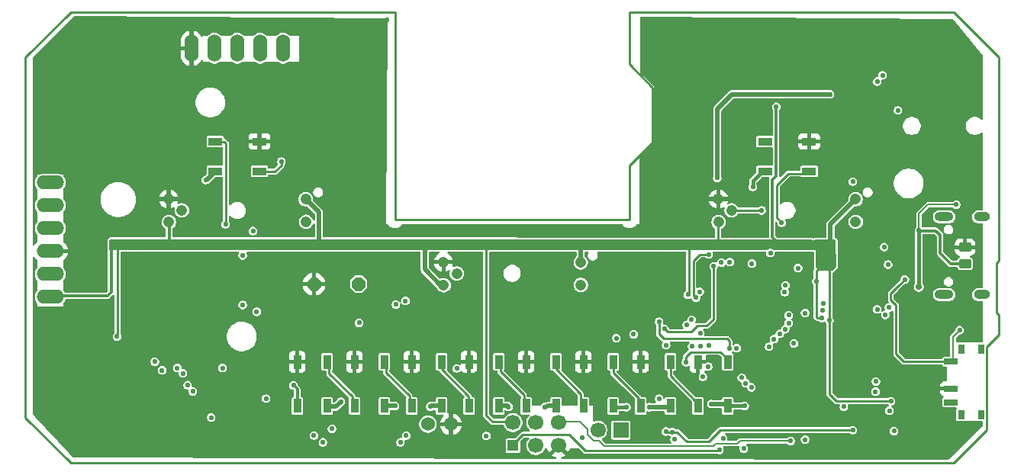
<source format=gbr>
%TF.GenerationSoftware,KiCad,Pcbnew,9.0.7*%
%TF.CreationDate,2026-01-30T16:58:59+00:00*%
%TF.ProjectId,FED3,46454433-2e6b-4696-9361-645f70636258,rev?*%
%TF.SameCoordinates,Original*%
%TF.FileFunction,Copper,L4,Bot*%
%TF.FilePolarity,Positive*%
%FSLAX46Y46*%
G04 Gerber Fmt 4.6, Leading zero omitted, Abs format (unit mm)*
G04 Created by KiCad (PCBNEW 9.0.7) date 2026-01-30 16:58:59*
%MOMM*%
%LPD*%
G01*
G04 APERTURE LIST*
G04 Aperture macros list*
%AMRoundRect*
0 Rectangle with rounded corners*
0 $1 Rounding radius*
0 $2 $3 $4 $5 $6 $7 $8 $9 X,Y pos of 4 corners*
0 Add a 4 corners polygon primitive as box body*
4,1,4,$2,$3,$4,$5,$6,$7,$8,$9,$2,$3,0*
0 Add four circle primitives for the rounded corners*
1,1,$1+$1,$2,$3*
1,1,$1+$1,$4,$5*
1,1,$1+$1,$6,$7*
1,1,$1+$1,$8,$9*
0 Add four rect primitives between the rounded corners*
20,1,$1+$1,$2,$3,$4,$5,0*
20,1,$1+$1,$4,$5,$6,$7,0*
20,1,$1+$1,$6,$7,$8,$9,0*
20,1,$1+$1,$8,$9,$2,$3,0*%
%AMOutline5P*
0 Free polygon, 5 corners , with rotation*
0 The origin of the aperture is its center*
0 number of corners: always 5*
0 $1 to $10 corner X, Y*
0 $11 Rotation angle, in degrees counterclockwise*
0 create outline with 5 corners*
4,1,5,$1,$2,$3,$4,$5,$6,$7,$8,$9,$10,$1,$2,$11*%
%AMOutline6P*
0 Free polygon, 6 corners , with rotation*
0 The origin of the aperture is its center*
0 number of corners: always 6*
0 $1 to $12 corner X, Y*
0 $13 Rotation angle, in degrees counterclockwise*
0 create outline with 6 corners*
4,1,6,$1,$2,$3,$4,$5,$6,$7,$8,$9,$10,$11,$12,$1,$2,$13*%
%AMOutline7P*
0 Free polygon, 7 corners , with rotation*
0 The origin of the aperture is its center*
0 number of corners: always 7*
0 $1 to $14 corner X, Y*
0 $15 Rotation angle, in degrees counterclockwise*
0 create outline with 7 corners*
4,1,7,$1,$2,$3,$4,$5,$6,$7,$8,$9,$10,$11,$12,$13,$14,$1,$2,$15*%
%AMOutline8P*
0 Free polygon, 8 corners , with rotation*
0 The origin of the aperture is its center*
0 number of corners: always 8*
0 $1 to $16 corner X, Y*
0 $17 Rotation angle, in degrees counterclockwise*
0 create outline with 8 corners*
4,1,8,$1,$2,$3,$4,$5,$6,$7,$8,$9,$10,$11,$12,$13,$14,$15,$16,$1,$2,$17*%
G04 Aperture macros list end*
%TA.AperFunction,ComponentPad*%
%ADD10C,1.700000*%
%TD*%
%TA.AperFunction,ComponentPad*%
%ADD11R,1.200000X1.200000*%
%TD*%
%TA.AperFunction,HeatsinkPad*%
%ADD12O,2.100000X1.000000*%
%TD*%
%TA.AperFunction,HeatsinkPad*%
%ADD13O,1.800000X1.000000*%
%TD*%
%TA.AperFunction,ComponentPad*%
%ADD14C,1.208000*%
%TD*%
%TA.AperFunction,SMDPad,CuDef*%
%ADD15R,1.500000X0.700000*%
%TD*%
%TA.AperFunction,SMDPad,CuDef*%
%ADD16R,0.800000X1.000000*%
%TD*%
%TA.AperFunction,HeatsinkPad*%
%ADD17C,0.510000*%
%TD*%
%TA.AperFunction,HeatsinkPad*%
%ADD18R,1.580000X2.350000*%
%TD*%
%TA.AperFunction,ComponentPad*%
%ADD19O,3.048000X1.524000*%
%TD*%
%TA.AperFunction,ComponentPad*%
%ADD20C,1.524000*%
%TD*%
%TA.AperFunction,ComponentPad*%
%ADD21Outline8P,-0.762000X0.315631X-0.315631X0.762000X0.315631X0.762000X0.762000X0.315631X0.762000X-0.315631X0.315631X-0.762000X-0.315631X-0.762000X-0.762000X-0.315631X180.000000*%
%TD*%
%TA.AperFunction,ComponentPad*%
%ADD22O,1.524000X3.048000*%
%TD*%
%TA.AperFunction,ComponentPad*%
%ADD23R,1.700000X1.700000*%
%TD*%
%TA.AperFunction,SMDPad,CuDef*%
%ADD24R,1.500000X0.900000*%
%TD*%
%TA.AperFunction,SMDPad,CuDef*%
%ADD25R,0.900000X1.500000*%
%TD*%
%TA.AperFunction,SMDPad,CuDef*%
%ADD26RoundRect,0.250000X0.450000X-0.262500X0.450000X0.262500X-0.450000X0.262500X-0.450000X-0.262500X0*%
%TD*%
%TA.AperFunction,ViaPad*%
%ADD27C,0.550000*%
%TD*%
%TA.AperFunction,ViaPad*%
%ADD28C,0.600000*%
%TD*%
%TA.AperFunction,ViaPad*%
%ADD29C,0.700000*%
%TD*%
%TA.AperFunction,Conductor*%
%ADD30C,0.210000*%
%TD*%
%TA.AperFunction,Conductor*%
%ADD31C,0.230000*%
%TD*%
%TA.AperFunction,Conductor*%
%ADD32C,0.250000*%
%TD*%
%TA.AperFunction,Conductor*%
%ADD33C,0.508000*%
%TD*%
%TA.AperFunction,Conductor*%
%ADD34C,0.300000*%
%TD*%
%TA.AperFunction,Conductor*%
%ADD35C,0.220000*%
%TD*%
%TA.AperFunction,Conductor*%
%ADD36C,0.254000*%
%TD*%
%TA.AperFunction,Conductor*%
%ADD37C,0.500000*%
%TD*%
%TA.AperFunction,Conductor*%
%ADD38C,0.406400*%
%TD*%
%TA.AperFunction,Conductor*%
%ADD39C,0.304800*%
%TD*%
%TA.AperFunction,Conductor*%
%ADD40C,0.450000*%
%TD*%
%TA.AperFunction,Conductor*%
%ADD41C,0.260000*%
%TD*%
%TA.AperFunction,Profile*%
%ADD42C,0.250000*%
%TD*%
G04 APERTURE END LIST*
D10*
%TO.P,J1,6,Pin_6*%
%TO.N,/Controller Stage/~{RESET}*%
X153662050Y-125569743D03*
D11*
%TO.P,J1,1,Pin_1*%
%TO.N,/Controller Stage/SWCLK*%
X148582050Y-128109743D03*
D10*
%TO.P,J1,2,Pin_2*%
%TO.N,+3V3*%
X148582050Y-125569743D03*
%TO.P,J1,5,Pin_5*%
%TO.N,GND*%
X153662050Y-128109743D03*
%TO.P,J1,4,Pin_4*%
%TO.N,unconnected-(J1-Pin_4-Pad4)*%
X151122050Y-125569743D03*
%TO.P,J1,3,Pin_3*%
%TO.N,/Controller Stage/SWDIO*%
X151122050Y-128109743D03*
%TD*%
D12*
%TO.P,J3,S1,SHIELD*%
%TO.N,Net-(J3-SHIELD)*%
X196429200Y-111353600D03*
D13*
X200609200Y-111353600D03*
D12*
X196429200Y-102713600D03*
D13*
X200609200Y-102713600D03*
%TD*%
D14*
%TO.P,PI1,1,1*%
%TO.N,+3V3*%
X186601100Y-100763600D03*
%TO.P,PI1,2,2*%
%TO.N,Net-(PI1-Pad2)*%
X186621100Y-103273600D03*
%TO.P,PI1,3,3*%
%TO.N,+3V3*%
X171401100Y-103303600D03*
%TO.P,PI1,4,4*%
%TO.N,D6*%
X172851100Y-102003600D03*
%TO.P,PI1,5,5*%
%TO.N,GND*%
X171381100Y-100733600D03*
%TD*%
%TO.P,PI2,1,1*%
%TO.N,+3V3*%
X156101100Y-107763600D03*
%TO.P,PI2,2,2*%
%TO.N,Net-(PI2-Pad2)*%
X156121100Y-110273600D03*
%TO.P,PI2,3,3*%
%TO.N,+3V3*%
X140901100Y-110303600D03*
%TO.P,PI2,4,4*%
%TO.N,TX*%
X142351100Y-109003600D03*
%TO.P,PI2,5,5*%
%TO.N,GND*%
X140881100Y-107733600D03*
%TD*%
%TO.P,PI3,1,1*%
%TO.N,+3V3*%
X125601100Y-100763600D03*
%TO.P,PI3,2,2*%
%TO.N,Net-(PI3-Pad2)*%
X125621100Y-103273600D03*
%TO.P,PI3,3,3*%
%TO.N,+3V3*%
X110401100Y-103303600D03*
%TO.P,PI3,4,4*%
%TO.N,D5*%
X111851100Y-102003600D03*
%TO.P,PI3,5,5*%
%TO.N,GND*%
X110381100Y-100733600D03*
%TD*%
D15*
%TO.P,SW1,1,1*%
%TO.N,/EN*%
X197200000Y-118800000D03*
%TO.P,SW1,2,2*%
%TO.N,GND*%
X197200000Y-121800000D03*
%TO.P,SW1,3,3*%
%TO.N,unconnected-(SW1-Pad3)*%
X197200000Y-123300000D03*
D16*
%TO.P,SW1,SHIELD@1,SHIELD@1*%
%TO.N,unconnected-(SW1-PadSHIELD@1)*%
X198350000Y-117400000D03*
%TO.P,SW1,SHIELD@2,SHIELD@2*%
%TO.N,unconnected-(SW1-PadSHIELD@2)*%
X200550000Y-117400000D03*
%TO.P,SW1,SHIELD@3,SHIELD@3*%
%TO.N,unconnected-(SW1-PadSHIELD@3)*%
X200550000Y-124700000D03*
%TO.P,SW1,SHIELD@4,SHIELD@4*%
%TO.N,unconnected-(SW1-PadSHIELD@4)*%
X198350000Y-124700000D03*
%TD*%
D17*
%TO.P,U3,11,EXPSD*%
%TO.N,GND*%
X169710600Y-126825000D03*
X169710600Y-125900000D03*
X169710600Y-124975000D03*
D18*
X169170600Y-125900000D03*
D17*
X168630600Y-126825000D03*
X168630600Y-125900000D03*
X168630600Y-124975000D03*
%TD*%
D19*
%TO.P,SCREEN0,1,Pin_1*%
%TO.N,/Controller Stage/D10*%
X97251100Y-98903600D03*
%TO.P,SCREEN0,2,Pin_2*%
%TO.N,/Controller Stage/D11*%
X97251100Y-101443600D03*
%TO.P,SCREEN0,3,Pin_3*%
%TO.N,/Controller Stage/D12*%
X97251100Y-103983600D03*
%TO.P,SCREEN0,4,Pin_4*%
%TO.N,GND*%
X97251100Y-106523600D03*
%TO.P,SCREEN0,5,Pin_5*%
%TO.N,unconnected-(SCREEN0-Pin_5-Pad5)*%
X97251100Y-109063600D03*
%TO.P,SCREEN0,6,Pin_6*%
%TO.N,+3V3*%
X97251100Y-111603600D03*
%TD*%
D20*
%TO.P,X3,1,Pin_1*%
%TO.N,GND*%
X141694300Y-125736400D03*
%TO.P,X3,2,Pin_2*%
%TO.N,VBat*%
X139154300Y-125736400D03*
%TD*%
D21*
%TO.P,BZ1,1,+*%
%TO.N,RX*%
X131459200Y-110180000D03*
%TO.P,BZ1,2,-*%
%TO.N,GND*%
X126510000Y-110180000D03*
%TD*%
D22*
%TO.P,MOTOR0,1,Pin_1*%
%TO.N,GND*%
X112921100Y-84003600D03*
%TO.P,MOTOR0,2,Pin_2*%
%TO.N,/ORANGE*%
X115461100Y-84003600D03*
%TO.P,MOTOR0,3,Pin_3*%
%TO.N,/YELLOW*%
X118001100Y-84003600D03*
%TO.P,MOTOR0,4,Pin_4*%
%TO.N,/PINK*%
X120541100Y-84003600D03*
%TO.P,MOTOR0,5,Pin_5*%
%TO.N,/BLUE*%
X123081100Y-84003600D03*
%TD*%
D23*
%TO.P,J2,1,Pin_1*%
%TO.N,Net-(J2-Pin_1)*%
X160550000Y-126400000D03*
D10*
%TO.P,J2,2,Pin_2*%
%TO.N,VUSB*%
X158010000Y-126400000D03*
%TD*%
D24*
%TO.P,LED10,1-VDD,VDD*%
%TO.N,/IOs Interface/VCCNEO*%
X176551100Y-97650400D03*
%TO.P,LED10,2-DOUT,DO*%
%TO.N,unconnected-(LED10-DO-Pad2-DOUT)*%
X176551100Y-94350400D03*
%TO.P,LED10,3-GND,GND*%
%TO.N,GND*%
X181451100Y-94350400D03*
%TO.P,LED10,4-DIN,DI*%
%TO.N,Net-(LED10-DI)*%
X181451100Y-97650400D03*
%TD*%
D25*
%TO.P,LED4,1-VDD,VDD*%
%TO.N,/IOs Interface/VCCNEO*%
X153351900Y-123716000D03*
%TO.P,LED4,2-DOUT,DO*%
%TO.N,Net-(LED4-DO)*%
X150051900Y-123716000D03*
%TO.P,LED4,3-GND,GND*%
%TO.N,GND*%
X150051900Y-118816000D03*
%TO.P,LED4,4-DIN,DI*%
%TO.N,Net-(LED3-DO)*%
X153351900Y-118816000D03*
%TD*%
D24*
%TO.P,LED9,1-VDD,VDD*%
%TO.N,/IOs Interface/VCCNEO*%
X115551100Y-97650400D03*
%TO.P,LED9,2-DOUT,DO*%
%TO.N,Net-(LED10-DI)*%
X115551100Y-94350400D03*
%TO.P,LED9,3-GND,GND*%
%TO.N,GND*%
X120451100Y-94350400D03*
%TO.P,LED9,4-DIN,DI*%
%TO.N,Net-(LED8-DO)*%
X120451100Y-97650400D03*
%TD*%
D25*
%TO.P,LED8,1-VDD,VDD*%
%TO.N,/IOs Interface/VCCNEO*%
X127951900Y-123716000D03*
%TO.P,LED8,2-DOUT,DO*%
%TO.N,Net-(LED8-DO)*%
X124651900Y-123716000D03*
%TO.P,LED8,3-GND,GND*%
%TO.N,GND*%
X124651900Y-118816000D03*
%TO.P,LED8,4-DIN,DI*%
%TO.N,Net-(LED7-DO)*%
X127951900Y-118816000D03*
%TD*%
%TO.P,LED3,1-VDD,VDD*%
%TO.N,/IOs Interface/VCCNEO*%
X159701900Y-123716000D03*
%TO.P,LED3,2-DOUT,DO*%
%TO.N,Net-(LED3-DO)*%
X156401900Y-123716000D03*
%TO.P,LED3,3-GND,GND*%
%TO.N,GND*%
X156401900Y-118816000D03*
%TO.P,LED3,4-DIN,DI*%
%TO.N,Net-(LED2-DO)*%
X159701900Y-118816000D03*
%TD*%
%TO.P,LED1,1-VDD,VDD*%
%TO.N,/IOs Interface/VCCNEO*%
X172401900Y-123716000D03*
%TO.P,LED1,2-DOUT,DO*%
%TO.N,Net-(LED1-DO)*%
X169101900Y-123716000D03*
%TO.P,LED1,3-GND,GND*%
%TO.N,GND*%
X169101900Y-118816000D03*
%TO.P,LED1,4-DIN,DI*%
%TO.N,Net-(LED1-DI)*%
X172401900Y-118816000D03*
%TD*%
D26*
%TO.P,R26,1*%
%TO.N,VUSB*%
X198750000Y-107912500D03*
%TO.P,R26,2*%
%TO.N,GND*%
X198750000Y-106087500D03*
%TD*%
D25*
%TO.P,LED2,1-VDD,VDD*%
%TO.N,/IOs Interface/VCCNEO*%
X166051900Y-123716000D03*
%TO.P,LED2,2-DOUT,DO*%
%TO.N,Net-(LED2-DO)*%
X162751900Y-123716000D03*
%TO.P,LED2,3-GND,GND*%
%TO.N,GND*%
X162751900Y-118816000D03*
%TO.P,LED2,4-DIN,DI*%
%TO.N,Net-(LED1-DO)*%
X166051900Y-118816000D03*
%TD*%
%TO.P,LED6,1-VDD,VDD*%
%TO.N,/IOs Interface/VCCNEO*%
X140651900Y-123716000D03*
%TO.P,LED6,2-DOUT,DO*%
%TO.N,Net-(LED6-DO)*%
X137351900Y-123716000D03*
%TO.P,LED6,3-GND,GND*%
%TO.N,GND*%
X137351900Y-118816000D03*
%TO.P,LED6,4-DIN,DI*%
%TO.N,Net-(LED5-DO)*%
X140651900Y-118816000D03*
%TD*%
%TO.P,LED7,1-VDD,VDD*%
%TO.N,/IOs Interface/VCCNEO*%
X134301900Y-123716000D03*
%TO.P,LED7,2-DOUT,DO*%
%TO.N,Net-(LED7-DO)*%
X131001900Y-123716000D03*
%TO.P,LED7,3-GND,GND*%
%TO.N,GND*%
X131001900Y-118816000D03*
%TO.P,LED7,4-DIN,DI*%
%TO.N,Net-(LED6-DO)*%
X134301900Y-118816000D03*
%TD*%
%TO.P,LED5,1-VDD,VDD*%
%TO.N,/IOs Interface/VCCNEO*%
X147001900Y-123716000D03*
%TO.P,LED5,2-DOUT,DO*%
%TO.N,Net-(LED5-DO)*%
X143701900Y-123716000D03*
%TO.P,LED5,3-GND,GND*%
%TO.N,GND*%
X143701900Y-118816000D03*
%TO.P,LED5,4-DIN,DI*%
%TO.N,Net-(LED4-DO)*%
X147001900Y-118816000D03*
%TD*%
D27*
%TO.N,VBat*%
X145625000Y-127050000D03*
X156300000Y-127200000D03*
%TO.N,/EN*%
X198150000Y-115300000D03*
%TO.N,D+*%
X178825000Y-110325000D03*
%TO.N,GND*%
X179600000Y-110000000D03*
X181150000Y-109900000D03*
X161400000Y-120785000D03*
X124050000Y-128050000D03*
X192675000Y-109150000D03*
%TO.N,/EN*%
X192075000Y-109675000D03*
%TO.N,GND*%
X169200000Y-109075000D03*
%TO.N,/Controller Stage/AREF*%
X170300000Y-106900000D03*
%TO.N,A3*%
X165575000Y-116965000D03*
%TO.N,GND*%
X110720000Y-122420000D03*
X197034500Y-90526000D03*
X194560000Y-110390000D03*
X181840000Y-103990000D03*
X184800000Y-118450000D03*
X187050000Y-112350000D03*
X171210000Y-124250000D03*
X163750000Y-86250000D03*
X198130000Y-113700000D03*
X141290000Y-128230000D03*
X138025000Y-111225000D03*
X162800000Y-124941002D03*
X131600000Y-98850000D03*
X117300000Y-86600000D03*
X108825000Y-94375000D03*
X197410000Y-124400000D03*
X181920000Y-104830000D03*
X185700000Y-127350000D03*
X110525000Y-112900000D03*
X109000000Y-108700000D03*
X187300000Y-105940000D03*
X188975000Y-127500000D03*
X199075000Y-126750000D03*
X128800000Y-91450000D03*
X193750000Y-115300000D03*
X192680000Y-104840000D03*
X173350000Y-118700000D03*
X174925000Y-114575000D03*
X147852894Y-103795731D03*
X115680000Y-100530000D03*
D28*
X155050000Y-111000000D03*
D27*
X160700000Y-107000000D03*
X114550000Y-112050000D03*
X170290000Y-122320000D03*
X112075000Y-114975000D03*
X145100000Y-125800000D03*
X173150000Y-114500000D03*
X112225000Y-108875000D03*
X137400000Y-120600000D03*
X187900000Y-89425000D03*
X164500000Y-119500000D03*
D28*
X158260000Y-114970000D03*
D27*
X185250000Y-89350000D03*
X97025000Y-86825000D03*
X193600000Y-128500000D03*
X103725000Y-88225000D03*
X177875000Y-123125000D03*
X179951900Y-91029400D03*
X186000000Y-97800000D03*
X177050000Y-95825000D03*
X190373000Y-107111800D03*
X112675000Y-123250000D03*
X121910000Y-98440000D03*
X160070000Y-108050000D03*
X182275000Y-115400000D03*
X152700000Y-108700000D03*
X133283100Y-86415600D03*
X175735500Y-91029400D03*
X143050000Y-111400000D03*
X158550000Y-111650000D03*
X182300000Y-122900000D03*
X103725000Y-98300000D03*
X166700000Y-103700000D03*
X161125000Y-122900000D03*
X122710000Y-121850000D03*
X98815300Y-96778800D03*
X105475000Y-83975000D03*
X129175000Y-100975000D03*
X174000000Y-96000000D03*
X122225000Y-112425000D03*
X113800000Y-129000000D03*
X196340000Y-120170000D03*
X125041765Y-120429854D03*
X149650000Y-120850000D03*
X194310000Y-103530000D03*
X121210000Y-124490000D03*
X126600000Y-86600000D03*
X126250000Y-80900000D03*
X132500000Y-124650000D03*
X134600000Y-80800000D03*
X108600000Y-120150000D03*
X122840000Y-124380000D03*
X195750000Y-113450000D03*
X134100000Y-101700000D03*
X191058800Y-125222000D03*
X163400000Y-81300000D03*
X173200000Y-110700000D03*
X196750000Y-117700000D03*
X197799100Y-82351600D03*
X185800000Y-104650000D03*
X119740000Y-100590000D03*
X172470000Y-120860000D03*
X100263100Y-81589600D03*
X131025000Y-106900000D03*
X111800000Y-97900000D03*
X113325000Y-80800000D03*
X173220000Y-121710000D03*
X187080000Y-95480000D03*
X111900000Y-126000000D03*
X128320000Y-98370000D03*
X189400000Y-119550000D03*
X152025000Y-119475000D03*
X166300000Y-111650000D03*
X99550000Y-105450000D03*
X124300000Y-86400000D03*
X139250000Y-115000000D03*
X137395300Y-109245800D03*
X95713900Y-117221400D03*
X115200000Y-126350000D03*
X187620000Y-101860000D03*
X132500000Y-119600000D03*
X119300000Y-108060000D03*
X186800000Y-81300000D03*
X171100000Y-102050000D03*
X144700000Y-122250000D03*
X146200000Y-129100000D03*
X165785000Y-106972500D03*
X133050000Y-111550000D03*
X105400000Y-122800000D03*
X141875000Y-122500000D03*
X154925000Y-119475000D03*
X107600000Y-128800000D03*
X193800000Y-121050000D03*
X129400000Y-114700000D03*
X173350000Y-103325000D03*
X176250000Y-129200000D03*
X144761300Y-108509200D03*
X108000000Y-112300000D03*
X104600000Y-118900000D03*
X122100000Y-107900000D03*
X111693100Y-87050600D03*
X184650000Y-124850000D03*
X120592500Y-127682500D03*
X194370000Y-111980000D03*
X192660000Y-117600000D03*
X101725000Y-110225000D03*
X184627690Y-109543265D03*
X114400000Y-115200000D03*
X117900000Y-109900000D03*
X189350000Y-115700000D03*
X157550000Y-121500000D03*
X132570000Y-121990000D03*
X111693100Y-91495600D03*
X184969500Y-93142200D03*
X115050000Y-123100000D03*
X149074710Y-115016462D03*
X135070000Y-126140000D03*
X97977100Y-126547600D03*
X134000000Y-94500000D03*
X117100000Y-114200000D03*
X121300000Y-86600000D03*
X109050000Y-122525000D03*
X157475000Y-103825000D03*
X95691100Y-94289600D03*
X187300000Y-106820000D03*
X163500000Y-96500000D03*
X98253900Y-122047400D03*
X169630000Y-121720000D03*
X175251800Y-111062165D03*
X136850000Y-103800000D03*
X115950000Y-103100000D03*
X130716405Y-125548435D03*
X176903900Y-84171400D03*
X173691900Y-84455400D03*
X116950000Y-117415000D03*
X170240000Y-121120000D03*
X163900000Y-102450000D03*
X101475000Y-92175000D03*
%TO.N,+3V3*%
X174800000Y-106000000D03*
X183184800Y-108381800D03*
X116100000Y-105655000D03*
X177800000Y-90500000D03*
X183700000Y-114200000D03*
X181940000Y-105610000D03*
X104650000Y-116000000D03*
X128500000Y-126250000D03*
X168005000Y-111350000D03*
X182250000Y-109900000D03*
X173400000Y-117299813D03*
X115100000Y-125000000D03*
X182850000Y-113950000D03*
X172625000Y-105775000D03*
X190525400Y-123190000D03*
X135250000Y-106100000D03*
X183800000Y-106230000D03*
%TO.N,/IOs Interface/VCCNEO*%
X152159100Y-123816200D03*
X114500000Y-98620000D03*
X148095100Y-123816200D03*
X135500000Y-123716000D03*
X139400000Y-123800000D03*
X163707689Y-123841600D03*
X121193750Y-122906250D03*
X129500000Y-123250000D03*
X175200000Y-99400000D03*
X161200000Y-123850000D03*
X170600000Y-123500000D03*
X174300000Y-123716000D03*
%TO.N,Net-(LED1-DI)*%
X167775000Y-118850000D03*
%TO.N,Net-(LED8-DO)*%
X122900000Y-96570000D03*
X124228175Y-121428176D03*
%TO.N,Net-(LED10-DI)*%
X116700000Y-103550000D03*
X178400000Y-103378000D03*
%TO.N,/Controller Stage/SCL*%
X136650000Y-112050000D03*
X189000000Y-113000000D03*
X183000000Y-112350000D03*
X126500000Y-127000000D03*
X189000000Y-87700000D03*
X136750000Y-127000000D03*
%TO.N,/Controller Stage/SDA*%
X127500000Y-127750000D03*
X182898234Y-113113248D03*
X136101000Y-127750000D03*
X135600000Y-112450000D03*
X189900000Y-113600000D03*
X189600000Y-87000000D03*
%TO.N,/Controller Stage/AREF*%
X168900000Y-111687500D03*
%TO.N,VUSB*%
X193649600Y-104241600D03*
X174200000Y-128455000D03*
D29*
X193624200Y-110490000D03*
D27*
X197770000Y-101370000D03*
%TO.N,RX*%
X172615854Y-117309459D03*
X164800000Y-114350000D03*
X131505030Y-114475628D03*
%TO.N,A0*%
X191300000Y-90900000D03*
X190300000Y-112800000D03*
X169300000Y-111025000D03*
%TO.N,TX*%
X142350000Y-119550000D03*
X170250000Y-119350000D03*
%TO.N,D6*%
X176172000Y-102003600D03*
X179178408Y-113644953D03*
%TO.N,D5*%
X113075000Y-122100000D03*
X177000000Y-117147512D03*
%TO.N,D13*%
X178205779Y-115700000D03*
X116350000Y-119495000D03*
X111350000Y-119500000D03*
X160060000Y-116200000D03*
%TO.N,/Controller Stage/SWDIO*%
X171915000Y-127320000D03*
X171712500Y-107787500D03*
%TO.N,/Controller Stage/~{RESET}*%
X179750000Y-116775000D03*
X180225000Y-108400000D03*
X179400000Y-127600000D03*
X175100000Y-107900000D03*
%TO.N,D8*%
X169365000Y-115645000D03*
X161977136Y-115748717D03*
%TO.N,/Controller Stage/SWCLK*%
X172650000Y-107750000D03*
X171500000Y-128600000D03*
%TO.N,/Controller Stage/D10*%
X120150000Y-113260000D03*
X178809985Y-115174790D03*
X119750000Y-104300000D03*
%TO.N,/Controller Stage/D11*%
X177550000Y-116300000D03*
X177150000Y-106725000D03*
%TO.N,/Controller Stage/D12*%
X118600000Y-112500000D03*
X179174262Y-114496407D03*
X118600000Y-107000000D03*
%TO.N,/Controller Stage/SD_CS*%
X188865168Y-121000000D03*
X169665300Y-120484700D03*
%TO.N,/Controller Stage/SCK*%
X174400000Y-121200000D03*
X190350000Y-124250000D03*
%TO.N,D+*%
X189779200Y-106070400D03*
%TO.N,D-*%
X190211771Y-108013359D03*
%TO.N,/Controller Stage/D7*%
X181000000Y-113400000D03*
X181000000Y-127450000D03*
%TO.N,/Controller Stage/MISO*%
X175050000Y-121650000D03*
X190875000Y-126500000D03*
%TO.N,A2*%
X168399824Y-114134000D03*
X169356276Y-117097000D03*
X112475000Y-121400000D03*
%TO.N,A5*%
X165405000Y-115143717D03*
X108850000Y-118800000D03*
X170850000Y-108200000D03*
%TO.N,A4*%
X168461636Y-117097000D03*
X109650000Y-119750000D03*
%TO.N,A3*%
X167855300Y-114739000D03*
X111975000Y-120100000D03*
%TO.N,D9*%
X170300000Y-117000000D03*
X166500000Y-127400000D03*
%TO.N,Net-(IC4-VBAT)*%
X183759600Y-89109600D03*
X171259900Y-98406000D03*
%TO.N,VBat*%
X166245879Y-126602052D03*
X164800000Y-122900000D03*
X165552592Y-126559814D03*
X186300000Y-126400000D03*
%TO.N,/Controller Stage/MOSI*%
X188823600Y-122123200D03*
X173972880Y-120559319D03*
%TO.N,Net-(U3-STAT1)*%
X186300000Y-98800000D03*
X185300000Y-123800000D03*
%TO.N,D-*%
X178747825Y-111071022D03*
%TD*%
D30*
%TO.N,/Controller Stage/~{RESET}*%
X173790000Y-127600000D02*
X179400000Y-127600000D01*
X173490000Y-127900000D02*
X173790000Y-127600000D01*
X171100000Y-127900000D02*
X173490000Y-127900000D01*
X170800000Y-128200000D02*
X171100000Y-127900000D01*
X158106000Y-127556000D02*
X158750000Y-128200000D01*
X157531169Y-127556000D02*
X158106000Y-127556000D01*
X156854000Y-126878831D02*
X157531169Y-127556000D01*
X158750000Y-128200000D02*
X170800000Y-128200000D01*
X156854000Y-126304000D02*
X156854000Y-126878831D01*
X156025000Y-125475000D02*
X156854000Y-126304000D01*
X153662050Y-125569743D02*
X153756793Y-125475000D01*
X153756793Y-125475000D02*
X156025000Y-125475000D01*
%TO.N,/EN*%
X197425000Y-116025000D02*
X198150000Y-115300000D01*
X197200000Y-118800000D02*
X197425000Y-118575000D01*
X197425000Y-118575000D02*
X197425000Y-116025000D01*
D31*
X191100000Y-117950000D02*
X191950000Y-118800000D01*
X191100000Y-112497170D02*
X191100000Y-117950000D01*
X190500000Y-111897170D02*
X191100000Y-112497170D01*
X191098000Y-110652000D02*
X190500000Y-111250000D01*
X191100000Y-110652000D02*
X191098000Y-110652000D01*
X190500000Y-111250000D02*
X190500000Y-111897170D01*
X191352000Y-110400000D02*
X191100000Y-110652000D01*
X191950000Y-118800000D02*
X197250000Y-118800000D01*
X192075000Y-109675000D02*
X191352000Y-110398000D01*
X191352000Y-110398000D02*
X191352000Y-110400000D01*
D32*
%TO.N,+3V3*%
X146325000Y-125475000D02*
X148487307Y-125475000D01*
D33*
X156100000Y-105500000D02*
X156100000Y-107762500D01*
X127050000Y-102212500D02*
X127050000Y-105600000D01*
D32*
X183700000Y-107714200D02*
X183700000Y-114200000D01*
D34*
X110431100Y-103333600D02*
X110431100Y-105400000D01*
D35*
X182250000Y-113852136D02*
X182347864Y-113950000D01*
D32*
X183946800Y-107467400D02*
X183700000Y-107714200D01*
X168005000Y-111350000D02*
X168120000Y-111235000D01*
X183700000Y-114200000D02*
X183700000Y-122400000D01*
X104650000Y-116000000D02*
X104700000Y-115950000D01*
D34*
X177349000Y-98616709D02*
X177800000Y-98165709D01*
D32*
X151275000Y-106175000D02*
X151650000Y-105800000D01*
D36*
X171317500Y-105317500D02*
X171317500Y-103525000D01*
D33*
X183800000Y-106230000D02*
X183800000Y-103564700D01*
D32*
X145600000Y-124750000D02*
X146325000Y-125475000D01*
D34*
X104000000Y-111100000D02*
X103600000Y-111500000D01*
X103600000Y-111500000D02*
X97354700Y-111500000D01*
X177350000Y-105000000D02*
X177350000Y-99468582D01*
X177350000Y-99468582D02*
X177349000Y-99467582D01*
D32*
X183700000Y-122400000D02*
X184500000Y-123200000D01*
D34*
X177800000Y-98165709D02*
X177800000Y-90500000D01*
X104000000Y-105800000D02*
X104000000Y-111100000D01*
D32*
X168120000Y-111235000D02*
X168120000Y-105800000D01*
D35*
X182347864Y-113950000D02*
X182850000Y-113950000D01*
D32*
X104700000Y-105900000D02*
X104600000Y-105800000D01*
X148487307Y-125475000D02*
X148582050Y-125569743D01*
D33*
X138800000Y-105500000D02*
X138800000Y-108565900D01*
D36*
X171650000Y-105650000D02*
X171317500Y-105317500D01*
D32*
X184500000Y-123200000D02*
X190500000Y-123200000D01*
D34*
X178150000Y-105800000D02*
X177350000Y-105000000D01*
D33*
X125601100Y-100763600D02*
X127050000Y-102212500D01*
D32*
X146000000Y-105600000D02*
X145600000Y-106000000D01*
X104700000Y-115950000D02*
X104700000Y-105900000D01*
D35*
X182250000Y-108707000D02*
X182250000Y-113852136D01*
X182575200Y-108381800D02*
X182250000Y-108707000D01*
X183184800Y-108381800D02*
X182575200Y-108381800D01*
D34*
X177349000Y-99467582D02*
X177349000Y-98616709D01*
D32*
X145600000Y-106000000D02*
X145600000Y-124750000D01*
D33*
X183800000Y-103564700D02*
X186601100Y-100763600D01*
X138800000Y-108565900D02*
X140537700Y-110303600D01*
D37*
%TO.N,/IOs Interface/VCCNEO*%
X139484000Y-123716000D02*
X140651900Y-123716000D01*
X152513300Y-123716000D02*
X152159100Y-123816200D01*
D38*
X175200000Y-99400000D02*
X175200000Y-98700000D01*
D37*
X147994900Y-123716000D02*
X148095100Y-123816200D01*
D38*
X159835900Y-123850000D02*
X161200000Y-123850000D01*
D37*
X114500000Y-98620000D02*
X114581500Y-98620000D01*
X139400000Y-123800000D02*
X139484000Y-123716000D01*
X135500000Y-123716000D02*
X134301900Y-123716000D01*
X114581500Y-98620000D02*
X115551100Y-97650400D01*
X128950000Y-123800000D02*
X128035900Y-123800000D01*
X153351900Y-123716000D02*
X152513300Y-123716000D01*
X163707689Y-123841600D02*
X166177500Y-123841600D01*
X172401900Y-123716000D02*
X172401900Y-124198100D01*
X129500000Y-123250000D02*
X128950000Y-123800000D01*
X170600000Y-123500000D02*
X172185900Y-123500000D01*
X147001900Y-123716000D02*
X147994900Y-123716000D01*
D38*
X174300000Y-123716000D02*
X172401900Y-123716000D01*
D37*
X172185900Y-123500000D02*
X172401900Y-123716000D01*
D38*
X175200000Y-98700000D02*
X176249600Y-97650400D01*
D36*
%TO.N,Net-(LED1-DI)*%
X167775000Y-118248900D02*
X168304900Y-117719000D01*
X167775000Y-118850000D02*
X167775000Y-118248900D01*
X168304900Y-117719000D02*
X171608999Y-117719000D01*
X171608999Y-117719000D02*
X172401900Y-118511901D01*
%TO.N,Net-(LED1-DO)*%
X169000000Y-123300000D02*
X166051900Y-120351900D01*
X166051900Y-120351900D02*
X166051900Y-118816000D01*
X169000000Y-123600000D02*
X169000000Y-123300000D01*
X169100000Y-123700000D02*
X169000000Y-123600000D01*
%TO.N,Net-(LED2-DO)*%
X159701900Y-118816000D02*
X159701900Y-120001900D01*
X162500000Y-122800000D02*
X162500000Y-123145600D01*
X159701900Y-120001900D02*
X162500000Y-122800000D01*
%TO.N,Net-(LED3-DO)*%
X156121500Y-122421500D02*
X156121500Y-123435600D01*
X153351900Y-119651900D02*
X156121500Y-122421500D01*
X153351900Y-118816000D02*
X153351900Y-119651900D01*
%TO.N,Net-(LED5-DO)*%
X143650100Y-122650100D02*
X143650100Y-123664200D01*
X140651900Y-119651900D02*
X143650100Y-122650100D01*
X140651900Y-118816000D02*
X140651900Y-119651900D01*
%TO.N,Net-(LED6-DO)*%
X137100000Y-122600000D02*
X137100000Y-123464100D01*
X134500000Y-120000000D02*
X137100000Y-122600000D01*
X134500000Y-119014100D02*
X134500000Y-120000000D01*
%TO.N,Net-(LED7-DO)*%
X130800000Y-122700000D02*
X130800000Y-123514100D01*
X128200000Y-119064100D02*
X128200000Y-120100000D01*
X128200000Y-120100000D02*
X130800000Y-122700000D01*
%TO.N,Net-(LED8-DO)*%
X122900000Y-96980000D02*
X122180000Y-97700000D01*
X122180000Y-97700000D02*
X120416700Y-97700000D01*
X122900000Y-96570000D02*
X122900000Y-96980000D01*
D34*
X124651900Y-121851900D02*
X124651900Y-124023100D01*
X124228175Y-121428176D02*
X124651900Y-121851900D01*
D32*
%TO.N,Net-(LED10-DI)*%
X116550400Y-94350400D02*
X115551100Y-94350400D01*
X178400000Y-103350000D02*
X177846000Y-102796000D01*
X177846000Y-102796000D02*
X177846000Y-99204000D01*
X116750000Y-94550000D02*
X116550400Y-94350400D01*
X178400000Y-103378000D02*
X178400000Y-103350000D01*
X116700000Y-103550000D02*
X116750000Y-103500000D01*
X116750000Y-103500000D02*
X116750000Y-94550000D01*
X177846000Y-99204000D02*
X179150000Y-97900000D01*
X179150000Y-97900000D02*
X181201500Y-97900000D01*
D39*
%TO.N,VUSB*%
X197162500Y-107912500D02*
X198750000Y-107912500D01*
D30*
X194640000Y-101370000D02*
X197770000Y-101370000D01*
D39*
X193658000Y-104250000D02*
X195500000Y-104250000D01*
D30*
X193649600Y-102360400D02*
X194570000Y-101440000D01*
D39*
X196000000Y-106750000D02*
X197162500Y-107912500D01*
X195500000Y-104250000D02*
X196000000Y-104750000D01*
D30*
X194570000Y-101440000D02*
X194640000Y-101370000D01*
D40*
X193624200Y-104267000D02*
X193649600Y-104241600D01*
D30*
X193649600Y-104241600D02*
X193649600Y-102360400D01*
D40*
X193624200Y-110490000D02*
X193624200Y-104267000D01*
D39*
X196000000Y-104750000D02*
X196000000Y-106750000D01*
X193649600Y-104241600D02*
X193658000Y-104250000D01*
D35*
%TO.N,RX*%
X172350000Y-116250000D02*
X172615854Y-116515854D01*
X164800000Y-115750000D02*
X165300000Y-116250000D01*
X164800000Y-114350000D02*
X164800000Y-115750000D01*
X165300000Y-116250000D02*
X172350000Y-116250000D01*
X172615854Y-116515854D02*
X172615854Y-117309459D01*
%TO.N,D6*%
X176172000Y-102003600D02*
X172851100Y-102003600D01*
D36*
%TO.N,Net-(LED4-DO)*%
X147200000Y-119900000D02*
X149800000Y-122500000D01*
X147200000Y-119456500D02*
X147200000Y-119900000D01*
X149800000Y-122500000D02*
X149800000Y-123464100D01*
X146825100Y-119081600D02*
X147200000Y-119456500D01*
D35*
%TO.N,A5*%
X168337986Y-115500000D02*
X169018986Y-114819000D01*
X165761283Y-115500000D02*
X168337986Y-115500000D01*
X170850000Y-114075000D02*
X170850000Y-108200000D01*
X170100000Y-114825000D02*
X170850000Y-114075000D01*
X169521014Y-114819000D02*
X169527014Y-114825000D01*
X165405000Y-115143717D02*
X165761283Y-115500000D01*
X169527014Y-114825000D02*
X170100000Y-114825000D01*
X169018986Y-114819000D02*
X169521014Y-114819000D01*
D33*
%TO.N,Net-(IC4-VBAT)*%
X183759600Y-89109600D02*
X172890400Y-89109600D01*
X172890400Y-89109600D02*
X171259900Y-90740100D01*
X171259900Y-90740100D02*
X171259900Y-98406000D01*
D41*
%TO.N,VBat*%
X165594830Y-126602052D02*
X165552592Y-126559814D01*
X186300000Y-126400000D02*
X171600000Y-126400000D01*
X166802846Y-126602052D02*
X165594830Y-126602052D01*
X167900794Y-127700000D02*
X166802846Y-126602052D01*
X171600000Y-126400000D02*
X170300000Y-127700000D01*
X170300000Y-127700000D02*
X167900794Y-127700000D01*
D35*
%TO.N,/Controller Stage/AREF*%
X170297500Y-106897500D02*
X169335000Y-106897500D01*
X170300000Y-106900000D02*
X170297500Y-106897500D01*
X168610000Y-107622500D02*
X168610000Y-111517500D01*
X169335000Y-106897500D02*
X168610000Y-107622500D01*
X168610000Y-111517500D02*
X168780000Y-111687500D01*
X168780000Y-111687500D02*
X168900000Y-111687500D01*
%TO.N,/Controller Stage/SWCLK*%
X154850000Y-126900000D02*
X149685000Y-126900000D01*
X156650000Y-128700000D02*
X154850000Y-126900000D01*
X148582050Y-128002950D02*
X148582050Y-128109743D01*
X171400000Y-128700000D02*
X156650000Y-128700000D01*
X171500000Y-128600000D02*
X171400000Y-128700000D01*
X149685000Y-126900000D02*
X148582050Y-128002950D01*
%TD*%
%TA.AperFunction,Conductor*%
%TO.N,GND*%
G36*
X134578699Y-80692823D02*
G01*
X134637680Y-80712492D01*
X134673836Y-80763073D01*
X134678519Y-80794201D01*
X134502329Y-103499735D01*
X134502330Y-103499736D01*
X134635847Y-103499854D01*
X134694960Y-103519119D01*
X134719403Y-103544563D01*
X134762797Y-103609507D01*
X134762799Y-103609509D01*
X134895193Y-103741903D01*
X135050864Y-103845919D01*
X135050865Y-103845919D01*
X135050869Y-103845922D01*
X135154390Y-103888802D01*
X135223846Y-103917572D01*
X135223847Y-103917572D01*
X135223849Y-103917573D01*
X135407484Y-103954100D01*
X135407485Y-103954100D01*
X135594715Y-103954100D01*
X135594716Y-103954100D01*
X135778351Y-103917573D01*
X135951331Y-103845922D01*
X136107008Y-103741902D01*
X136239402Y-103609508D01*
X136281770Y-103546098D01*
X136330595Y-103507607D01*
X136365494Y-103501390D01*
X160651286Y-103522958D01*
X160710398Y-103542223D01*
X160734840Y-103567666D01*
X160762797Y-103609507D01*
X160762799Y-103609509D01*
X160895193Y-103741903D01*
X161050864Y-103845919D01*
X161050865Y-103845919D01*
X161050869Y-103845922D01*
X161154390Y-103888802D01*
X161223846Y-103917572D01*
X161223847Y-103917572D01*
X161223849Y-103917573D01*
X161407484Y-103954100D01*
X161407485Y-103954100D01*
X161594715Y-103954100D01*
X161594716Y-103954100D01*
X161778351Y-103917573D01*
X161951331Y-103845922D01*
X162107008Y-103741902D01*
X162239402Y-103609508D01*
X162266351Y-103569175D01*
X162315173Y-103530685D01*
X162350077Y-103524467D01*
X162650295Y-103524734D01*
X162653258Y-100505399D01*
X170345317Y-100505399D01*
X170345318Y-100505400D01*
X171114325Y-100505400D01*
X171101030Y-100518695D01*
X171054952Y-100598505D01*
X171031100Y-100687522D01*
X171031100Y-100779678D01*
X171054952Y-100868695D01*
X171101030Y-100948505D01*
X171114325Y-100961800D01*
X170345317Y-100961800D01*
X170361450Y-101042909D01*
X170441384Y-101235883D01*
X170441388Y-101235892D01*
X170557434Y-101409566D01*
X170557434Y-101409567D01*
X170705132Y-101557265D01*
X170878807Y-101673311D01*
X170878816Y-101673315D01*
X171071790Y-101753249D01*
X171152900Y-101769382D01*
X171152900Y-101000375D01*
X171166195Y-101013670D01*
X171246005Y-101059748D01*
X171335022Y-101083600D01*
X171427178Y-101083600D01*
X171516195Y-101059748D01*
X171596005Y-101013670D01*
X171609300Y-101000375D01*
X171609300Y-101769381D01*
X171690409Y-101753249D01*
X171690410Y-101753249D01*
X171883383Y-101673315D01*
X171883389Y-101673313D01*
X171930824Y-101641617D01*
X171990664Y-101624739D01*
X172048995Y-101646258D01*
X172083538Y-101697953D01*
X172081099Y-101760080D01*
X172079663Y-101763750D01*
X172077516Y-101768934D01*
X172055511Y-101879565D01*
X172046600Y-101924364D01*
X172046600Y-102082836D01*
X172053571Y-102117880D01*
X172077516Y-102238266D01*
X172138159Y-102384670D01*
X172138161Y-102384674D01*
X172176753Y-102442430D01*
X172226202Y-102516437D01*
X172226204Y-102516439D01*
X172338261Y-102628496D01*
X172470026Y-102716539D01*
X172531258Y-102741902D01*
X172616433Y-102777183D01*
X172616434Y-102777183D01*
X172616436Y-102777184D01*
X172771864Y-102808100D01*
X172771865Y-102808100D01*
X172930335Y-102808100D01*
X172930336Y-102808100D01*
X173085764Y-102777184D01*
X173232174Y-102716539D01*
X173363939Y-102628496D01*
X173475996Y-102516439D01*
X173564039Y-102384674D01*
X173566024Y-102379880D01*
X173567550Y-102376199D01*
X173607930Y-102328923D01*
X173660491Y-102314100D01*
X175768371Y-102314100D01*
X175827502Y-102333313D01*
X175839505Y-102343564D01*
X175880036Y-102384095D01*
X175988464Y-102446695D01*
X176109399Y-102479100D01*
X176234601Y-102479100D01*
X176355536Y-102446695D01*
X176463964Y-102384095D01*
X176552495Y-102295564D01*
X176615095Y-102187136D01*
X176647500Y-102066201D01*
X176647500Y-101940999D01*
X176615095Y-101820064D01*
X176552495Y-101711636D01*
X176463964Y-101623105D01*
X176462966Y-101622529D01*
X176355536Y-101560505D01*
X176234603Y-101528100D01*
X176234601Y-101528100D01*
X176109399Y-101528100D01*
X176109396Y-101528100D01*
X175988463Y-101560505D01*
X175880038Y-101623103D01*
X175839505Y-101663636D01*
X175784107Y-101691862D01*
X175768371Y-101693100D01*
X173660491Y-101693100D01*
X173601360Y-101673887D01*
X173567550Y-101631001D01*
X173564040Y-101622529D01*
X173564039Y-101622526D01*
X173475996Y-101490761D01*
X173363939Y-101378704D01*
X173363937Y-101378702D01*
X173298501Y-101334980D01*
X173232174Y-101290661D01*
X173232171Y-101290659D01*
X173232170Y-101290659D01*
X173085766Y-101230016D01*
X172982145Y-101209405D01*
X172930336Y-101199100D01*
X172771864Y-101199100D01*
X172749747Y-101203499D01*
X172616435Y-101230015D01*
X172486906Y-101283668D01*
X172424924Y-101288545D01*
X172371912Y-101256059D01*
X172348119Y-101198617D01*
X172355467Y-101152226D01*
X172400749Y-101042907D01*
X172416883Y-100961800D01*
X171647875Y-100961800D01*
X171661170Y-100948505D01*
X171707248Y-100868695D01*
X171731100Y-100779678D01*
X171731100Y-100687522D01*
X171707248Y-100598505D01*
X171661170Y-100518695D01*
X171647875Y-100505400D01*
X172416882Y-100505400D01*
X172416882Y-100505399D01*
X172400749Y-100424290D01*
X172320815Y-100231316D01*
X172320811Y-100231307D01*
X172204765Y-100057633D01*
X172204765Y-100057632D01*
X172057067Y-99909934D01*
X171883392Y-99793888D01*
X171883383Y-99793884D01*
X171690409Y-99713950D01*
X171609300Y-99697817D01*
X171609300Y-100466825D01*
X171596005Y-100453530D01*
X171516195Y-100407452D01*
X171427178Y-100383600D01*
X171335022Y-100383600D01*
X171246005Y-100407452D01*
X171166195Y-100453530D01*
X171152900Y-100466825D01*
X171152900Y-99697817D01*
X171152899Y-99697817D01*
X171071790Y-99713950D01*
X170878816Y-99793884D01*
X170878807Y-99793888D01*
X170705133Y-99909934D01*
X170705132Y-99909934D01*
X170557434Y-100057632D01*
X170557434Y-100057633D01*
X170441388Y-100231307D01*
X170441384Y-100231316D01*
X170361450Y-100424290D01*
X170345317Y-100505399D01*
X162653258Y-100505399D01*
X162655379Y-98343399D01*
X170784400Y-98343399D01*
X170784400Y-98349044D01*
X170784400Y-98468603D01*
X170816805Y-98589536D01*
X170849893Y-98646848D01*
X170879405Y-98697964D01*
X170967936Y-98786495D01*
X171076364Y-98849095D01*
X171197299Y-98881500D01*
X171322501Y-98881500D01*
X171443436Y-98849095D01*
X171551864Y-98786495D01*
X171640395Y-98697964D01*
X171702995Y-98589536D01*
X171735400Y-98468601D01*
X171735400Y-98343399D01*
X171717828Y-98277820D01*
X171714400Y-98251782D01*
X171714400Y-90970030D01*
X171733613Y-90910899D01*
X171743865Y-90898895D01*
X173049195Y-89593565D01*
X173104593Y-89565339D01*
X173120330Y-89564100D01*
X183605382Y-89564100D01*
X183631420Y-89567528D01*
X183696999Y-89585100D01*
X183697001Y-89585100D01*
X183822201Y-89585100D01*
X183943136Y-89552695D01*
X184051564Y-89490095D01*
X184140095Y-89401564D01*
X184202695Y-89293136D01*
X184235100Y-89172201D01*
X184235100Y-89046999D01*
X184202695Y-88926064D01*
X184140095Y-88817636D01*
X184051564Y-88729105D01*
X183943136Y-88666505D01*
X183900573Y-88655100D01*
X183822203Y-88634100D01*
X183822201Y-88634100D01*
X183696999Y-88634100D01*
X183696996Y-88634100D01*
X183631420Y-88651672D01*
X183605382Y-88655100D01*
X172956413Y-88655100D01*
X172956397Y-88655099D01*
X172950236Y-88655099D01*
X172830564Y-88655099D01*
X172830561Y-88655099D01*
X172714965Y-88686074D01*
X172611329Y-88745909D01*
X170896209Y-90461029D01*
X170836372Y-90564669D01*
X170836373Y-90564670D01*
X170805399Y-90680260D01*
X170805399Y-90808039D01*
X170805400Y-90808052D01*
X170805400Y-98251782D01*
X170802379Y-98274722D01*
X170802465Y-98275904D01*
X170802223Y-98276880D01*
X170784400Y-98343399D01*
X162655379Y-98343399D01*
X162657576Y-96104836D01*
X162676847Y-96045727D01*
X162687814Y-96033039D01*
X164181565Y-94571512D01*
X164182351Y-94571187D01*
X164202889Y-94550648D01*
X164223750Y-94530238D01*
X164223750Y-94530237D01*
X164223774Y-94530214D01*
X164223883Y-94530052D01*
X164224460Y-94529198D01*
X164224671Y-94528888D01*
X164224685Y-94528852D01*
X164224687Y-94528851D01*
X164235832Y-94501943D01*
X164247264Y-94475175D01*
X164247272Y-94474335D01*
X164247600Y-94473546D01*
X164247600Y-94444322D01*
X164247916Y-94415307D01*
X164247600Y-94414519D01*
X164247600Y-88317664D01*
X164232345Y-88280836D01*
X164232345Y-88280835D01*
X164224687Y-88262348D01*
X163599735Y-87637396D01*
X188524500Y-87637396D01*
X188524500Y-87762603D01*
X188556905Y-87883536D01*
X188619505Y-87991964D01*
X188708036Y-88080495D01*
X188816464Y-88143095D01*
X188937399Y-88175500D01*
X189062601Y-88175500D01*
X189183536Y-88143095D01*
X189291964Y-88080495D01*
X189380495Y-87991964D01*
X189443095Y-87883536D01*
X189475500Y-87762601D01*
X189475500Y-87637399D01*
X189466052Y-87602138D01*
X189469306Y-87540049D01*
X189508433Y-87491730D01*
X189563224Y-87475500D01*
X189662601Y-87475500D01*
X189783536Y-87443095D01*
X189891964Y-87380495D01*
X189980495Y-87291964D01*
X190043095Y-87183536D01*
X190075500Y-87062601D01*
X190075500Y-86937399D01*
X190043095Y-86816464D01*
X189980495Y-86708036D01*
X189891964Y-86619505D01*
X189783536Y-86556905D01*
X189662603Y-86524500D01*
X189662601Y-86524500D01*
X189537399Y-86524500D01*
X189537396Y-86524500D01*
X189416463Y-86556905D01*
X189308038Y-86619503D01*
X189219503Y-86708038D01*
X189156905Y-86816463D01*
X189124500Y-86937396D01*
X189124500Y-87062604D01*
X189133948Y-87097862D01*
X189130694Y-87159951D01*
X189091567Y-87208270D01*
X189036776Y-87224500D01*
X188937396Y-87224500D01*
X188816463Y-87256905D01*
X188708038Y-87319503D01*
X188619503Y-87408038D01*
X188556905Y-87516463D01*
X188524500Y-87637396D01*
X163599735Y-87637396D01*
X163024939Y-87062600D01*
X162696307Y-86733967D01*
X162668082Y-86678571D01*
X162666844Y-86662757D01*
X162668465Y-85012632D01*
X162672800Y-80594824D01*
X162692071Y-80535715D01*
X162742407Y-80499219D01*
X162774121Y-80494329D01*
X197313174Y-80743260D01*
X197372164Y-80762898D01*
X197390169Y-80779984D01*
X200681460Y-84784841D01*
X200704160Y-84842723D01*
X200704339Y-84848602D01*
X200712094Y-91824691D01*
X200692947Y-91883844D01*
X200642687Y-91920445D01*
X200580513Y-91920514D01*
X200540359Y-91895938D01*
X200482080Y-91837659D01*
X200318218Y-91728170D01*
X200318210Y-91728166D01*
X200136137Y-91652749D01*
X200007272Y-91627116D01*
X199942841Y-91614300D01*
X199745759Y-91614300D01*
X199697435Y-91623912D01*
X199552462Y-91652749D01*
X199370389Y-91728166D01*
X199370381Y-91728170D01*
X199206519Y-91837659D01*
X199206518Y-91837661D01*
X199067161Y-91977018D01*
X199067159Y-91977019D01*
X198957670Y-92140881D01*
X198957666Y-92140889D01*
X198882249Y-92322962D01*
X198843800Y-92516259D01*
X198843800Y-92713340D01*
X198882249Y-92906637D01*
X198957666Y-93088710D01*
X198957670Y-93088718D01*
X199067159Y-93252580D01*
X199206519Y-93391940D01*
X199370381Y-93501429D01*
X199370383Y-93501430D01*
X199370386Y-93501432D01*
X199461425Y-93539141D01*
X199552462Y-93576850D01*
X199552463Y-93576850D01*
X199552465Y-93576851D01*
X199745759Y-93615300D01*
X199745760Y-93615300D01*
X199942840Y-93615300D01*
X199942841Y-93615300D01*
X200136135Y-93576851D01*
X200318214Y-93501432D01*
X200482082Y-93391939D01*
X200542114Y-93331906D01*
X200597510Y-93303681D01*
X200658919Y-93313406D01*
X200702883Y-93357370D01*
X200713848Y-93402930D01*
X200721137Y-99959100D01*
X200723271Y-101879566D01*
X200723308Y-101912388D01*
X200704161Y-101971541D01*
X200653901Y-102008142D01*
X200622708Y-102013100D01*
X200140207Y-102013100D01*
X200106373Y-102019830D01*
X200004869Y-102040020D01*
X199877392Y-102092823D01*
X199877389Y-102092824D01*
X199762656Y-102169487D01*
X199665087Y-102267056D01*
X199588424Y-102381789D01*
X199588423Y-102381792D01*
X199535620Y-102509269D01*
X199508700Y-102644607D01*
X199508700Y-102782592D01*
X199535620Y-102917930D01*
X199588423Y-103045407D01*
X199588424Y-103045410D01*
X199604142Y-103068933D01*
X199665086Y-103160142D01*
X199762658Y-103257714D01*
X199877389Y-103334375D01*
X199888036Y-103338785D01*
X200004869Y-103387179D01*
X200004870Y-103387179D01*
X200004872Y-103387180D01*
X200140207Y-103414100D01*
X200140208Y-103414100D01*
X200624489Y-103414100D01*
X200683620Y-103433313D01*
X200720165Y-103483613D01*
X200725088Y-103514587D01*
X200731127Y-108946969D01*
X200732912Y-110552388D01*
X200713765Y-110611541D01*
X200663505Y-110648142D01*
X200632312Y-110653100D01*
X200140207Y-110653100D01*
X200106373Y-110659830D01*
X200004869Y-110680020D01*
X199877392Y-110732823D01*
X199877389Y-110732824D01*
X199762656Y-110809487D01*
X199665087Y-110907056D01*
X199588424Y-111021789D01*
X199588423Y-111021792D01*
X199535620Y-111149269D01*
X199508700Y-111284607D01*
X199508700Y-111422592D01*
X199535620Y-111557930D01*
X199588423Y-111685407D01*
X199588424Y-111685410D01*
X199603620Y-111708152D01*
X199665086Y-111800142D01*
X199762658Y-111897714D01*
X199877389Y-111974375D01*
X199922354Y-111993000D01*
X200004869Y-112027179D01*
X200004870Y-112027179D01*
X200004872Y-112027180D01*
X200140207Y-112054100D01*
X200140208Y-112054100D01*
X200634093Y-112054100D01*
X200693224Y-112073313D01*
X200729769Y-112123613D01*
X200734692Y-112154587D01*
X200739614Y-116581929D01*
X200739628Y-116594062D01*
X200720481Y-116653215D01*
X200670221Y-116689816D01*
X200639028Y-116694774D01*
X197831100Y-116694774D01*
X197771969Y-116675561D01*
X197735424Y-116625261D01*
X197730500Y-116594174D01*
X197730500Y-116193212D01*
X197749713Y-116134081D01*
X197759965Y-116122077D01*
X198077077Y-115804965D01*
X198132475Y-115776739D01*
X198148212Y-115775500D01*
X198212601Y-115775500D01*
X198333536Y-115743095D01*
X198441964Y-115680495D01*
X198530495Y-115591964D01*
X198593095Y-115483536D01*
X198625500Y-115362601D01*
X198625500Y-115237399D01*
X198593095Y-115116464D01*
X198530495Y-115008036D01*
X198441964Y-114919505D01*
X198333536Y-114856905D01*
X198330618Y-114856123D01*
X198212603Y-114824500D01*
X198212601Y-114824500D01*
X198087399Y-114824500D01*
X198087396Y-114824500D01*
X197966463Y-114856905D01*
X197858038Y-114919503D01*
X197769503Y-115008038D01*
X197706905Y-115116463D01*
X197674500Y-115237396D01*
X197674500Y-115301788D01*
X197655287Y-115360919D01*
X197645035Y-115372923D01*
X197180539Y-115837418D01*
X197140317Y-115907083D01*
X197140317Y-115907084D01*
X197119500Y-115984774D01*
X197119500Y-118141371D01*
X197100287Y-118200502D01*
X197049987Y-118237047D01*
X197018681Y-118241971D01*
X196729544Y-118241340D01*
X196715890Y-118248279D01*
X196700262Y-118249500D01*
X196430252Y-118249500D01*
X196418620Y-118251813D01*
X196371770Y-118261132D01*
X196305448Y-118305447D01*
X196305447Y-118305448D01*
X196261132Y-118371770D01*
X196254816Y-118403526D01*
X196224436Y-118457773D01*
X196167973Y-118483803D01*
X196156149Y-118484500D01*
X192122354Y-118484500D01*
X192063223Y-118465287D01*
X192051219Y-118455035D01*
X191444965Y-117848780D01*
X191416739Y-117793382D01*
X191415500Y-117777645D01*
X191415500Y-112455635D01*
X191415499Y-112455631D01*
X191405819Y-112419505D01*
X191393999Y-112375392D01*
X191393999Y-112375391D01*
X191352462Y-112303448D01*
X190844965Y-111795950D01*
X190816739Y-111740552D01*
X190815500Y-111724815D01*
X190815500Y-111422354D01*
X190818008Y-111414633D01*
X190816739Y-111406617D01*
X190827433Y-111385628D01*
X190834713Y-111363223D01*
X190844959Y-111351225D01*
X190911577Y-111284607D01*
X195178700Y-111284607D01*
X195178700Y-111422592D01*
X195205620Y-111557930D01*
X195258423Y-111685407D01*
X195258424Y-111685410D01*
X195273620Y-111708152D01*
X195335086Y-111800142D01*
X195432658Y-111897714D01*
X195547389Y-111974375D01*
X195592354Y-111993000D01*
X195674869Y-112027179D01*
X195674870Y-112027179D01*
X195674872Y-112027180D01*
X195810207Y-112054100D01*
X195810208Y-112054100D01*
X197048192Y-112054100D01*
X197048193Y-112054100D01*
X197183528Y-112027180D01*
X197311011Y-111974375D01*
X197425742Y-111897714D01*
X197523314Y-111800142D01*
X197599975Y-111685411D01*
X197652780Y-111557928D01*
X197679700Y-111422593D01*
X197679700Y-111284607D01*
X197652780Y-111149272D01*
X197651484Y-111146144D01*
X197614989Y-111058036D01*
X197599975Y-111021789D01*
X197523314Y-110907058D01*
X197425742Y-110809486D01*
X197312535Y-110733843D01*
X197311010Y-110732824D01*
X197311007Y-110732823D01*
X197183530Y-110680020D01*
X197093304Y-110662073D01*
X197048193Y-110653100D01*
X195810207Y-110653100D01*
X195776373Y-110659830D01*
X195674869Y-110680020D01*
X195547392Y-110732823D01*
X195547389Y-110732824D01*
X195432656Y-110809487D01*
X195335087Y-110907056D01*
X195258424Y-111021789D01*
X195258423Y-111021792D01*
X195205620Y-111149269D01*
X195178700Y-111284607D01*
X190911577Y-111284607D01*
X191280471Y-110915712D01*
X191290369Y-110907034D01*
X191293711Y-110904468D01*
X191293722Y-110904463D01*
X191604463Y-110593722D01*
X191604468Y-110593711D01*
X191607034Y-110590369D01*
X191615712Y-110580471D01*
X191778661Y-110417522D01*
X193073700Y-110417522D01*
X193073700Y-110562477D01*
X193095680Y-110644505D01*
X193106442Y-110684670D01*
X193111217Y-110702488D01*
X193183691Y-110828015D01*
X193286184Y-110930508D01*
X193286183Y-110930508D01*
X193411711Y-111002982D01*
X193411712Y-111002982D01*
X193411715Y-111002984D01*
X193551725Y-111040500D01*
X193551727Y-111040500D01*
X193696673Y-111040500D01*
X193696675Y-111040500D01*
X193836685Y-111002984D01*
X193962215Y-110930509D01*
X194064709Y-110828015D01*
X194137184Y-110702485D01*
X194174700Y-110562475D01*
X194174700Y-110417525D01*
X194137184Y-110277515D01*
X194111190Y-110232493D01*
X194063178Y-110149333D01*
X194049700Y-110099033D01*
X194049700Y-109854411D01*
X196403700Y-109854411D01*
X196403700Y-109992788D01*
X196439510Y-110126432D01*
X196439512Y-110126437D01*
X196507674Y-110244497D01*
X196508695Y-110246265D01*
X196606535Y-110344105D01*
X196606537Y-110344106D01*
X196702539Y-110399533D01*
X196726364Y-110413288D01*
X196726365Y-110413288D01*
X196726367Y-110413289D01*
X196860011Y-110449099D01*
X196860015Y-110449099D01*
X196860017Y-110449100D01*
X196860019Y-110449100D01*
X196998381Y-110449100D01*
X196998383Y-110449100D01*
X196998385Y-110449099D01*
X196998388Y-110449099D01*
X197132032Y-110413289D01*
X197132031Y-110413289D01*
X197132036Y-110413288D01*
X197251865Y-110344105D01*
X197349705Y-110246265D01*
X197418888Y-110126436D01*
X197437896Y-110055496D01*
X197454699Y-109992788D01*
X197454700Y-109992781D01*
X197454700Y-109854418D01*
X197454699Y-109854411D01*
X197418889Y-109720767D01*
X197418887Y-109720762D01*
X197355915Y-109611691D01*
X197349705Y-109600935D01*
X197251865Y-109503095D01*
X197246532Y-109500016D01*
X197132037Y-109433912D01*
X197132032Y-109433910D01*
X196998388Y-109398100D01*
X196998383Y-109398100D01*
X196860017Y-109398100D01*
X196860011Y-109398100D01*
X196726367Y-109433910D01*
X196726362Y-109433912D01*
X196606537Y-109503093D01*
X196606536Y-109503094D01*
X196606535Y-109503095D01*
X196508695Y-109600935D01*
X196508694Y-109600936D01*
X196508693Y-109600937D01*
X196439512Y-109720762D01*
X196439510Y-109720767D01*
X196403700Y-109854411D01*
X194049700Y-109854411D01*
X194049700Y-104703500D01*
X194068913Y-104644369D01*
X194119213Y-104607824D01*
X194150300Y-104602900D01*
X195312154Y-104602900D01*
X195371285Y-104622113D01*
X195383289Y-104632365D01*
X195617635Y-104866711D01*
X195645861Y-104922109D01*
X195647100Y-104937846D01*
X195647100Y-106703540D01*
X195647100Y-106796460D01*
X195671150Y-106886214D01*
X195707789Y-106949676D01*
X195715251Y-106962601D01*
X195717610Y-106966686D01*
X196945814Y-108194890D01*
X197026286Y-108241350D01*
X197116040Y-108265400D01*
X197208960Y-108265400D01*
X197782969Y-108265400D01*
X197842100Y-108284613D01*
X197877924Y-108332774D01*
X197897205Y-108387878D01*
X197897206Y-108387879D01*
X197897207Y-108387882D01*
X197977850Y-108497150D01*
X198087118Y-108577793D01*
X198087121Y-108577794D01*
X198087123Y-108577795D01*
X198112793Y-108586777D01*
X198215301Y-108622646D01*
X198245734Y-108625500D01*
X198245740Y-108625500D01*
X199254260Y-108625500D01*
X199254266Y-108625500D01*
X199284699Y-108622646D01*
X199412882Y-108577793D01*
X199522150Y-108497150D01*
X199602793Y-108387882D01*
X199647646Y-108259699D01*
X199650500Y-108229266D01*
X199650500Y-107595734D01*
X199647646Y-107565301D01*
X199610113Y-107458038D01*
X199602795Y-107437123D01*
X199602794Y-107437121D01*
X199602793Y-107437118D01*
X199522150Y-107327850D01*
X199412882Y-107247207D01*
X199412879Y-107247206D01*
X199412874Y-107247203D01*
X199361984Y-107229396D01*
X199312517Y-107191732D01*
X199294636Y-107132184D01*
X199315172Y-107073499D01*
X199365283Y-107038397D01*
X199492043Y-106998897D01*
X199492047Y-106998895D01*
X199638850Y-106910149D01*
X199760149Y-106788850D01*
X199848895Y-106642047D01*
X199848897Y-106642045D01*
X199899930Y-106478272D01*
X199899931Y-106478267D01*
X199906400Y-106407087D01*
X199906400Y-106315700D01*
X197593601Y-106315700D01*
X197593601Y-106407098D01*
X197600067Y-106478263D01*
X197600067Y-106478265D01*
X197651102Y-106642045D01*
X197651104Y-106642047D01*
X197739850Y-106788850D01*
X197861149Y-106910149D01*
X198007952Y-106998895D01*
X198007956Y-106998898D01*
X198134716Y-107038397D01*
X198185454Y-107074331D01*
X198205381Y-107133226D01*
X198186884Y-107192585D01*
X198138015Y-107229396D01*
X198087125Y-107247203D01*
X198087118Y-107247207D01*
X197977850Y-107327850D01*
X197897207Y-107437118D01*
X197897205Y-107437121D01*
X197877924Y-107492226D01*
X197840259Y-107541693D01*
X197782969Y-107559600D01*
X197350346Y-107559600D01*
X197291215Y-107540387D01*
X197279211Y-107530135D01*
X196382365Y-106633289D01*
X196354139Y-106577891D01*
X196352900Y-106562154D01*
X196352900Y-105767912D01*
X197593600Y-105767912D01*
X197593600Y-105859300D01*
X198521800Y-105859300D01*
X198978200Y-105859300D01*
X199906399Y-105859300D01*
X199906399Y-105767901D01*
X199899932Y-105696736D01*
X199899932Y-105696734D01*
X199848897Y-105532954D01*
X199848895Y-105532952D01*
X199760149Y-105386149D01*
X199638850Y-105264850D01*
X199492047Y-105176104D01*
X199492045Y-105176102D01*
X199328272Y-105125069D01*
X199328267Y-105125068D01*
X199257088Y-105118600D01*
X198978200Y-105118600D01*
X198978200Y-105859300D01*
X198521800Y-105859300D01*
X198521800Y-105118600D01*
X198242901Y-105118600D01*
X198171736Y-105125067D01*
X198171734Y-105125067D01*
X198007954Y-105176102D01*
X198007952Y-105176104D01*
X197861149Y-105264850D01*
X197739850Y-105386149D01*
X197651104Y-105532952D01*
X197651102Y-105532954D01*
X197600069Y-105696727D01*
X197600068Y-105696732D01*
X197593600Y-105767912D01*
X196352900Y-105767912D01*
X196352900Y-104703540D01*
X196328850Y-104613786D01*
X196282390Y-104533314D01*
X196282389Y-104533313D01*
X196216686Y-104467609D01*
X196216686Y-104467610D01*
X195823487Y-104074411D01*
X196403700Y-104074411D01*
X196403700Y-104212788D01*
X196439510Y-104346432D01*
X196439512Y-104346437D01*
X196493251Y-104439515D01*
X196508695Y-104466265D01*
X196606535Y-104564105D01*
X196606537Y-104564106D01*
X196717923Y-104628415D01*
X196726364Y-104633288D01*
X196726365Y-104633288D01*
X196726367Y-104633289D01*
X196860011Y-104669099D01*
X196860015Y-104669099D01*
X196860017Y-104669100D01*
X196860019Y-104669100D01*
X196998381Y-104669100D01*
X196998383Y-104669100D01*
X196998385Y-104669099D01*
X196998388Y-104669099D01*
X197132032Y-104633289D01*
X197132031Y-104633289D01*
X197132036Y-104633288D01*
X197251865Y-104564105D01*
X197349705Y-104466265D01*
X197418888Y-104346436D01*
X197430205Y-104304201D01*
X197454699Y-104212788D01*
X197454700Y-104212781D01*
X197454700Y-104074418D01*
X197454699Y-104074411D01*
X197418889Y-103940767D01*
X197418887Y-103940762D01*
X197356654Y-103832971D01*
X197349705Y-103820935D01*
X197251865Y-103723095D01*
X197251862Y-103723093D01*
X197132037Y-103653912D01*
X197132032Y-103653910D01*
X196998388Y-103618100D01*
X196998383Y-103618100D01*
X196860017Y-103618100D01*
X196860011Y-103618100D01*
X196726367Y-103653910D01*
X196726362Y-103653912D01*
X196606537Y-103723093D01*
X196606536Y-103723094D01*
X196606535Y-103723095D01*
X196508695Y-103820935D01*
X196508694Y-103820936D01*
X196508693Y-103820937D01*
X196439512Y-103940762D01*
X196439510Y-103940767D01*
X196403700Y-104074411D01*
X195823487Y-104074411D01*
X195716686Y-103967610D01*
X195714938Y-103966601D01*
X195685557Y-103949638D01*
X195636214Y-103921150D01*
X195546460Y-103897100D01*
X194055700Y-103897100D01*
X193996569Y-103877887D01*
X193960024Y-103827587D01*
X193955100Y-103796500D01*
X193955100Y-102644607D01*
X195178700Y-102644607D01*
X195178700Y-102782592D01*
X195205620Y-102917930D01*
X195258423Y-103045407D01*
X195258424Y-103045410D01*
X195274142Y-103068933D01*
X195335086Y-103160142D01*
X195432658Y-103257714D01*
X195547389Y-103334375D01*
X195558036Y-103338785D01*
X195674869Y-103387179D01*
X195674870Y-103387179D01*
X195674872Y-103387180D01*
X195810207Y-103414100D01*
X195810208Y-103414100D01*
X197048192Y-103414100D01*
X197048193Y-103414100D01*
X197183528Y-103387180D01*
X197311011Y-103334375D01*
X197425742Y-103257714D01*
X197523314Y-103160142D01*
X197599975Y-103045411D01*
X197652780Y-102917928D01*
X197679700Y-102782593D01*
X197679700Y-102644607D01*
X197652780Y-102509272D01*
X197640282Y-102479100D01*
X197601168Y-102384670D01*
X197599975Y-102381789D01*
X197523314Y-102267058D01*
X197425742Y-102169486D01*
X197368376Y-102131155D01*
X197311010Y-102092824D01*
X197311007Y-102092823D01*
X197183530Y-102040020D01*
X197093304Y-102022073D01*
X197048193Y-102013100D01*
X195810207Y-102013100D01*
X195776373Y-102019830D01*
X195674869Y-102040020D01*
X195547392Y-102092823D01*
X195547389Y-102092824D01*
X195432656Y-102169487D01*
X195335087Y-102267056D01*
X195258424Y-102381789D01*
X195258423Y-102381792D01*
X195205620Y-102509269D01*
X195178700Y-102644607D01*
X193955100Y-102644607D01*
X193955100Y-102528612D01*
X193974313Y-102469481D01*
X193984565Y-102457477D01*
X194737077Y-101704965D01*
X194792475Y-101676739D01*
X194808212Y-101675500D01*
X197361371Y-101675500D01*
X197420502Y-101694713D01*
X197432505Y-101704964D01*
X197478036Y-101750495D01*
X197586464Y-101813095D01*
X197707399Y-101845500D01*
X197832601Y-101845500D01*
X197953536Y-101813095D01*
X198061964Y-101750495D01*
X198150495Y-101661964D01*
X198213095Y-101553536D01*
X198245500Y-101432601D01*
X198245500Y-101307399D01*
X198213095Y-101186464D01*
X198150495Y-101078036D01*
X198061964Y-100989505D01*
X197953536Y-100926905D01*
X197933895Y-100921642D01*
X197832603Y-100894500D01*
X197832601Y-100894500D01*
X197707399Y-100894500D01*
X197707396Y-100894500D01*
X197586463Y-100926905D01*
X197478038Y-100989503D01*
X197432505Y-101035036D01*
X197377107Y-101063262D01*
X197361371Y-101064500D01*
X194599774Y-101064500D01*
X194522084Y-101085317D01*
X194522083Y-101085317D01*
X194452418Y-101125539D01*
X193405139Y-102172818D01*
X193364917Y-102242483D01*
X193364917Y-102242484D01*
X193344100Y-102320174D01*
X193344100Y-103832971D01*
X193324887Y-103892102D01*
X193314636Y-103904105D01*
X193269103Y-103949638D01*
X193206505Y-104058063D01*
X193174100Y-104178996D01*
X193174100Y-104304203D01*
X193195272Y-104383214D01*
X193198700Y-104409252D01*
X193198700Y-110099033D01*
X193185222Y-110149333D01*
X193111217Y-110277511D01*
X193073700Y-110417522D01*
X191778661Y-110417522D01*
X192016219Y-110179965D01*
X192071617Y-110151739D01*
X192087354Y-110150500D01*
X192137601Y-110150500D01*
X192258536Y-110118095D01*
X192366964Y-110055495D01*
X192455495Y-109966964D01*
X192518095Y-109858536D01*
X192550500Y-109737601D01*
X192550500Y-109612399D01*
X192518095Y-109491464D01*
X192455495Y-109383036D01*
X192366964Y-109294505D01*
X192343314Y-109280851D01*
X192258536Y-109231905D01*
X192137603Y-109199500D01*
X192137601Y-109199500D01*
X192012399Y-109199500D01*
X192012396Y-109199500D01*
X191891463Y-109231905D01*
X191783038Y-109294503D01*
X191694503Y-109383038D01*
X191631905Y-109491463D01*
X191599500Y-109612396D01*
X191599500Y-109662645D01*
X191580287Y-109721776D01*
X191570035Y-109733780D01*
X191099533Y-110204281D01*
X191096944Y-110207655D01*
X191088278Y-110217535D01*
X190917531Y-110388282D01*
X190907644Y-110396953D01*
X190904281Y-110399533D01*
X190247537Y-111056278D01*
X190247536Y-111056280D01*
X190206002Y-111128218D01*
X190206001Y-111128220D01*
X190206001Y-111128221D01*
X190206001Y-111128222D01*
X190200361Y-111149272D01*
X190184500Y-111208461D01*
X190184500Y-111938708D01*
X190194057Y-111974375D01*
X190199048Y-111993000D01*
X190206001Y-112018949D01*
X190247537Y-112090892D01*
X190309412Y-112152767D01*
X190337637Y-112208163D01*
X190327911Y-112269571D01*
X190283947Y-112313535D01*
X190243869Y-112323157D01*
X190243933Y-112323640D01*
X190239339Y-112324244D01*
X190238276Y-112324500D01*
X190237396Y-112324500D01*
X190116463Y-112356905D01*
X190008038Y-112419503D01*
X189919503Y-112508038D01*
X189856905Y-112616463D01*
X189824500Y-112737396D01*
X189824500Y-112862603D01*
X189829295Y-112880496D01*
X189856905Y-112983536D01*
X189856906Y-112983537D01*
X189856907Y-112983540D01*
X189859223Y-112987552D01*
X189872147Y-113048368D01*
X189846856Y-113105166D01*
X189798138Y-113135020D01*
X189779577Y-113139993D01*
X189716464Y-113156905D01*
X189716462Y-113156905D01*
X189716462Y-113156906D01*
X189611838Y-113217309D01*
X189551022Y-113230235D01*
X189494223Y-113204945D01*
X189463137Y-113151100D01*
X189464366Y-113104149D01*
X189475500Y-113062601D01*
X189475500Y-112937399D01*
X189443095Y-112816464D01*
X189380495Y-112708036D01*
X189291964Y-112619505D01*
X189183536Y-112556905D01*
X189062603Y-112524500D01*
X189062601Y-112524500D01*
X188937399Y-112524500D01*
X188937396Y-112524500D01*
X188816463Y-112556905D01*
X188708038Y-112619503D01*
X188619503Y-112708038D01*
X188556905Y-112816463D01*
X188524500Y-112937396D01*
X188524500Y-113062603D01*
X188556905Y-113183536D01*
X188609999Y-113275500D01*
X188619505Y-113291964D01*
X188708036Y-113380495D01*
X188816464Y-113443095D01*
X188937399Y-113475500D01*
X189062601Y-113475500D01*
X189183536Y-113443095D01*
X189251682Y-113403751D01*
X189288161Y-113382691D01*
X189348976Y-113369764D01*
X189405775Y-113395053D01*
X189436862Y-113448898D01*
X189435632Y-113495850D01*
X189424500Y-113537393D01*
X189424500Y-113662603D01*
X189456905Y-113783536D01*
X189509999Y-113875500D01*
X189519505Y-113891964D01*
X189608036Y-113980495D01*
X189716464Y-114043095D01*
X189837399Y-114075500D01*
X189962601Y-114075500D01*
X190083536Y-114043095D01*
X190191964Y-113980495D01*
X190280495Y-113891964D01*
X190343095Y-113783536D01*
X190375500Y-113662601D01*
X190375500Y-113537399D01*
X190343095Y-113416464D01*
X190340776Y-113412448D01*
X190327851Y-113351634D01*
X190353140Y-113294836D01*
X190401861Y-113264980D01*
X190483536Y-113243095D01*
X190591964Y-113180495D01*
X190612767Y-113159691D01*
X190668163Y-113131467D01*
X190729571Y-113141193D01*
X190773535Y-113185157D01*
X190784500Y-113230828D01*
X190784500Y-117991538D01*
X190798705Y-118044549D01*
X190798705Y-118044551D01*
X190805999Y-118071774D01*
X190806001Y-118071779D01*
X190847537Y-118143722D01*
X191320279Y-118616463D01*
X191756281Y-119052465D01*
X191794449Y-119074500D01*
X191810737Y-119083904D01*
X191812080Y-119084679D01*
X191812082Y-119084681D01*
X191823104Y-119091044D01*
X191828222Y-119093999D01*
X191908464Y-119115500D01*
X196156149Y-119115500D01*
X196215280Y-119134713D01*
X196251825Y-119185013D01*
X196254816Y-119196474D01*
X196261132Y-119228229D01*
X196261132Y-119228230D01*
X196261133Y-119228231D01*
X196271064Y-119243094D01*
X196304473Y-119293094D01*
X196305448Y-119294552D01*
X196371769Y-119338867D01*
X196430252Y-119350500D01*
X196649400Y-119350500D01*
X196708531Y-119369713D01*
X196745076Y-119420013D01*
X196750000Y-119451100D01*
X196750000Y-120893000D01*
X196730787Y-120952131D01*
X196680487Y-120988676D01*
X196649400Y-120993600D01*
X196395037Y-120993600D01*
X196364191Y-120996492D01*
X196234330Y-121041931D01*
X196123631Y-121123631D01*
X196041931Y-121234330D01*
X195996492Y-121364191D01*
X195993600Y-121395036D01*
X195993600Y-121571800D01*
X196649400Y-121571800D01*
X196708531Y-121591013D01*
X196745076Y-121641313D01*
X196750000Y-121672400D01*
X196750000Y-121927600D01*
X196730787Y-121986731D01*
X196680487Y-122023276D01*
X196649400Y-122028200D01*
X195993600Y-122028200D01*
X195993600Y-122204963D01*
X195996492Y-122235808D01*
X196041931Y-122365669D01*
X196123631Y-122476368D01*
X196234330Y-122558068D01*
X196333687Y-122592833D01*
X196383155Y-122630497D01*
X196401037Y-122690044D01*
X196380503Y-122748729D01*
X196356353Y-122771433D01*
X196305449Y-122805446D01*
X196305447Y-122805448D01*
X196261132Y-122871770D01*
X196249500Y-122930252D01*
X196249500Y-123669747D01*
X196261132Y-123728229D01*
X196261132Y-123728230D01*
X196261133Y-123728231D01*
X196267257Y-123737396D01*
X196303718Y-123791964D01*
X196305448Y-123794552D01*
X196371769Y-123838867D01*
X196430252Y-123850500D01*
X196680653Y-123850500D01*
X196739784Y-123869713D01*
X196749694Y-123878177D01*
X196750000Y-123878177D01*
X197710217Y-123878177D01*
X197725371Y-123883101D01*
X197741304Y-123883101D01*
X197754194Y-123892466D01*
X197769348Y-123897390D01*
X197778713Y-123910280D01*
X197791604Y-123919646D01*
X197796527Y-123934799D01*
X197805893Y-123947690D01*
X197810817Y-123978777D01*
X197810817Y-124016895D01*
X197793863Y-124072785D01*
X197761132Y-124121769D01*
X197749500Y-124180252D01*
X197749500Y-125219747D01*
X197761132Y-125278230D01*
X197793862Y-125327212D01*
X197810817Y-125383103D01*
X197810817Y-125394423D01*
X197889793Y-125394423D01*
X197909418Y-125396355D01*
X197930252Y-125400500D01*
X197930253Y-125400500D01*
X198769747Y-125400500D01*
X198769748Y-125400500D01*
X198790581Y-125396355D01*
X198810207Y-125394423D01*
X200089793Y-125394423D01*
X200109418Y-125396355D01*
X200130252Y-125400500D01*
X200648929Y-125400500D01*
X200708060Y-125419713D01*
X200744605Y-125470013D01*
X200749528Y-125500985D01*
X200749621Y-125583718D01*
X200749953Y-125882870D01*
X200730806Y-125942023D01*
X200720012Y-125954590D01*
X197004456Y-129620933D01*
X196948872Y-129648789D01*
X196933616Y-129649925D01*
X154022194Y-129572673D01*
X153963097Y-129553354D01*
X153926643Y-129502988D01*
X153926755Y-129440814D01*
X153963390Y-129390580D01*
X153991289Y-129376396D01*
X154163538Y-129320430D01*
X154346750Y-129227078D01*
X154410409Y-129180827D01*
X153801318Y-128571735D01*
X153773092Y-128516337D01*
X153782818Y-128454928D01*
X153826782Y-128410965D01*
X153872453Y-128400000D01*
X154233361Y-128400000D01*
X154292492Y-128419213D01*
X154304496Y-128429465D01*
X154733134Y-128858102D01*
X154779385Y-128794443D01*
X154872740Y-128611225D01*
X154918784Y-128469514D01*
X154955328Y-128419213D01*
X155014459Y-128400000D01*
X155869217Y-128400000D01*
X155928348Y-128419213D01*
X155940352Y-128429465D01*
X156401538Y-128890651D01*
X156459349Y-128948462D01*
X156530152Y-128989340D01*
X156530153Y-128989340D01*
X156530155Y-128989341D01*
X156609117Y-129010499D01*
X156609119Y-129010499D01*
X156609122Y-129010500D01*
X171233053Y-129010500D01*
X171283350Y-129023977D01*
X171316464Y-129043095D01*
X171437399Y-129075500D01*
X171562601Y-129075500D01*
X171683536Y-129043095D01*
X171791964Y-128980495D01*
X171880495Y-128891964D01*
X171943095Y-128783536D01*
X171975500Y-128662601D01*
X171975500Y-128537399D01*
X171943095Y-128416464D01*
X171908417Y-128356399D01*
X171895491Y-128295583D01*
X171920781Y-128238784D01*
X171974625Y-128207698D01*
X171995540Y-128205500D01*
X173530218Y-128205500D01*
X173530220Y-128205500D01*
X173530222Y-128205499D01*
X173530225Y-128205499D01*
X173607916Y-128184682D01*
X173607917Y-128184681D01*
X173607919Y-128184681D01*
X173607920Y-128184680D01*
X173613186Y-128182499D01*
X173675168Y-128177616D01*
X173728183Y-128210098D01*
X173751980Y-128267537D01*
X173748863Y-128301476D01*
X173724500Y-128392395D01*
X173724500Y-128517603D01*
X173756905Y-128638536D01*
X173809416Y-128729490D01*
X173819505Y-128746964D01*
X173908036Y-128835495D01*
X174016464Y-128898095D01*
X174137399Y-128930500D01*
X174262601Y-128930500D01*
X174383536Y-128898095D01*
X174491964Y-128835495D01*
X174580495Y-128746964D01*
X174643095Y-128638536D01*
X174675500Y-128517601D01*
X174675500Y-128392399D01*
X174643095Y-128271464D01*
X174580495Y-128163036D01*
X174494691Y-128077232D01*
X174466467Y-128021837D01*
X174476193Y-127960429D01*
X174520157Y-127916465D01*
X174565828Y-127905500D01*
X178991371Y-127905500D01*
X179050502Y-127924713D01*
X179062505Y-127934964D01*
X179108036Y-127980495D01*
X179216464Y-128043095D01*
X179337399Y-128075500D01*
X179462601Y-128075500D01*
X179583536Y-128043095D01*
X179691964Y-127980495D01*
X179780495Y-127891964D01*
X179843095Y-127783536D01*
X179875500Y-127662601D01*
X179875500Y-127537399D01*
X179843095Y-127416464D01*
X179826313Y-127387396D01*
X180524500Y-127387396D01*
X180524500Y-127512603D01*
X180556905Y-127633536D01*
X180608420Y-127722765D01*
X180619505Y-127741964D01*
X180708036Y-127830495D01*
X180816464Y-127893095D01*
X180937399Y-127925500D01*
X181062601Y-127925500D01*
X181183536Y-127893095D01*
X181291964Y-127830495D01*
X181380495Y-127741964D01*
X181443095Y-127633536D01*
X181475500Y-127512601D01*
X181475500Y-127387399D01*
X181443095Y-127266464D01*
X181380495Y-127158036D01*
X181291964Y-127069505D01*
X181280009Y-127062603D01*
X181183536Y-127006905D01*
X181062603Y-126974500D01*
X181062601Y-126974500D01*
X180937399Y-126974500D01*
X180937396Y-126974500D01*
X180816463Y-127006905D01*
X180708038Y-127069503D01*
X180619503Y-127158038D01*
X180556905Y-127266463D01*
X180524500Y-127387396D01*
X179826313Y-127387396D01*
X179780495Y-127308036D01*
X179691964Y-127219505D01*
X179686693Y-127216462D01*
X179583536Y-127156905D01*
X179462603Y-127124500D01*
X179462601Y-127124500D01*
X179337399Y-127124500D01*
X179337396Y-127124500D01*
X179216463Y-127156905D01*
X179108038Y-127219503D01*
X179062505Y-127265036D01*
X179007107Y-127293262D01*
X178991371Y-127294500D01*
X173749774Y-127294500D01*
X173672084Y-127315317D01*
X173672083Y-127315317D01*
X173602418Y-127355539D01*
X173392923Y-127565035D01*
X173337525Y-127593261D01*
X173321788Y-127594500D01*
X172464826Y-127594500D01*
X172405695Y-127575287D01*
X172369150Y-127524987D01*
X172367654Y-127467862D01*
X172381426Y-127416464D01*
X172390500Y-127382601D01*
X172390500Y-127257399D01*
X172358095Y-127136464D01*
X172295495Y-127028036D01*
X172206964Y-126939505D01*
X172205857Y-126938866D01*
X172170102Y-126918223D01*
X172128499Y-126872019D01*
X172121999Y-126810185D01*
X172153086Y-126756340D01*
X172209884Y-126731051D01*
X172220401Y-126730500D01*
X185916372Y-126730500D01*
X185975503Y-126749713D01*
X185987500Y-126759959D01*
X186008036Y-126780495D01*
X186116464Y-126843095D01*
X186237399Y-126875500D01*
X186362601Y-126875500D01*
X186483536Y-126843095D01*
X186591964Y-126780495D01*
X186680495Y-126691964D01*
X186743095Y-126583536D01*
X186775500Y-126462601D01*
X186775500Y-126437396D01*
X190399500Y-126437396D01*
X190399500Y-126562603D01*
X190431905Y-126683536D01*
X190486712Y-126778467D01*
X190494505Y-126791964D01*
X190583036Y-126880495D01*
X190691464Y-126943095D01*
X190812399Y-126975500D01*
X190937601Y-126975500D01*
X191058536Y-126943095D01*
X191166964Y-126880495D01*
X191255495Y-126791964D01*
X191318095Y-126683536D01*
X191350500Y-126562601D01*
X191350500Y-126437399D01*
X191318095Y-126316464D01*
X191255495Y-126208036D01*
X191166964Y-126119505D01*
X191163103Y-126117276D01*
X191058536Y-126056905D01*
X190937603Y-126024500D01*
X190937601Y-126024500D01*
X190812399Y-126024500D01*
X190812396Y-126024500D01*
X190691463Y-126056905D01*
X190583038Y-126119503D01*
X190494503Y-126208038D01*
X190431905Y-126316463D01*
X190399500Y-126437396D01*
X186775500Y-126437396D01*
X186775500Y-126337399D01*
X186743095Y-126216464D01*
X186680495Y-126108036D01*
X186591964Y-126019505D01*
X186587883Y-126017149D01*
X186483536Y-125956905D01*
X186362603Y-125924500D01*
X186362601Y-125924500D01*
X186237399Y-125924500D01*
X186237396Y-125924500D01*
X186116463Y-125956905D01*
X186008038Y-126019503D01*
X186008036Y-126019504D01*
X186008036Y-126019505D01*
X185987504Y-126040036D01*
X185932109Y-126068261D01*
X185916372Y-126069500D01*
X171649688Y-126069500D01*
X171649672Y-126069499D01*
X171643511Y-126069499D01*
X171556489Y-126069499D01*
X171472427Y-126092024D01*
X171472426Y-126092025D01*
X171397074Y-126135528D01*
X171397071Y-126135531D01*
X170593735Y-126938866D01*
X170538337Y-126967092D01*
X170500000Y-126961020D01*
X170500000Y-124300000D01*
X169939985Y-124300000D01*
X169918110Y-124290939D01*
X169833374Y-124274084D01*
X169779127Y-124243704D01*
X169753097Y-124187241D01*
X169752400Y-124175417D01*
X169752400Y-123437396D01*
X170124500Y-123437396D01*
X170124500Y-123562603D01*
X170156905Y-123683536D01*
X170216867Y-123787396D01*
X170219505Y-123791964D01*
X170308036Y-123880495D01*
X170416464Y-123943095D01*
X170537399Y-123975500D01*
X170662599Y-123975500D01*
X170662601Y-123975500D01*
X170743108Y-123953928D01*
X170769146Y-123950500D01*
X171650800Y-123950500D01*
X171709931Y-123969713D01*
X171746476Y-124020013D01*
X171751400Y-124051100D01*
X171751400Y-124485747D01*
X171763032Y-124544229D01*
X171763032Y-124544230D01*
X171763033Y-124544231D01*
X171782592Y-124573503D01*
X171794718Y-124591651D01*
X171807348Y-124610552D01*
X171873669Y-124654867D01*
X171932152Y-124666500D01*
X171932153Y-124666500D01*
X172871647Y-124666500D01*
X172871648Y-124666500D01*
X172930131Y-124654867D01*
X172996452Y-124610552D01*
X173040767Y-124544231D01*
X173052400Y-124485748D01*
X173052400Y-124220300D01*
X173071613Y-124161169D01*
X173121913Y-124124624D01*
X173153000Y-124119700D01*
X174021274Y-124119700D01*
X174071571Y-124133176D01*
X174116464Y-124159095D01*
X174237399Y-124191500D01*
X174362601Y-124191500D01*
X174483536Y-124159095D01*
X174591964Y-124096495D01*
X174680495Y-124007964D01*
X174743095Y-123899536D01*
X174775500Y-123778601D01*
X174775500Y-123653399D01*
X174743095Y-123532464D01*
X174680495Y-123424036D01*
X174591964Y-123335505D01*
X174571551Y-123323720D01*
X174483536Y-123272905D01*
X174362603Y-123240500D01*
X174362601Y-123240500D01*
X174237399Y-123240500D01*
X174237396Y-123240500D01*
X174116463Y-123272905D01*
X174101608Y-123281482D01*
X174071571Y-123298823D01*
X174021274Y-123312300D01*
X173153000Y-123312300D01*
X173093869Y-123293087D01*
X173057324Y-123242787D01*
X173052400Y-123211700D01*
X173052400Y-122946252D01*
X173049217Y-122930252D01*
X173040767Y-122887769D01*
X172996452Y-122821448D01*
X172996449Y-122821446D01*
X172946285Y-122787927D01*
X172930131Y-122777133D01*
X172930130Y-122777132D01*
X172930129Y-122777132D01*
X172885498Y-122768255D01*
X172871648Y-122765500D01*
X171932152Y-122765500D01*
X171920520Y-122767813D01*
X171873670Y-122777132D01*
X171807348Y-122821447D01*
X171807347Y-122821448D01*
X171763032Y-122887770D01*
X171751400Y-122946252D01*
X171751400Y-122948900D01*
X171751025Y-122950053D01*
X171750915Y-122951172D01*
X171750669Y-122951147D01*
X171732187Y-123008031D01*
X171681887Y-123044576D01*
X171650800Y-123049500D01*
X170769146Y-123049500D01*
X170743108Y-123046072D01*
X170662603Y-123024500D01*
X170662601Y-123024500D01*
X170537399Y-123024500D01*
X170537396Y-123024500D01*
X170416463Y-123056905D01*
X170308038Y-123119503D01*
X170219503Y-123208038D01*
X170156905Y-123316463D01*
X170124500Y-123437396D01*
X169752400Y-123437396D01*
X169752400Y-122946252D01*
X169749217Y-122930252D01*
X169740767Y-122887769D01*
X169696452Y-122821448D01*
X169696449Y-122821446D01*
X169646285Y-122787927D01*
X169630131Y-122777133D01*
X169630130Y-122777132D01*
X169630129Y-122777132D01*
X169585498Y-122768255D01*
X169571648Y-122765500D01*
X169571647Y-122765500D01*
X168970325Y-122765500D01*
X168911194Y-122746287D01*
X168899190Y-122736035D01*
X166585251Y-120422096D01*
X169189800Y-120422096D01*
X169189800Y-120547303D01*
X169222205Y-120668236D01*
X169265285Y-120742855D01*
X169284805Y-120776664D01*
X169373336Y-120865195D01*
X169481764Y-120927795D01*
X169602699Y-120960200D01*
X169727901Y-120960200D01*
X169848836Y-120927795D01*
X169957264Y-120865195D01*
X170045795Y-120776664D01*
X170108395Y-120668236D01*
X170140800Y-120547301D01*
X170140800Y-120496715D01*
X173497380Y-120496715D01*
X173497380Y-120621922D01*
X173529785Y-120742855D01*
X173572282Y-120816464D01*
X173592385Y-120851283D01*
X173680916Y-120939814D01*
X173789344Y-121002414D01*
X173852020Y-121019208D01*
X173904163Y-121053071D01*
X173926444Y-121111116D01*
X173924387Y-121130729D01*
X173925361Y-121130858D01*
X173924500Y-121137399D01*
X173924500Y-121262603D01*
X173956905Y-121383536D01*
X174018819Y-121490777D01*
X174019505Y-121491964D01*
X174108036Y-121580495D01*
X174216464Y-121643095D01*
X174337399Y-121675500D01*
X174462601Y-121675500D01*
X174469142Y-121674639D01*
X174469388Y-121676512D01*
X174522638Y-121679299D01*
X174570960Y-121718422D01*
X174583766Y-121747182D01*
X174606905Y-121833536D01*
X174668176Y-121939663D01*
X174669505Y-121941964D01*
X174758036Y-122030495D01*
X174866464Y-122093095D01*
X174987399Y-122125500D01*
X175112601Y-122125500D01*
X175233536Y-122093095D01*
X175341964Y-122030495D01*
X175430495Y-121941964D01*
X175493095Y-121833536D01*
X175525500Y-121712601D01*
X175525500Y-121587399D01*
X175493095Y-121466464D01*
X175430495Y-121358036D01*
X175341964Y-121269505D01*
X175330009Y-121262603D01*
X175233536Y-121206905D01*
X175112603Y-121174500D01*
X175112601Y-121174500D01*
X174987399Y-121174500D01*
X174987397Y-121174500D01*
X174980860Y-121175361D01*
X174980614Y-121173494D01*
X174927330Y-121170688D01*
X174879021Y-121131549D01*
X174866234Y-121102820D01*
X174843095Y-121016464D01*
X174780495Y-120908036D01*
X174691964Y-120819505D01*
X174583536Y-120756905D01*
X174530776Y-120742767D01*
X174520858Y-120740110D01*
X174468715Y-120706246D01*
X174446435Y-120648201D01*
X174448500Y-120628590D01*
X174447519Y-120628461D01*
X174448380Y-120621919D01*
X174448380Y-120496718D01*
X174448379Y-120496715D01*
X174444033Y-120480495D01*
X174415975Y-120375783D01*
X174353375Y-120267355D01*
X174264844Y-120178824D01*
X174257484Y-120174575D01*
X174156416Y-120116224D01*
X174035483Y-120083819D01*
X174035481Y-120083819D01*
X173910279Y-120083819D01*
X173910276Y-120083819D01*
X173789343Y-120116224D01*
X173680918Y-120178822D01*
X173592383Y-120267357D01*
X173529785Y-120375782D01*
X173497380Y-120496715D01*
X170140800Y-120496715D01*
X170140800Y-120422099D01*
X170108395Y-120301164D01*
X170045795Y-120192736D01*
X169957264Y-120104205D01*
X169951863Y-120101087D01*
X169908584Y-120076100D01*
X169884960Y-120062460D01*
X169843358Y-120016258D01*
X169836858Y-119954424D01*
X169857026Y-119912095D01*
X169935198Y-119815396D01*
X169959482Y-119799596D01*
X169983061Y-119782734D01*
X169985375Y-119782751D01*
X169987314Y-119781490D01*
X170016250Y-119782982D01*
X170045233Y-119783199D01*
X170048442Y-119784642D01*
X170049406Y-119784692D01*
X170050475Y-119785556D01*
X170063732Y-119791518D01*
X170066460Y-119793093D01*
X170066464Y-119793095D01*
X170187399Y-119825500D01*
X170312601Y-119825500D01*
X170433536Y-119793095D01*
X170541964Y-119730495D01*
X170630495Y-119641964D01*
X170693095Y-119533536D01*
X170725500Y-119412601D01*
X170725500Y-119287399D01*
X170693095Y-119166464D01*
X170630495Y-119058036D01*
X170541964Y-118969505D01*
X170450328Y-118916600D01*
X170433536Y-118906905D01*
X170312603Y-118874500D01*
X170312601Y-118874500D01*
X170187399Y-118874500D01*
X170187396Y-118874500D01*
X170066463Y-118906905D01*
X169958038Y-118969503D01*
X169912805Y-119014736D01*
X169857407Y-119042962D01*
X169841671Y-119044200D01*
X169330100Y-119044200D01*
X169330100Y-120030692D01*
X169349712Y-120069184D01*
X169339986Y-120130592D01*
X169321488Y-120156052D01*
X169302966Y-120174575D01*
X169284803Y-120192738D01*
X169222205Y-120301163D01*
X169189800Y-120422096D01*
X166585251Y-120422096D01*
X166408865Y-120245710D01*
X166380639Y-120190312D01*
X166379400Y-120174575D01*
X166379400Y-119867100D01*
X166398613Y-119807969D01*
X166448913Y-119771424D01*
X166480000Y-119766500D01*
X166521647Y-119766500D01*
X166521648Y-119766500D01*
X166580131Y-119754867D01*
X166646452Y-119710552D01*
X166690767Y-119644231D01*
X166702400Y-119585748D01*
X166702400Y-118046252D01*
X166690767Y-117987769D01*
X166646452Y-117921448D01*
X166580131Y-117877133D01*
X166580130Y-117877132D01*
X166580129Y-117877132D01*
X166536168Y-117868388D01*
X166521648Y-117865500D01*
X165582152Y-117865500D01*
X165570520Y-117867813D01*
X165523670Y-117877132D01*
X165457348Y-117921447D01*
X165457347Y-117921448D01*
X165413032Y-117987770D01*
X165401400Y-118046252D01*
X165401400Y-119585747D01*
X165413032Y-119644229D01*
X165413032Y-119644230D01*
X165413033Y-119644231D01*
X165421502Y-119656905D01*
X165440616Y-119685512D01*
X165457348Y-119710552D01*
X165523669Y-119754867D01*
X165582152Y-119766500D01*
X165623800Y-119766500D01*
X165682931Y-119785713D01*
X165719476Y-119836013D01*
X165724400Y-119867100D01*
X165724400Y-120308784D01*
X165724400Y-120395016D01*
X165746719Y-120478310D01*
X165780721Y-120537204D01*
X165786551Y-120547303D01*
X165789835Y-120552990D01*
X168421936Y-123185091D01*
X168450161Y-123240487D01*
X168451400Y-123256224D01*
X168451400Y-124211994D01*
X168432187Y-124271125D01*
X168395559Y-124300000D01*
X167794235Y-124300000D01*
X167794235Y-127116066D01*
X167775927Y-127107626D01*
X167773080Y-127104888D01*
X167393691Y-126725499D01*
X167005778Y-126337586D01*
X167005454Y-126337399D01*
X166930412Y-126294074D01*
X166930407Y-126294072D01*
X166846361Y-126271552D01*
X166846357Y-126271552D01*
X166629507Y-126271552D01*
X166570376Y-126252339D01*
X166558378Y-126242092D01*
X166537843Y-126221557D01*
X166535934Y-126220455D01*
X166429415Y-126158957D01*
X166308482Y-126126552D01*
X166308480Y-126126552D01*
X166183278Y-126126552D01*
X166183275Y-126126552D01*
X166106604Y-126147096D01*
X166062343Y-126158957D01*
X166062341Y-126158958D01*
X166062340Y-126158958D01*
X165978210Y-126207529D01*
X165917395Y-126220455D01*
X165860596Y-126195165D01*
X165856796Y-126191559D01*
X165844556Y-126179319D01*
X165809287Y-126158957D01*
X165736128Y-126116719D01*
X165615195Y-126084314D01*
X165615193Y-126084314D01*
X165489991Y-126084314D01*
X165489988Y-126084314D01*
X165369055Y-126116719D01*
X165260630Y-126179317D01*
X165172095Y-126267852D01*
X165109497Y-126376277D01*
X165077092Y-126497210D01*
X165077092Y-126622417D01*
X165109497Y-126743350D01*
X165148083Y-126810185D01*
X165172097Y-126851778D01*
X165260628Y-126940309D01*
X165369056Y-127002909D01*
X165489991Y-127035314D01*
X165615193Y-127035314D01*
X165736128Y-127002909D01*
X165815409Y-126957137D01*
X165820259Y-126954337D01*
X165881074Y-126941410D01*
X165925422Y-126957137D01*
X165934247Y-126962879D01*
X165953915Y-126982547D01*
X166047640Y-127036658D01*
X166049888Y-127038121D01*
X166067827Y-127060313D01*
X166086926Y-127081524D01*
X166087217Y-127084300D01*
X166088974Y-127086473D01*
X166090442Y-127114976D01*
X166093426Y-127143358D01*
X166092084Y-127146852D01*
X166092173Y-127148565D01*
X166090354Y-127151360D01*
X166082147Y-127172741D01*
X166056906Y-127216461D01*
X166056906Y-127216462D01*
X166056905Y-127216464D01*
X166050608Y-127239965D01*
X166024500Y-127337396D01*
X166024500Y-127462603D01*
X166056905Y-127583536D01*
X166116867Y-127687396D01*
X166119505Y-127691964D01*
X166150308Y-127722767D01*
X166178533Y-127778163D01*
X166168807Y-127839571D01*
X166124843Y-127883535D01*
X166079172Y-127894500D01*
X158918212Y-127894500D01*
X158859081Y-127875287D01*
X158847077Y-127865035D01*
X158476445Y-127494403D01*
X158448219Y-127439005D01*
X158457945Y-127377597D01*
X158501909Y-127333633D01*
X158506650Y-127331447D01*
X158507590Y-127330943D01*
X158507598Y-127330941D01*
X158679655Y-127215977D01*
X158825977Y-127069655D01*
X158940941Y-126897598D01*
X159020130Y-126706420D01*
X159060500Y-126503465D01*
X159060500Y-126296535D01*
X159020130Y-126093580D01*
X159019485Y-126092024D01*
X158976817Y-125989015D01*
X158940941Y-125902402D01*
X158939335Y-125899999D01*
X158893364Y-125831198D01*
X158825977Y-125730345D01*
X158679655Y-125584023D01*
X158614247Y-125540319D01*
X158599181Y-125530252D01*
X159499500Y-125530252D01*
X159499500Y-127269747D01*
X159511132Y-127328229D01*
X159511132Y-127328230D01*
X159511133Y-127328231D01*
X159520307Y-127341961D01*
X159538710Y-127369503D01*
X159555448Y-127394552D01*
X159621769Y-127438867D01*
X159680252Y-127450500D01*
X159680253Y-127450500D01*
X161419747Y-127450500D01*
X161419748Y-127450500D01*
X161478231Y-127438867D01*
X161544552Y-127394552D01*
X161588867Y-127328231D01*
X161600500Y-127269748D01*
X161600500Y-125530252D01*
X161588867Y-125471769D01*
X161544552Y-125405448D01*
X161478231Y-125361133D01*
X161478230Y-125361132D01*
X161478229Y-125361132D01*
X161434268Y-125352388D01*
X161419748Y-125349500D01*
X159680252Y-125349500D01*
X159668620Y-125351813D01*
X159621770Y-125361132D01*
X159555448Y-125405447D01*
X159555447Y-125405448D01*
X159511132Y-125471770D01*
X159499500Y-125530252D01*
X158599181Y-125530252D01*
X158507602Y-125469061D01*
X158507593Y-125469057D01*
X158316422Y-125389870D01*
X158171943Y-125361132D01*
X158113465Y-125349500D01*
X157906535Y-125349500D01*
X157855796Y-125359592D01*
X157703577Y-125389870D01*
X157625893Y-125422048D01*
X157563910Y-125426926D01*
X157510898Y-125394440D01*
X157487105Y-125336999D01*
X157486801Y-125330136D01*
X157470500Y-123700000D01*
X157153000Y-123700000D01*
X157093869Y-123680787D01*
X157057324Y-123630487D01*
X157052400Y-123599400D01*
X157052400Y-122946252D01*
X159051400Y-122946252D01*
X159051400Y-124485747D01*
X159063032Y-124544229D01*
X159063032Y-124544230D01*
X159063033Y-124544231D01*
X159082592Y-124573503D01*
X159094718Y-124591651D01*
X159107348Y-124610552D01*
X159173669Y-124654867D01*
X159232152Y-124666500D01*
X159232153Y-124666500D01*
X160171647Y-124666500D01*
X160171648Y-124666500D01*
X160230131Y-124654867D01*
X160296452Y-124610552D01*
X160340767Y-124544231D01*
X160352400Y-124485748D01*
X160352400Y-124354300D01*
X160371613Y-124295169D01*
X160421913Y-124258624D01*
X160453000Y-124253700D01*
X160921274Y-124253700D01*
X160971571Y-124267176D01*
X161016464Y-124293095D01*
X161137399Y-124325500D01*
X161262601Y-124325500D01*
X161383536Y-124293095D01*
X161491964Y-124230495D01*
X161580495Y-124141964D01*
X161643095Y-124033536D01*
X161675500Y-123912601D01*
X161675500Y-123787399D01*
X161643095Y-123666464D01*
X161580495Y-123558036D01*
X161491964Y-123469505D01*
X161433416Y-123435703D01*
X161383536Y-123406905D01*
X161262603Y-123374500D01*
X161262601Y-123374500D01*
X161137399Y-123374500D01*
X161137396Y-123374500D01*
X161016463Y-123406905D01*
X160994643Y-123419503D01*
X160971571Y-123432823D01*
X160921274Y-123446300D01*
X160453000Y-123446300D01*
X160393869Y-123427087D01*
X160357324Y-123376787D01*
X160352400Y-123345700D01*
X160352400Y-122946252D01*
X160349217Y-122930252D01*
X160340767Y-122887769D01*
X160296452Y-122821448D01*
X160296449Y-122821446D01*
X160246285Y-122787927D01*
X160230131Y-122777133D01*
X160230130Y-122777132D01*
X160230129Y-122777132D01*
X160185498Y-122768255D01*
X160171648Y-122765500D01*
X159232152Y-122765500D01*
X159220520Y-122767813D01*
X159173670Y-122777132D01*
X159107348Y-122821447D01*
X159107347Y-122821448D01*
X159063032Y-122887770D01*
X159051400Y-122946252D01*
X157052400Y-122946252D01*
X157049217Y-122930252D01*
X157040767Y-122887769D01*
X156996452Y-122821448D01*
X156996449Y-122821446D01*
X156946285Y-122787927D01*
X156930131Y-122777133D01*
X156930130Y-122777132D01*
X156930129Y-122777132D01*
X156885498Y-122768255D01*
X156871648Y-122765500D01*
X156871647Y-122765500D01*
X156549600Y-122765500D01*
X156490469Y-122746287D01*
X156453924Y-122695987D01*
X156449000Y-122664900D01*
X156449000Y-122378384D01*
X156426681Y-122295090D01*
X156383565Y-122220410D01*
X156368118Y-122204963D01*
X156322590Y-122159434D01*
X156322590Y-122159435D01*
X153975693Y-119812538D01*
X153947467Y-119757140D01*
X153957193Y-119695732D01*
X153963183Y-119685512D01*
X153990767Y-119644231D01*
X153995395Y-119620963D01*
X155495500Y-119620963D01*
X155498392Y-119651808D01*
X155543831Y-119781669D01*
X155625531Y-119892368D01*
X155736230Y-119974068D01*
X155866092Y-120019507D01*
X155866091Y-120019507D01*
X155896937Y-120022400D01*
X156173700Y-120022400D01*
X156630100Y-120022400D01*
X156906863Y-120022400D01*
X156937708Y-120019507D01*
X157067569Y-119974068D01*
X157178268Y-119892368D01*
X157259968Y-119781669D01*
X157305407Y-119651808D01*
X157308300Y-119620963D01*
X157308300Y-119044200D01*
X156630100Y-119044200D01*
X156630100Y-120022400D01*
X156173700Y-120022400D01*
X156173700Y-119044200D01*
X155495500Y-119044200D01*
X155495500Y-119620963D01*
X153995395Y-119620963D01*
X154002400Y-119585748D01*
X154002400Y-118046252D01*
X153995395Y-118011036D01*
X155495500Y-118011036D01*
X155495500Y-118587800D01*
X156173700Y-118587800D01*
X156630100Y-118587800D01*
X157308300Y-118587800D01*
X157308300Y-118046252D01*
X159051400Y-118046252D01*
X159051400Y-119585747D01*
X159063032Y-119644229D01*
X159063032Y-119644230D01*
X159063033Y-119644231D01*
X159071502Y-119656905D01*
X159090616Y-119685512D01*
X159107348Y-119710552D01*
X159173669Y-119754867D01*
X159232152Y-119766500D01*
X159273800Y-119766500D01*
X159332931Y-119785713D01*
X159369476Y-119836013D01*
X159374400Y-119867100D01*
X159374400Y-119958784D01*
X159374400Y-120045016D01*
X159396719Y-120128310D01*
X159439835Y-120202990D01*
X160787610Y-121550765D01*
X162076932Y-122840087D01*
X162105158Y-122895485D01*
X162104464Y-122930847D01*
X162101400Y-122946251D01*
X162101400Y-124485747D01*
X162113032Y-124544229D01*
X162113032Y-124544230D01*
X162113033Y-124544231D01*
X162132592Y-124573503D01*
X162144718Y-124591651D01*
X162157348Y-124610552D01*
X162223669Y-124654867D01*
X162282152Y-124666500D01*
X162282153Y-124666500D01*
X163221647Y-124666500D01*
X163221648Y-124666500D01*
X163280131Y-124654867D01*
X163346452Y-124610552D01*
X163390767Y-124544231D01*
X163402400Y-124485748D01*
X163402400Y-124383175D01*
X163421613Y-124324044D01*
X163471913Y-124287499D01*
X163529034Y-124286003D01*
X163645088Y-124317100D01*
X163770288Y-124317100D01*
X163770290Y-124317100D01*
X163850797Y-124295528D01*
X163876835Y-124292100D01*
X165300800Y-124292100D01*
X165359931Y-124311313D01*
X165396476Y-124361613D01*
X165401400Y-124392700D01*
X165401400Y-124485747D01*
X165413032Y-124544229D01*
X165413032Y-124544230D01*
X165413033Y-124544231D01*
X165432592Y-124573503D01*
X165444718Y-124591651D01*
X165457348Y-124610552D01*
X165523669Y-124654867D01*
X165582152Y-124666500D01*
X165582153Y-124666500D01*
X166521647Y-124666500D01*
X166521648Y-124666500D01*
X166580131Y-124654867D01*
X166646452Y-124610552D01*
X166690767Y-124544231D01*
X166702400Y-124485748D01*
X166702400Y-122946252D01*
X166690767Y-122887769D01*
X166646452Y-122821448D01*
X166646449Y-122821446D01*
X166596285Y-122787927D01*
X166580131Y-122777133D01*
X166580130Y-122777132D01*
X166580129Y-122777132D01*
X166535498Y-122768255D01*
X166521648Y-122765500D01*
X165582152Y-122765500D01*
X165570520Y-122767813D01*
X165523670Y-122777132D01*
X165457348Y-122821447D01*
X165457346Y-122821449D01*
X165447850Y-122835661D01*
X165399022Y-122874151D01*
X165336896Y-122876590D01*
X165285201Y-122842046D01*
X165267035Y-122805808D01*
X165243095Y-122716464D01*
X165180495Y-122608036D01*
X165091964Y-122519505D01*
X165024397Y-122480496D01*
X164983536Y-122456905D01*
X164862603Y-122424500D01*
X164862601Y-122424500D01*
X164737399Y-122424500D01*
X164737396Y-122424500D01*
X164616463Y-122456905D01*
X164508038Y-122519503D01*
X164419503Y-122608038D01*
X164356905Y-122716463D01*
X164324500Y-122837396D01*
X164324500Y-122962603D01*
X164356905Y-123083536D01*
X164416867Y-123187396D01*
X164419505Y-123191964D01*
X164446908Y-123219367D01*
X164475133Y-123274763D01*
X164465407Y-123336171D01*
X164421443Y-123380135D01*
X164375772Y-123391100D01*
X163876835Y-123391100D01*
X163850797Y-123387672D01*
X163770292Y-123366100D01*
X163770290Y-123366100D01*
X163645088Y-123366100D01*
X163645084Y-123366100D01*
X163529038Y-123397196D01*
X163466949Y-123393942D01*
X163418630Y-123354815D01*
X163402400Y-123300024D01*
X163402400Y-122946252D01*
X163399217Y-122930252D01*
X163390767Y-122887769D01*
X163346452Y-122821448D01*
X163346449Y-122821446D01*
X163296285Y-122787927D01*
X163280131Y-122777133D01*
X163280130Y-122777132D01*
X163280129Y-122777132D01*
X163235498Y-122768255D01*
X163221648Y-122765500D01*
X163221647Y-122765500D01*
X162907001Y-122765500D01*
X162847870Y-122746287D01*
X162811325Y-122695987D01*
X162809829Y-122690938D01*
X162805181Y-122673590D01*
X162762065Y-122598910D01*
X162736744Y-122573589D01*
X162701090Y-122537934D01*
X162701090Y-122537935D01*
X160101390Y-119938235D01*
X160073164Y-119882837D01*
X160082890Y-119821429D01*
X160126854Y-119777465D01*
X160166815Y-119767870D01*
X160166728Y-119766985D01*
X160171643Y-119766500D01*
X160171648Y-119766500D01*
X160230131Y-119754867D01*
X160296452Y-119710552D01*
X160340767Y-119644231D01*
X160345395Y-119620963D01*
X161845500Y-119620963D01*
X161848392Y-119651808D01*
X161893831Y-119781669D01*
X161975531Y-119892368D01*
X162086230Y-119974068D01*
X162216092Y-120019507D01*
X162216091Y-120019507D01*
X162246937Y-120022400D01*
X162523700Y-120022400D01*
X162980100Y-120022400D01*
X163256863Y-120022400D01*
X163287708Y-120019507D01*
X163417569Y-119974068D01*
X163528268Y-119892368D01*
X163609968Y-119781669D01*
X163655407Y-119651808D01*
X163658300Y-119620963D01*
X163658300Y-119044200D01*
X162980100Y-119044200D01*
X162980100Y-120022400D01*
X162523700Y-120022400D01*
X162523700Y-119044200D01*
X161845500Y-119044200D01*
X161845500Y-119620963D01*
X160345395Y-119620963D01*
X160352400Y-119585748D01*
X160352400Y-118046252D01*
X160345395Y-118011036D01*
X161845500Y-118011036D01*
X161845500Y-118587800D01*
X162523700Y-118587800D01*
X162980100Y-118587800D01*
X163658300Y-118587800D01*
X163658300Y-118011036D01*
X163655407Y-117980191D01*
X163609968Y-117850330D01*
X163528268Y-117739631D01*
X163417569Y-117657931D01*
X163287707Y-117612492D01*
X163287708Y-117612492D01*
X163256863Y-117609600D01*
X162980100Y-117609600D01*
X162980100Y-118587800D01*
X162523700Y-118587800D01*
X162523700Y-117609600D01*
X162246937Y-117609600D01*
X162216091Y-117612492D01*
X162086230Y-117657931D01*
X161975531Y-117739631D01*
X161893831Y-117850330D01*
X161848392Y-117980191D01*
X161845500Y-118011036D01*
X160345395Y-118011036D01*
X160340767Y-117987769D01*
X160296452Y-117921448D01*
X160230131Y-117877133D01*
X160230130Y-117877132D01*
X160230129Y-117877132D01*
X160186168Y-117868388D01*
X160171648Y-117865500D01*
X159232152Y-117865500D01*
X159220520Y-117867813D01*
X159173670Y-117877132D01*
X159107348Y-117921447D01*
X159107347Y-117921448D01*
X159063032Y-117987770D01*
X159051400Y-118046252D01*
X157308300Y-118046252D01*
X157308300Y-118011036D01*
X157305407Y-117980191D01*
X157259968Y-117850330D01*
X157178268Y-117739631D01*
X157067569Y-117657931D01*
X156937707Y-117612492D01*
X156937708Y-117612492D01*
X156906863Y-117609600D01*
X156630100Y-117609600D01*
X156630100Y-118587800D01*
X156173700Y-118587800D01*
X156173700Y-117609600D01*
X155896937Y-117609600D01*
X155866091Y-117612492D01*
X155736230Y-117657931D01*
X155625531Y-117739631D01*
X155543831Y-117850330D01*
X155498392Y-117980191D01*
X155495500Y-118011036D01*
X153995395Y-118011036D01*
X153990767Y-117987769D01*
X153946452Y-117921448D01*
X153880131Y-117877133D01*
X153880130Y-117877132D01*
X153880129Y-117877132D01*
X153836168Y-117868388D01*
X153821648Y-117865500D01*
X152882152Y-117865500D01*
X152870520Y-117867813D01*
X152823670Y-117877132D01*
X152757348Y-117921447D01*
X152757347Y-117921448D01*
X152713032Y-117987770D01*
X152701400Y-118046252D01*
X152701400Y-119585747D01*
X152713032Y-119644229D01*
X152713032Y-119644230D01*
X152713033Y-119644231D01*
X152721502Y-119656905D01*
X152740616Y-119685512D01*
X152757348Y-119710552D01*
X152823669Y-119754867D01*
X152882152Y-119766500D01*
X152981818Y-119766500D01*
X153040949Y-119785713D01*
X153068940Y-119816800D01*
X153089831Y-119852985D01*
X153089833Y-119852987D01*
X153089835Y-119852990D01*
X155764536Y-122527691D01*
X155792761Y-122583087D01*
X155794000Y-122598824D01*
X155794000Y-122810907D01*
X155777047Y-122866796D01*
X155763032Y-122887770D01*
X155751400Y-122946252D01*
X155751400Y-123599400D01*
X155732187Y-123658531D01*
X155681887Y-123695076D01*
X155650800Y-123700000D01*
X154103000Y-123700000D01*
X154043869Y-123680787D01*
X154007324Y-123630487D01*
X154002400Y-123599400D01*
X154002400Y-122946252D01*
X153999217Y-122930252D01*
X153990767Y-122887769D01*
X153946452Y-122821448D01*
X153946449Y-122821446D01*
X153896285Y-122787927D01*
X153880131Y-122777133D01*
X153880130Y-122777132D01*
X153880129Y-122777132D01*
X153835498Y-122768255D01*
X153821648Y-122765500D01*
X152882152Y-122765500D01*
X152870520Y-122767813D01*
X152823670Y-122777132D01*
X152757348Y-122821447D01*
X152757347Y-122821448D01*
X152713032Y-122887770D01*
X152701400Y-122946252D01*
X152701400Y-123164900D01*
X152696476Y-123180054D01*
X152696476Y-123195987D01*
X152687110Y-123208877D01*
X152682187Y-123224031D01*
X152669296Y-123233396D01*
X152659931Y-123246287D01*
X152644777Y-123251210D01*
X152631887Y-123260576D01*
X152600800Y-123265500D01*
X152578877Y-123265500D01*
X152567135Y-123264812D01*
X152566348Y-123264719D01*
X152511559Y-123265480D01*
X152510895Y-123265490D01*
X152509499Y-123265500D01*
X152453986Y-123265500D01*
X152453191Y-123265604D01*
X152453192Y-123265605D01*
X152450130Y-123266008D01*
X152450128Y-123266007D01*
X152450127Y-123266008D01*
X152449003Y-123266155D01*
X152448568Y-123266245D01*
X152447751Y-123266364D01*
X152447740Y-123266366D01*
X152447739Y-123266367D01*
X152434122Y-123270218D01*
X152394301Y-123281482D01*
X152393568Y-123281689D01*
X152339414Y-123296201D01*
X152336663Y-123297788D01*
X152327580Y-123300358D01*
X152327579Y-123300357D01*
X152327579Y-123300358D01*
X152198407Y-123336901D01*
X152171022Y-123340700D01*
X152096496Y-123340700D01*
X151975563Y-123373105D01*
X151867138Y-123435703D01*
X151778603Y-123524238D01*
X151716003Y-123632667D01*
X151713837Y-123637898D01*
X151673458Y-123685176D01*
X151620895Y-123700000D01*
X150803000Y-123700000D01*
X150743869Y-123680787D01*
X150707324Y-123630487D01*
X150702400Y-123599400D01*
X150702400Y-122946252D01*
X150699217Y-122930252D01*
X150690767Y-122887769D01*
X150646452Y-122821448D01*
X150646449Y-122821446D01*
X150596285Y-122787927D01*
X150580131Y-122777133D01*
X150580130Y-122777132D01*
X150580129Y-122777132D01*
X150535498Y-122768255D01*
X150521648Y-122765500D01*
X150521647Y-122765500D01*
X150228100Y-122765500D01*
X150168969Y-122746287D01*
X150132424Y-122695987D01*
X150127500Y-122664900D01*
X150127500Y-122456884D01*
X150105181Y-122373590D01*
X150062065Y-122298910D01*
X150045789Y-122282634D01*
X150001090Y-122237934D01*
X150001090Y-122237935D01*
X147605666Y-119842511D01*
X147577440Y-119787113D01*
X147587166Y-119725705D01*
X147593155Y-119715485D01*
X147596450Y-119710553D01*
X147596452Y-119710552D01*
X147640767Y-119644231D01*
X147645395Y-119620963D01*
X149145500Y-119620963D01*
X149148392Y-119651808D01*
X149193831Y-119781669D01*
X149275531Y-119892368D01*
X149386230Y-119974068D01*
X149516092Y-120019507D01*
X149516091Y-120019507D01*
X149546937Y-120022400D01*
X149823700Y-120022400D01*
X150280100Y-120022400D01*
X150556863Y-120022400D01*
X150587708Y-120019507D01*
X150717569Y-119974068D01*
X150828268Y-119892368D01*
X150909968Y-119781669D01*
X150955407Y-119651808D01*
X150958300Y-119620963D01*
X150958300Y-119044200D01*
X150280100Y-119044200D01*
X150280100Y-120022400D01*
X149823700Y-120022400D01*
X149823700Y-119044200D01*
X149145500Y-119044200D01*
X149145500Y-119620963D01*
X147645395Y-119620963D01*
X147652400Y-119585748D01*
X147652400Y-118046252D01*
X147645395Y-118011036D01*
X149145500Y-118011036D01*
X149145500Y-118587800D01*
X149823700Y-118587800D01*
X150280100Y-118587800D01*
X150958300Y-118587800D01*
X150958300Y-118011036D01*
X150955407Y-117980191D01*
X150909968Y-117850330D01*
X150828268Y-117739631D01*
X150717569Y-117657931D01*
X150587707Y-117612492D01*
X150587708Y-117612492D01*
X150556863Y-117609600D01*
X150280100Y-117609600D01*
X150280100Y-118587800D01*
X149823700Y-118587800D01*
X149823700Y-117609600D01*
X149546937Y-117609600D01*
X149516091Y-117612492D01*
X149386230Y-117657931D01*
X149275531Y-117739631D01*
X149193831Y-117850330D01*
X149148392Y-117980191D01*
X149145500Y-118011036D01*
X147645395Y-118011036D01*
X147640767Y-117987769D01*
X147596452Y-117921448D01*
X147530131Y-117877133D01*
X147530130Y-117877132D01*
X147530129Y-117877132D01*
X147486168Y-117868388D01*
X147471648Y-117865500D01*
X146532152Y-117865500D01*
X146520520Y-117867813D01*
X146473670Y-117877132D01*
X146407348Y-117921447D01*
X146407347Y-117921448D01*
X146363032Y-117987770D01*
X146351400Y-118046252D01*
X146351400Y-119585747D01*
X146363032Y-119644229D01*
X146363032Y-119644230D01*
X146363033Y-119644231D01*
X146371502Y-119656905D01*
X146390616Y-119685512D01*
X146407348Y-119710552D01*
X146473669Y-119754867D01*
X146532152Y-119766500D01*
X146771900Y-119766500D01*
X146831031Y-119785713D01*
X146867576Y-119836013D01*
X146872500Y-119867100D01*
X146872500Y-119943116D01*
X146894819Y-120026410D01*
X146937935Y-120101090D01*
X149443036Y-122606191D01*
X149446720Y-122613422D01*
X149453287Y-122618193D01*
X149460566Y-122640598D01*
X149471261Y-122661587D01*
X149472500Y-122677324D01*
X149472500Y-122768255D01*
X149455546Y-122824143D01*
X149413033Y-122887769D01*
X149413032Y-122887771D01*
X149401400Y-122946252D01*
X149401400Y-124485747D01*
X149413032Y-124544229D01*
X149413032Y-124544230D01*
X149413033Y-124544231D01*
X149432592Y-124573503D01*
X149444718Y-124591651D01*
X149457348Y-124610552D01*
X149523669Y-124654867D01*
X149582152Y-124666500D01*
X150296791Y-124666500D01*
X150355922Y-124685713D01*
X150392467Y-124736013D01*
X150392467Y-124798187D01*
X150367926Y-124838235D01*
X150306074Y-124900086D01*
X150306074Y-124900087D01*
X150306073Y-124900088D01*
X150293872Y-124918348D01*
X150191111Y-125072140D01*
X150191107Y-125072149D01*
X150111920Y-125263320D01*
X150076161Y-125443095D01*
X150071550Y-125466278D01*
X150071550Y-125673208D01*
X150071879Y-125674862D01*
X150111920Y-125876165D01*
X150191107Y-126067336D01*
X150191111Y-126067345D01*
X150230672Y-126126552D01*
X150306073Y-126239398D01*
X150306074Y-126239399D01*
X150370535Y-126303860D01*
X150374220Y-126311093D01*
X150380787Y-126315864D01*
X150388066Y-126338269D01*
X150398761Y-126359258D01*
X150400000Y-126374995D01*
X150400000Y-126488900D01*
X150380787Y-126548031D01*
X150330487Y-126584576D01*
X150299400Y-126589500D01*
X149644116Y-126589500D01*
X149565154Y-126610658D01*
X149565149Y-126610660D01*
X149494350Y-126651536D01*
X148866108Y-127279778D01*
X148810710Y-127308004D01*
X148794973Y-127309243D01*
X147962302Y-127309243D01*
X147950670Y-127311556D01*
X147903820Y-127320875D01*
X147837498Y-127365190D01*
X147837497Y-127365191D01*
X147793182Y-127431513D01*
X147781550Y-127489995D01*
X147781550Y-128729490D01*
X147793182Y-128787972D01*
X147793182Y-128787973D01*
X147793183Y-128787974D01*
X147837498Y-128854295D01*
X147903819Y-128898610D01*
X147962302Y-128910243D01*
X147962303Y-128910243D01*
X149201797Y-128910243D01*
X149201798Y-128910243D01*
X149260281Y-128898610D01*
X149326602Y-128854295D01*
X149370917Y-128787974D01*
X149382550Y-128729491D01*
X149382550Y-127683233D01*
X149401763Y-127624102D01*
X149412015Y-127612098D01*
X149784148Y-127239965D01*
X149839546Y-127211739D01*
X149855283Y-127210500D01*
X150292791Y-127210500D01*
X150351922Y-127229713D01*
X150388467Y-127280013D01*
X150388467Y-127342187D01*
X150363926Y-127382235D01*
X150306074Y-127440086D01*
X150306074Y-127440087D01*
X150306073Y-127440088D01*
X150284621Y-127472194D01*
X150191111Y-127612140D01*
X150191107Y-127612149D01*
X150111920Y-127803320D01*
X150076678Y-127980496D01*
X150071550Y-128006278D01*
X150071550Y-128213208D01*
X150072803Y-128219505D01*
X150111920Y-128416165D01*
X150191107Y-128607336D01*
X150191111Y-128607345D01*
X150237344Y-128676538D01*
X150306073Y-128779398D01*
X150452395Y-128925720D01*
X150486433Y-128948463D01*
X150624447Y-129040681D01*
X150624448Y-129040681D01*
X150624452Y-129040684D01*
X150708505Y-129075500D01*
X150815627Y-129119872D01*
X150815628Y-129119872D01*
X150815630Y-129119873D01*
X151018585Y-129160243D01*
X151018586Y-129160243D01*
X151225514Y-129160243D01*
X151225515Y-129160243D01*
X151428470Y-129119873D01*
X151619648Y-129040684D01*
X151791705Y-128925720D01*
X151938027Y-128779398D01*
X152052991Y-128607341D01*
X152090686Y-128516337D01*
X152113152Y-128462102D01*
X152130901Y-128441320D01*
X152146963Y-128419213D01*
X152150865Y-128417945D01*
X152153531Y-128414824D01*
X152206094Y-128400000D01*
X152309640Y-128400000D01*
X152368771Y-128419213D01*
X152405316Y-128469513D01*
X152405316Y-128469514D01*
X152451359Y-128611225D01*
X152544716Y-128794447D01*
X152544717Y-128794448D01*
X152590964Y-128858102D01*
X152590965Y-128858102D01*
X153019604Y-128429465D01*
X153075002Y-128401239D01*
X153090739Y-128400000D01*
X153451647Y-128400000D01*
X153510778Y-128419213D01*
X153547323Y-128469513D01*
X153547323Y-128531687D01*
X153522782Y-128571735D01*
X152913689Y-129180826D01*
X152977344Y-129227074D01*
X152977355Y-129227081D01*
X153160565Y-129320432D01*
X153328796Y-129375093D01*
X153379096Y-129411638D01*
X153398309Y-129470769D01*
X153379096Y-129529900D01*
X153328796Y-129566445D01*
X153297528Y-129571369D01*
X99810885Y-129475079D01*
X99751788Y-129455760D01*
X99737127Y-129442694D01*
X99264583Y-128930499D01*
X98117715Y-127687396D01*
X127024500Y-127687396D01*
X127024500Y-127812603D01*
X127056905Y-127933536D01*
X127102150Y-128011905D01*
X127119505Y-128041964D01*
X127208036Y-128130495D01*
X127316464Y-128193095D01*
X127437399Y-128225500D01*
X127562601Y-128225500D01*
X127683536Y-128193095D01*
X127791964Y-128130495D01*
X127880495Y-128041964D01*
X127943095Y-127933536D01*
X127975500Y-127812601D01*
X127975500Y-127687399D01*
X127975499Y-127687396D01*
X135625500Y-127687396D01*
X135625500Y-127812603D01*
X135657905Y-127933536D01*
X135703150Y-128011905D01*
X135720505Y-128041964D01*
X135809036Y-128130495D01*
X135917464Y-128193095D01*
X136038399Y-128225500D01*
X136163601Y-128225500D01*
X136284536Y-128193095D01*
X136392964Y-128130495D01*
X136481495Y-128041964D01*
X136544095Y-127933536D01*
X136576500Y-127812601D01*
X136576500Y-127687399D01*
X136551849Y-127595402D01*
X136555102Y-127533314D01*
X136594229Y-127484995D01*
X136654285Y-127468903D01*
X136675058Y-127472193D01*
X136687399Y-127475500D01*
X136812601Y-127475500D01*
X136933536Y-127443095D01*
X137041964Y-127380495D01*
X137130495Y-127291964D01*
X137193095Y-127183536D01*
X137225500Y-127062601D01*
X137225500Y-126987396D01*
X145149500Y-126987396D01*
X145149500Y-127112603D01*
X145181905Y-127233536D01*
X145241867Y-127337396D01*
X145244505Y-127341964D01*
X145333036Y-127430495D01*
X145441464Y-127493095D01*
X145562399Y-127525500D01*
X145687601Y-127525500D01*
X145808536Y-127493095D01*
X145916964Y-127430495D01*
X146005495Y-127341964D01*
X146068095Y-127233536D01*
X146100500Y-127112601D01*
X146100500Y-126987399D01*
X146068095Y-126866464D01*
X146005495Y-126758036D01*
X145916964Y-126669505D01*
X145910451Y-126665745D01*
X145808536Y-126606905D01*
X145687603Y-126574500D01*
X145687601Y-126574500D01*
X145562399Y-126574500D01*
X145562396Y-126574500D01*
X145441463Y-126606905D01*
X145333038Y-126669503D01*
X145244503Y-126758038D01*
X145181905Y-126866463D01*
X145149500Y-126987396D01*
X137225500Y-126987396D01*
X137225500Y-126937399D01*
X137193095Y-126816464D01*
X137130495Y-126708036D01*
X137041964Y-126619505D01*
X137038472Y-126617489D01*
X136933536Y-126556905D01*
X136812603Y-126524500D01*
X136812601Y-126524500D01*
X136687399Y-126524500D01*
X136687396Y-126524500D01*
X136566463Y-126556905D01*
X136458038Y-126619503D01*
X136369503Y-126708038D01*
X136306905Y-126816463D01*
X136274500Y-126937396D01*
X136274500Y-127062604D01*
X136299150Y-127154596D01*
X136295896Y-127216685D01*
X136256769Y-127265004D01*
X136196713Y-127281096D01*
X136175940Y-127277806D01*
X136163603Y-127274500D01*
X136163601Y-127274500D01*
X136038399Y-127274500D01*
X136038396Y-127274500D01*
X135917463Y-127306905D01*
X135809038Y-127369503D01*
X135720503Y-127458038D01*
X135657905Y-127566463D01*
X135625500Y-127687396D01*
X127975499Y-127687396D01*
X127943095Y-127566464D01*
X127880495Y-127458036D01*
X127791964Y-127369505D01*
X127791955Y-127369500D01*
X127683536Y-127306905D01*
X127562603Y-127274500D01*
X127562601Y-127274500D01*
X127437399Y-127274500D01*
X127437396Y-127274500D01*
X127316463Y-127306905D01*
X127208038Y-127369503D01*
X127119503Y-127458038D01*
X127056905Y-127566463D01*
X127024500Y-127687396D01*
X98117715Y-127687396D01*
X97425776Y-126937396D01*
X126024500Y-126937396D01*
X126024500Y-127062603D01*
X126056905Y-127183536D01*
X126112469Y-127279778D01*
X126119505Y-127291964D01*
X126208036Y-127380495D01*
X126316464Y-127443095D01*
X126437399Y-127475500D01*
X126562601Y-127475500D01*
X126683536Y-127443095D01*
X126791964Y-127380495D01*
X126880495Y-127291964D01*
X126943095Y-127183536D01*
X126975500Y-127062601D01*
X126975500Y-126937399D01*
X126943095Y-126816464D01*
X126880495Y-126708036D01*
X126791964Y-126619505D01*
X126788472Y-126617489D01*
X126683536Y-126556905D01*
X126562603Y-126524500D01*
X126562601Y-126524500D01*
X126437399Y-126524500D01*
X126437396Y-126524500D01*
X126316463Y-126556905D01*
X126208038Y-126619503D01*
X126119503Y-126708038D01*
X126056905Y-126816463D01*
X126024500Y-126937396D01*
X97425776Y-126937396D01*
X96733837Y-126187396D01*
X128024500Y-126187396D01*
X128024500Y-126312603D01*
X128056905Y-126433536D01*
X128095670Y-126500681D01*
X128119505Y-126541964D01*
X128208036Y-126630495D01*
X128316464Y-126693095D01*
X128437399Y-126725500D01*
X128562601Y-126725500D01*
X128683536Y-126693095D01*
X128791964Y-126630495D01*
X128880495Y-126541964D01*
X128943095Y-126433536D01*
X128975500Y-126312601D01*
X128975500Y-126187399D01*
X128943095Y-126066464D01*
X128880495Y-125958036D01*
X128791964Y-125869505D01*
X128725613Y-125831198D01*
X128683536Y-125806905D01*
X128562603Y-125774500D01*
X128562601Y-125774500D01*
X128437399Y-125774500D01*
X128437396Y-125774500D01*
X128316463Y-125806905D01*
X128208038Y-125869503D01*
X128119503Y-125958038D01*
X128056905Y-126066463D01*
X128024500Y-126187396D01*
X96733837Y-126187396D01*
X96230296Y-125641602D01*
X138191800Y-125641602D01*
X138191800Y-125831197D01*
X138228787Y-126017149D01*
X138299307Y-126187399D01*
X138301344Y-126192315D01*
X138317480Y-126216464D01*
X138406676Y-126349956D01*
X138540743Y-126484023D01*
X138565674Y-126500681D01*
X138698385Y-126589356D01*
X138873549Y-126661912D01*
X139059502Y-126698900D01*
X139059503Y-126698900D01*
X139249097Y-126698900D01*
X139249098Y-126698900D01*
X139435051Y-126661912D01*
X139610215Y-126589356D01*
X139767858Y-126484022D01*
X139901922Y-126349958D01*
X140007256Y-126192315D01*
X140079812Y-126017151D01*
X140116800Y-125831198D01*
X140116800Y-125641602D01*
X140079812Y-125455649D01*
X140007256Y-125280485D01*
X139901922Y-125122842D01*
X139767858Y-124988778D01*
X139767856Y-124988776D01*
X139642375Y-124904933D01*
X139610215Y-124883444D01*
X139610212Y-124883442D01*
X139610211Y-124883442D01*
X139501072Y-124838235D01*
X139435051Y-124810888D01*
X139435049Y-124810887D01*
X139435050Y-124810887D01*
X139286085Y-124781257D01*
X139249098Y-124773900D01*
X139059502Y-124773900D01*
X139022515Y-124781257D01*
X138873550Y-124810887D01*
X138698388Y-124883442D01*
X138540743Y-124988776D01*
X138540742Y-124988778D01*
X138406678Y-125122842D01*
X138406676Y-125122843D01*
X138301342Y-125280488D01*
X138228787Y-125455650D01*
X138191800Y-125641602D01*
X96230296Y-125641602D01*
X95580606Y-124937396D01*
X114624500Y-124937396D01*
X114624500Y-125062603D01*
X114656905Y-125183536D01*
X114712877Y-125280485D01*
X114719505Y-125291964D01*
X114808036Y-125380495D01*
X114916464Y-125443095D01*
X115037399Y-125475500D01*
X115162601Y-125475500D01*
X115283536Y-125443095D01*
X115391964Y-125380495D01*
X115480495Y-125291964D01*
X115543095Y-125183536D01*
X115575500Y-125062601D01*
X115575500Y-124937399D01*
X115543095Y-124816464D01*
X115480495Y-124708036D01*
X115391964Y-124619505D01*
X115283536Y-124556905D01*
X115162603Y-124524500D01*
X115162601Y-124524500D01*
X115037399Y-124524500D01*
X115037396Y-124524500D01*
X114916463Y-124556905D01*
X114808038Y-124619503D01*
X114719503Y-124708038D01*
X114656905Y-124816463D01*
X114624500Y-124937396D01*
X95580606Y-124937396D01*
X95356359Y-124694332D01*
X95324561Y-124659866D01*
X95298586Y-124603378D01*
X95297900Y-124591651D01*
X95297900Y-122843646D01*
X120718250Y-122843646D01*
X120718250Y-122968853D01*
X120750655Y-123089786D01*
X120809646Y-123191964D01*
X120813255Y-123198214D01*
X120901786Y-123286745D01*
X121010214Y-123349345D01*
X121131149Y-123381750D01*
X121256351Y-123381750D01*
X121377286Y-123349345D01*
X121485714Y-123286745D01*
X121574245Y-123198214D01*
X121636845Y-123089786D01*
X121669250Y-122968851D01*
X121669250Y-122843649D01*
X121636845Y-122722714D01*
X121574245Y-122614286D01*
X121485714Y-122525755D01*
X121485513Y-122525639D01*
X121377286Y-122463155D01*
X121256353Y-122430750D01*
X121256351Y-122430750D01*
X121131149Y-122430750D01*
X121131146Y-122430750D01*
X121010213Y-122463155D01*
X120901788Y-122525753D01*
X120813253Y-122614288D01*
X120750655Y-122722713D01*
X120718250Y-122843646D01*
X95297900Y-122843646D01*
X95297900Y-121337396D01*
X111999500Y-121337396D01*
X111999500Y-121462603D01*
X112031905Y-121583536D01*
X112084999Y-121675500D01*
X112094505Y-121691964D01*
X112183036Y-121780495D01*
X112291464Y-121843095D01*
X112412399Y-121875500D01*
X112511776Y-121875500D01*
X112570907Y-121894713D01*
X112607452Y-121945013D01*
X112608948Y-122002138D01*
X112599500Y-122037395D01*
X112599500Y-122162603D01*
X112631905Y-122283536D01*
X112692236Y-122388035D01*
X112694505Y-122391964D01*
X112783036Y-122480495D01*
X112891464Y-122543095D01*
X113012399Y-122575500D01*
X113137601Y-122575500D01*
X113258536Y-122543095D01*
X113366964Y-122480495D01*
X113455495Y-122391964D01*
X113518095Y-122283536D01*
X113550500Y-122162601D01*
X113550500Y-122037399D01*
X113518095Y-121916464D01*
X113455495Y-121808036D01*
X113366964Y-121719505D01*
X113365088Y-121718422D01*
X113258536Y-121656905D01*
X113137603Y-121624500D01*
X113137601Y-121624500D01*
X113038224Y-121624500D01*
X112979093Y-121605287D01*
X112942548Y-121554987D01*
X112937929Y-121516070D01*
X112938651Y-121506820D01*
X112950500Y-121462601D01*
X112950500Y-121365572D01*
X123752675Y-121365572D01*
X123752675Y-121490779D01*
X123785080Y-121611712D01*
X123843328Y-121712603D01*
X123847680Y-121720140D01*
X123936211Y-121808671D01*
X124044639Y-121871271D01*
X124165574Y-121903676D01*
X124166324Y-121903676D01*
X124166834Y-121903841D01*
X124172108Y-121904536D01*
X124171979Y-121905513D01*
X124174044Y-121906184D01*
X124182061Y-121904915D01*
X124203049Y-121915609D01*
X124225455Y-121922889D01*
X124237459Y-121933141D01*
X124271935Y-121967617D01*
X124300161Y-122023015D01*
X124301400Y-122038752D01*
X124301400Y-122664900D01*
X124282187Y-122724031D01*
X124231887Y-122760576D01*
X124200800Y-122765500D01*
X124182152Y-122765500D01*
X124170520Y-122767813D01*
X124123670Y-122777132D01*
X124057348Y-122821447D01*
X124057347Y-122821448D01*
X124013032Y-122887770D01*
X124001400Y-122946252D01*
X124001400Y-124485747D01*
X124013032Y-124544229D01*
X124013032Y-124544230D01*
X124013033Y-124544231D01*
X124032592Y-124573503D01*
X124044718Y-124591651D01*
X124057348Y-124610552D01*
X124123669Y-124654867D01*
X124182152Y-124666500D01*
X124182153Y-124666500D01*
X125121647Y-124666500D01*
X125121648Y-124666500D01*
X125180131Y-124654867D01*
X125246452Y-124610552D01*
X125290767Y-124544231D01*
X125302400Y-124485748D01*
X125302400Y-122946252D01*
X127301400Y-122946252D01*
X127301400Y-124485747D01*
X127313032Y-124544229D01*
X127313032Y-124544230D01*
X127313033Y-124544231D01*
X127332592Y-124573503D01*
X127344718Y-124591651D01*
X127357348Y-124610552D01*
X127423669Y-124654867D01*
X127482152Y-124666500D01*
X127482153Y-124666500D01*
X128421647Y-124666500D01*
X128421648Y-124666500D01*
X128480131Y-124654867D01*
X128546452Y-124610552D01*
X128590767Y-124544231D01*
X128602400Y-124485748D01*
X128602400Y-124351100D01*
X128621613Y-124291969D01*
X128671913Y-124255424D01*
X128703000Y-124250500D01*
X129009307Y-124250500D01*
X129009309Y-124250500D01*
X129100038Y-124226189D01*
X129123887Y-124219799D01*
X129226614Y-124160489D01*
X129698950Y-123688151D01*
X129719780Y-123672168D01*
X129791964Y-123630495D01*
X129880495Y-123541964D01*
X129943095Y-123433536D01*
X129975500Y-123312601D01*
X129975500Y-123187399D01*
X129943095Y-123066464D01*
X129880495Y-122958036D01*
X129791964Y-122869505D01*
X129774726Y-122859553D01*
X129683536Y-122806905D01*
X129562603Y-122774500D01*
X129562601Y-122774500D01*
X129437399Y-122774500D01*
X129437396Y-122774500D01*
X129316463Y-122806905D01*
X129208038Y-122869503D01*
X129119506Y-122958034D01*
X129077831Y-123030217D01*
X129061844Y-123051051D01*
X128792862Y-123320035D01*
X128785628Y-123323720D01*
X128780858Y-123330287D01*
X128758454Y-123337566D01*
X128737465Y-123348261D01*
X128721727Y-123349500D01*
X128703000Y-123349500D01*
X128643869Y-123330287D01*
X128607324Y-123279987D01*
X128602400Y-123248900D01*
X128602400Y-122946252D01*
X128599217Y-122930252D01*
X128590767Y-122887769D01*
X128546452Y-122821448D01*
X128546449Y-122821446D01*
X128496285Y-122787927D01*
X128480131Y-122777133D01*
X128480130Y-122777132D01*
X128480129Y-122777132D01*
X128435498Y-122768255D01*
X128421648Y-122765500D01*
X127482152Y-122765500D01*
X127470520Y-122767813D01*
X127423670Y-122777132D01*
X127357348Y-122821447D01*
X127357347Y-122821448D01*
X127313032Y-122887770D01*
X127301400Y-122946252D01*
X125302400Y-122946252D01*
X125290767Y-122887769D01*
X125246452Y-122821448D01*
X125246449Y-122821446D01*
X125196285Y-122787927D01*
X125180131Y-122777133D01*
X125180130Y-122777132D01*
X125180129Y-122777132D01*
X125135498Y-122768255D01*
X125121648Y-122765500D01*
X125121647Y-122765500D01*
X125103000Y-122765500D01*
X125043869Y-122746287D01*
X125007324Y-122695987D01*
X125002400Y-122664900D01*
X125002400Y-121805757D01*
X125002399Y-121805751D01*
X124978515Y-121716615D01*
X124978515Y-121716614D01*
X124976198Y-121712601D01*
X124932369Y-121636688D01*
X124867112Y-121571431D01*
X124733140Y-121437459D01*
X124704914Y-121382061D01*
X124703675Y-121366324D01*
X124703675Y-121365575D01*
X124703674Y-121365572D01*
X124701655Y-121358036D01*
X124671270Y-121244640D01*
X124608670Y-121136212D01*
X124520139Y-121047681D01*
X124411711Y-120985081D01*
X124290778Y-120952676D01*
X124290776Y-120952676D01*
X124165574Y-120952676D01*
X124165571Y-120952676D01*
X124044638Y-120985081D01*
X123936213Y-121047679D01*
X123847678Y-121136214D01*
X123785080Y-121244639D01*
X123752675Y-121365572D01*
X112950500Y-121365572D01*
X112950500Y-121337399D01*
X112918095Y-121216464D01*
X112855495Y-121108036D01*
X112766964Y-121019505D01*
X112737359Y-121002413D01*
X112658536Y-120956905D01*
X112537603Y-120924500D01*
X112537601Y-120924500D01*
X112412399Y-120924500D01*
X112412396Y-120924500D01*
X112291463Y-120956905D01*
X112183038Y-121019503D01*
X112094503Y-121108038D01*
X112031905Y-121216463D01*
X111999500Y-121337396D01*
X95297900Y-121337396D01*
X95297900Y-119687396D01*
X109174500Y-119687396D01*
X109174500Y-119812603D01*
X109206905Y-119933536D01*
X109269297Y-120041605D01*
X109269505Y-120041964D01*
X109358036Y-120130495D01*
X109466464Y-120193095D01*
X109587399Y-120225500D01*
X109712601Y-120225500D01*
X109833536Y-120193095D01*
X109941964Y-120130495D01*
X110030495Y-120041964D01*
X110093095Y-119933536D01*
X110125500Y-119812601D01*
X110125500Y-119687399D01*
X110093095Y-119566464D01*
X110030495Y-119458036D01*
X110009855Y-119437396D01*
X110874500Y-119437396D01*
X110874500Y-119562603D01*
X110906905Y-119683536D01*
X110969247Y-119791518D01*
X110969505Y-119791964D01*
X111058036Y-119880495D01*
X111166464Y-119943095D01*
X111287399Y-119975500D01*
X111398900Y-119975500D01*
X111458031Y-119994713D01*
X111494576Y-120045013D01*
X111499500Y-120076100D01*
X111499500Y-120162603D01*
X111510322Y-120202990D01*
X111531905Y-120283536D01*
X111594505Y-120391964D01*
X111683036Y-120480495D01*
X111791464Y-120543095D01*
X111912399Y-120575500D01*
X112037601Y-120575500D01*
X112158536Y-120543095D01*
X112266964Y-120480495D01*
X112355495Y-120391964D01*
X112418095Y-120283536D01*
X112450500Y-120162601D01*
X112450500Y-120037399D01*
X112418095Y-119916464D01*
X112355495Y-119808036D01*
X112266964Y-119719505D01*
X112225787Y-119695732D01*
X112158536Y-119656905D01*
X112037603Y-119624500D01*
X112037601Y-119624500D01*
X111926100Y-119624500D01*
X111911260Y-119619678D01*
X111895655Y-119619783D01*
X111882433Y-119610311D01*
X111866969Y-119605287D01*
X111857798Y-119592664D01*
X111845111Y-119583576D01*
X111840086Y-119568286D01*
X111830424Y-119554987D01*
X111825502Y-119524575D01*
X111825500Y-119524276D01*
X111825500Y-119437399D01*
X111824159Y-119432396D01*
X115874500Y-119432396D01*
X115874500Y-119557603D01*
X115906905Y-119678536D01*
X115968782Y-119785713D01*
X115969505Y-119786964D01*
X116058036Y-119875495D01*
X116166464Y-119938095D01*
X116287399Y-119970500D01*
X116412601Y-119970500D01*
X116533536Y-119938095D01*
X116641964Y-119875495D01*
X116730495Y-119786964D01*
X116793095Y-119678536D01*
X116808522Y-119620963D01*
X123745500Y-119620963D01*
X123748392Y-119651808D01*
X123793831Y-119781669D01*
X123875531Y-119892368D01*
X123986230Y-119974068D01*
X124116092Y-120019507D01*
X124116091Y-120019507D01*
X124146937Y-120022400D01*
X124423700Y-120022400D01*
X124880100Y-120022400D01*
X125156863Y-120022400D01*
X125187708Y-120019507D01*
X125317569Y-119974068D01*
X125428268Y-119892368D01*
X125509968Y-119781669D01*
X125555407Y-119651808D01*
X125558300Y-119620963D01*
X125558300Y-119044200D01*
X124880100Y-119044200D01*
X124880100Y-120022400D01*
X124423700Y-120022400D01*
X124423700Y-119044200D01*
X123745500Y-119044200D01*
X123745500Y-119620963D01*
X116808522Y-119620963D01*
X116825500Y-119557601D01*
X116825500Y-119432399D01*
X116793095Y-119311464D01*
X116730495Y-119203036D01*
X116641964Y-119114505D01*
X116533536Y-119051905D01*
X116412603Y-119019500D01*
X116412601Y-119019500D01*
X116287399Y-119019500D01*
X116287396Y-119019500D01*
X116166463Y-119051905D01*
X116058038Y-119114503D01*
X115969503Y-119203038D01*
X115906905Y-119311463D01*
X115874500Y-119432396D01*
X111824159Y-119432396D01*
X111793095Y-119316464D01*
X111730495Y-119208036D01*
X111641964Y-119119505D01*
X111635025Y-119115499D01*
X111533536Y-119056905D01*
X111412603Y-119024500D01*
X111412601Y-119024500D01*
X111287399Y-119024500D01*
X111287396Y-119024500D01*
X111166463Y-119056905D01*
X111058038Y-119119503D01*
X110969503Y-119208038D01*
X110906905Y-119316463D01*
X110874500Y-119437396D01*
X110009855Y-119437396D01*
X109941964Y-119369505D01*
X109833536Y-119306905D01*
X109712603Y-119274500D01*
X109712601Y-119274500D01*
X109587399Y-119274500D01*
X109587396Y-119274500D01*
X109466463Y-119306905D01*
X109358038Y-119369503D01*
X109269503Y-119458038D01*
X109206905Y-119566463D01*
X109174500Y-119687396D01*
X95297900Y-119687396D01*
X95297900Y-118737396D01*
X108374500Y-118737396D01*
X108374500Y-118862603D01*
X108406905Y-118983536D01*
X108464851Y-119083904D01*
X108469505Y-119091964D01*
X108558036Y-119180495D01*
X108666464Y-119243095D01*
X108787399Y-119275500D01*
X108912601Y-119275500D01*
X109033536Y-119243095D01*
X109141964Y-119180495D01*
X109230495Y-119091964D01*
X109293095Y-118983536D01*
X109325500Y-118862601D01*
X109325500Y-118737399D01*
X109293095Y-118616464D01*
X109230495Y-118508036D01*
X109141964Y-118419505D01*
X109033536Y-118356905D01*
X109009592Y-118350489D01*
X108912603Y-118324500D01*
X108912601Y-118324500D01*
X108787399Y-118324500D01*
X108787396Y-118324500D01*
X108666463Y-118356905D01*
X108558038Y-118419503D01*
X108469503Y-118508038D01*
X108406905Y-118616463D01*
X108374500Y-118737396D01*
X95297900Y-118737396D01*
X95297900Y-118011036D01*
X123745500Y-118011036D01*
X123745500Y-118587800D01*
X124423700Y-118587800D01*
X124880100Y-118587800D01*
X125558300Y-118587800D01*
X125558300Y-118046252D01*
X127301400Y-118046252D01*
X127301400Y-119585747D01*
X127313032Y-119644229D01*
X127313032Y-119644230D01*
X127313033Y-119644231D01*
X127321502Y-119656905D01*
X127340616Y-119685512D01*
X127357348Y-119710552D01*
X127423669Y-119754867D01*
X127482152Y-119766500D01*
X127771900Y-119766500D01*
X127831031Y-119785713D01*
X127867576Y-119836013D01*
X127872500Y-119867100D01*
X127872500Y-120056884D01*
X127872500Y-120143116D01*
X127894819Y-120226410D01*
X127937935Y-120301090D01*
X129187610Y-121550765D01*
X130369374Y-122732529D01*
X130397600Y-122787927D01*
X130387874Y-122849335D01*
X130381886Y-122859553D01*
X130363032Y-122887770D01*
X130351400Y-122946252D01*
X130351400Y-124485747D01*
X130363032Y-124544229D01*
X130363032Y-124544230D01*
X130363033Y-124544231D01*
X130382592Y-124573503D01*
X130394718Y-124591651D01*
X130407348Y-124610552D01*
X130473669Y-124654867D01*
X130532152Y-124666500D01*
X130532153Y-124666500D01*
X131471647Y-124666500D01*
X131471648Y-124666500D01*
X131530131Y-124654867D01*
X131596452Y-124610552D01*
X131640767Y-124544231D01*
X131652400Y-124485748D01*
X131652400Y-122946252D01*
X133651400Y-122946252D01*
X133651400Y-124485747D01*
X133663032Y-124544229D01*
X133663032Y-124544230D01*
X133663033Y-124544231D01*
X133682592Y-124573503D01*
X133694718Y-124591651D01*
X133707348Y-124610552D01*
X133773669Y-124654867D01*
X133832152Y-124666500D01*
X133832153Y-124666500D01*
X134771647Y-124666500D01*
X134771648Y-124666500D01*
X134830131Y-124654867D01*
X134896452Y-124610552D01*
X134940767Y-124544231D01*
X134952400Y-124485748D01*
X134952400Y-124267100D01*
X134971613Y-124207969D01*
X135021913Y-124171424D01*
X135053000Y-124166500D01*
X135330854Y-124166500D01*
X135356892Y-124169928D01*
X135437399Y-124191500D01*
X135437401Y-124191500D01*
X135562601Y-124191500D01*
X135683536Y-124159095D01*
X135791964Y-124096495D01*
X135880495Y-124007964D01*
X135943095Y-123899536D01*
X135975500Y-123778601D01*
X135975500Y-123653399D01*
X135943095Y-123532464D01*
X135880495Y-123424036D01*
X135791964Y-123335505D01*
X135771551Y-123323720D01*
X135683536Y-123272905D01*
X135562603Y-123240500D01*
X135562601Y-123240500D01*
X135437399Y-123240500D01*
X135437396Y-123240500D01*
X135356892Y-123262072D01*
X135330854Y-123265500D01*
X135053000Y-123265500D01*
X134993869Y-123246287D01*
X134957324Y-123195987D01*
X134952400Y-123164900D01*
X134952400Y-122946252D01*
X134949217Y-122930252D01*
X134940767Y-122887769D01*
X134896452Y-122821448D01*
X134896449Y-122821446D01*
X134846285Y-122787927D01*
X134830131Y-122777133D01*
X134830130Y-122777132D01*
X134830129Y-122777132D01*
X134785498Y-122768255D01*
X134771648Y-122765500D01*
X133832152Y-122765500D01*
X133820520Y-122767813D01*
X133773670Y-122777132D01*
X133707348Y-122821447D01*
X133707347Y-122821448D01*
X133663032Y-122887770D01*
X133651400Y-122946252D01*
X131652400Y-122946252D01*
X131640767Y-122887769D01*
X131596452Y-122821448D01*
X131596449Y-122821446D01*
X131546285Y-122787927D01*
X131530131Y-122777133D01*
X131530130Y-122777132D01*
X131530129Y-122777132D01*
X131485498Y-122768255D01*
X131471648Y-122765500D01*
X131471647Y-122765500D01*
X131228100Y-122765500D01*
X131168969Y-122746287D01*
X131132424Y-122695987D01*
X131127500Y-122664900D01*
X131127500Y-122656884D01*
X131105181Y-122573590D01*
X131062065Y-122498910D01*
X131036744Y-122473589D01*
X131001090Y-122437934D01*
X131001090Y-122437935D01*
X128556965Y-119993810D01*
X128553279Y-119986576D01*
X128546713Y-119981806D01*
X128539433Y-119959400D01*
X128528739Y-119938412D01*
X128527500Y-119922675D01*
X128527500Y-119769432D01*
X128544454Y-119713541D01*
X128546450Y-119710553D01*
X128546452Y-119710552D01*
X128590767Y-119644231D01*
X128595395Y-119620963D01*
X130095500Y-119620963D01*
X130098392Y-119651808D01*
X130143831Y-119781669D01*
X130225531Y-119892368D01*
X130336230Y-119974068D01*
X130466092Y-120019507D01*
X130466091Y-120019507D01*
X130496937Y-120022400D01*
X130773700Y-120022400D01*
X131230100Y-120022400D01*
X131506863Y-120022400D01*
X131537708Y-120019507D01*
X131667569Y-119974068D01*
X131778268Y-119892368D01*
X131859968Y-119781669D01*
X131905407Y-119651808D01*
X131908300Y-119620963D01*
X131908300Y-119044200D01*
X131230100Y-119044200D01*
X131230100Y-120022400D01*
X130773700Y-120022400D01*
X130773700Y-119044200D01*
X130095500Y-119044200D01*
X130095500Y-119620963D01*
X128595395Y-119620963D01*
X128602400Y-119585748D01*
X128602400Y-118046252D01*
X128595395Y-118011036D01*
X130095500Y-118011036D01*
X130095500Y-118587800D01*
X130773700Y-118587800D01*
X131230100Y-118587800D01*
X131908300Y-118587800D01*
X131908300Y-118046252D01*
X133651400Y-118046252D01*
X133651400Y-119585747D01*
X133663032Y-119644229D01*
X133663032Y-119644230D01*
X133663033Y-119644231D01*
X133671502Y-119656905D01*
X133690616Y-119685512D01*
X133707348Y-119710552D01*
X133773669Y-119754867D01*
X133832152Y-119766500D01*
X134071900Y-119766500D01*
X134131031Y-119785713D01*
X134167576Y-119836013D01*
X134172500Y-119867100D01*
X134172500Y-119956884D01*
X134172500Y-120043116D01*
X134194819Y-120126410D01*
X134211935Y-120156056D01*
X134233318Y-120193094D01*
X134237935Y-120201090D01*
X135495703Y-121458858D01*
X136739402Y-122702557D01*
X136767628Y-122757955D01*
X136757902Y-122819363D01*
X136751918Y-122829574D01*
X136713033Y-122887769D01*
X136713032Y-122887771D01*
X136701400Y-122946252D01*
X136701400Y-124485747D01*
X136713032Y-124544229D01*
X136713032Y-124544230D01*
X136713033Y-124544231D01*
X136732592Y-124573503D01*
X136744718Y-124591651D01*
X136757348Y-124610552D01*
X136823669Y-124654867D01*
X136882152Y-124666500D01*
X136882153Y-124666500D01*
X137821647Y-124666500D01*
X137821648Y-124666500D01*
X137880131Y-124654867D01*
X137946452Y-124610552D01*
X137990767Y-124544231D01*
X138002400Y-124485748D01*
X138002400Y-123737396D01*
X138924500Y-123737396D01*
X138924500Y-123862603D01*
X138956905Y-123983536D01*
X138995912Y-124051100D01*
X139019505Y-124091964D01*
X139108036Y-124180495D01*
X139216464Y-124243095D01*
X139337399Y-124275500D01*
X139462601Y-124275500D01*
X139583536Y-124243095D01*
X139663904Y-124196695D01*
X139692862Y-124179977D01*
X139743161Y-124166500D01*
X139900800Y-124166500D01*
X139959931Y-124185713D01*
X139996476Y-124236013D01*
X140001400Y-124267100D01*
X140001400Y-124485747D01*
X140013032Y-124544229D01*
X140013032Y-124544230D01*
X140013033Y-124544231D01*
X140032592Y-124573503D01*
X140044718Y-124591651D01*
X140057348Y-124610552D01*
X140123669Y-124654867D01*
X140182152Y-124666500D01*
X140182153Y-124666500D01*
X140798251Y-124666500D01*
X140857382Y-124685713D01*
X140893927Y-124736013D01*
X140893927Y-124798187D01*
X140869386Y-124838235D01*
X140764954Y-124942666D01*
X140652232Y-125097816D01*
X140652222Y-125097831D01*
X140565164Y-125268695D01*
X140565163Y-125268697D01*
X140505903Y-125451081D01*
X140505902Y-125451084D01*
X140496857Y-125508200D01*
X141239463Y-125508200D01*
X141220919Y-125540319D01*
X141186300Y-125669520D01*
X141186300Y-125803280D01*
X141220919Y-125932481D01*
X141239463Y-125964600D01*
X140496857Y-125964600D01*
X140505902Y-126021715D01*
X140505903Y-126021718D01*
X140565163Y-126204102D01*
X140565164Y-126204104D01*
X140652222Y-126374968D01*
X140652232Y-126374983D01*
X140764954Y-126530133D01*
X140900566Y-126665745D01*
X141055716Y-126778467D01*
X141055731Y-126778477D01*
X141226595Y-126865535D01*
X141226597Y-126865536D01*
X141408981Y-126924796D01*
X141408984Y-126924797D01*
X141466100Y-126933843D01*
X141466100Y-126191237D01*
X141498219Y-126209781D01*
X141627420Y-126244400D01*
X141761180Y-126244400D01*
X141890381Y-126209781D01*
X141922500Y-126191237D01*
X141922500Y-126933842D01*
X141979615Y-126924797D01*
X141979618Y-126924796D01*
X142101703Y-126885129D01*
X142162002Y-126865536D01*
X142162004Y-126865535D01*
X142332868Y-126778477D01*
X142332883Y-126778467D01*
X142488033Y-126665745D01*
X142623645Y-126530133D01*
X142736367Y-126374983D01*
X142736377Y-126374968D01*
X142823435Y-126204104D01*
X142823436Y-126204102D01*
X142882696Y-126021718D01*
X142882697Y-126021715D01*
X142891743Y-125964600D01*
X142149137Y-125964600D01*
X142167681Y-125932481D01*
X142202300Y-125803280D01*
X142202300Y-125669520D01*
X142167681Y-125540319D01*
X142149137Y-125508200D01*
X142891743Y-125508200D01*
X142882697Y-125451084D01*
X142882696Y-125451081D01*
X142823436Y-125268697D01*
X142823435Y-125268695D01*
X142736377Y-125097831D01*
X142736367Y-125097816D01*
X142623645Y-124942666D01*
X142488033Y-124807054D01*
X142332883Y-124694332D01*
X142332868Y-124694322D01*
X142162004Y-124607264D01*
X142162002Y-124607263D01*
X141979613Y-124548001D01*
X141979608Y-124548000D01*
X141922500Y-124538954D01*
X141922500Y-125281562D01*
X141890381Y-125263019D01*
X141761180Y-125228400D01*
X141627420Y-125228400D01*
X141498219Y-125263019D01*
X141466100Y-125281562D01*
X141466100Y-124569036D01*
X141376070Y-124544023D01*
X141367493Y-124538340D01*
X141357329Y-124536731D01*
X141342140Y-124521542D01*
X141324240Y-124509682D01*
X141320641Y-124500043D01*
X141313365Y-124492767D01*
X141305149Y-124458548D01*
X141302494Y-124451435D01*
X141303002Y-124449604D01*
X141302400Y-124447095D01*
X141302400Y-122946252D01*
X141299217Y-122930252D01*
X141290767Y-122887769D01*
X141246452Y-122821448D01*
X141246449Y-122821446D01*
X141196285Y-122787927D01*
X141180131Y-122777133D01*
X141180130Y-122777132D01*
X141180129Y-122777132D01*
X141135498Y-122768255D01*
X141121648Y-122765500D01*
X140182152Y-122765500D01*
X140170520Y-122767813D01*
X140123670Y-122777132D01*
X140057348Y-122821447D01*
X140057347Y-122821448D01*
X140013032Y-122887770D01*
X140001400Y-122946252D01*
X140001400Y-123164900D01*
X139982187Y-123224031D01*
X139931887Y-123260576D01*
X139900800Y-123265500D01*
X139424686Y-123265500D01*
X139334326Y-123289712D01*
X139334326Y-123289713D01*
X139328272Y-123291335D01*
X139310110Y-123296201D01*
X139207383Y-123355511D01*
X139201045Y-123361849D01*
X139180218Y-123377829D01*
X139108037Y-123419503D01*
X139108035Y-123419505D01*
X139019503Y-123508038D01*
X138956905Y-123616463D01*
X138924500Y-123737396D01*
X138002400Y-123737396D01*
X138002400Y-122946252D01*
X137990767Y-122887769D01*
X137946452Y-122821448D01*
X137946449Y-122821446D01*
X137896285Y-122787927D01*
X137880131Y-122777133D01*
X137880130Y-122777132D01*
X137880129Y-122777132D01*
X137835498Y-122768255D01*
X137821648Y-122765500D01*
X137821647Y-122765500D01*
X137528100Y-122765500D01*
X137468969Y-122746287D01*
X137432424Y-122695987D01*
X137427500Y-122664900D01*
X137427500Y-122556884D01*
X137405181Y-122473590D01*
X137362065Y-122398910D01*
X137336744Y-122373589D01*
X137301090Y-122337934D01*
X137301090Y-122337935D01*
X134856965Y-119893810D01*
X134853279Y-119886576D01*
X134846713Y-119881806D01*
X134839433Y-119859400D01*
X134828739Y-119838412D01*
X134827500Y-119822675D01*
X134827500Y-119810396D01*
X134846713Y-119751265D01*
X134872210Y-119726750D01*
X134873774Y-119725705D01*
X134896452Y-119710552D01*
X134940767Y-119644231D01*
X134945395Y-119620963D01*
X136445500Y-119620963D01*
X136448392Y-119651808D01*
X136493831Y-119781669D01*
X136575531Y-119892368D01*
X136686230Y-119974068D01*
X136816092Y-120019507D01*
X136816091Y-120019507D01*
X136846937Y-120022400D01*
X137123700Y-120022400D01*
X137580100Y-120022400D01*
X137856863Y-120022400D01*
X137887708Y-120019507D01*
X138017569Y-119974068D01*
X138128268Y-119892368D01*
X138209968Y-119781669D01*
X138255407Y-119651808D01*
X138258300Y-119620963D01*
X138258300Y-119044200D01*
X137580100Y-119044200D01*
X137580100Y-120022400D01*
X137123700Y-120022400D01*
X137123700Y-119044200D01*
X136445500Y-119044200D01*
X136445500Y-119620963D01*
X134945395Y-119620963D01*
X134952400Y-119585748D01*
X134952400Y-118046252D01*
X134945395Y-118011036D01*
X136445500Y-118011036D01*
X136445500Y-118587800D01*
X137123700Y-118587800D01*
X137580100Y-118587800D01*
X138258300Y-118587800D01*
X138258300Y-118046252D01*
X140001400Y-118046252D01*
X140001400Y-119585747D01*
X140013032Y-119644229D01*
X140013032Y-119644230D01*
X140013033Y-119644231D01*
X140021502Y-119656905D01*
X140040616Y-119685512D01*
X140057348Y-119710552D01*
X140123669Y-119754867D01*
X140182152Y-119766500D01*
X140281818Y-119766500D01*
X140340949Y-119785713D01*
X140368940Y-119816800D01*
X140389831Y-119852985D01*
X140389832Y-119852986D01*
X140389833Y-119852987D01*
X140389835Y-119852990D01*
X141781484Y-121244639D01*
X143171100Y-122634255D01*
X143199326Y-122689653D01*
X143189600Y-122751061D01*
X143155856Y-122789035D01*
X143107349Y-122821446D01*
X143107347Y-122821448D01*
X143063032Y-122887770D01*
X143051400Y-122946252D01*
X143051400Y-124485747D01*
X143063032Y-124544229D01*
X143063032Y-124544230D01*
X143063033Y-124544231D01*
X143082592Y-124573503D01*
X143094718Y-124591651D01*
X143107348Y-124610552D01*
X143173669Y-124654867D01*
X143232152Y-124666500D01*
X143232153Y-124666500D01*
X144171647Y-124666500D01*
X144171648Y-124666500D01*
X144230131Y-124654867D01*
X144296452Y-124610552D01*
X144340767Y-124544231D01*
X144352400Y-124485748D01*
X144352400Y-122946252D01*
X144340767Y-122887769D01*
X144296452Y-122821448D01*
X144296449Y-122821446D01*
X144246285Y-122787927D01*
X144230131Y-122777133D01*
X144230130Y-122777132D01*
X144230129Y-122777132D01*
X144185498Y-122768255D01*
X144171648Y-122765500D01*
X144171647Y-122765500D01*
X144078200Y-122765500D01*
X144019069Y-122746287D01*
X143982524Y-122695987D01*
X143977600Y-122664900D01*
X143977600Y-122606984D01*
X143955281Y-122523690D01*
X143912165Y-122449010D01*
X143887655Y-122424500D01*
X143851190Y-122388034D01*
X143851190Y-122388035D01*
X141275693Y-119812538D01*
X141247467Y-119757140D01*
X141257193Y-119695732D01*
X141263183Y-119685512D01*
X141290767Y-119644231D01*
X141302400Y-119585748D01*
X141302400Y-119487396D01*
X141874500Y-119487396D01*
X141874500Y-119612603D01*
X141906905Y-119733536D01*
X141959999Y-119825500D01*
X141969505Y-119841964D01*
X142058036Y-119930495D01*
X142166464Y-119993095D01*
X142287399Y-120025500D01*
X142412601Y-120025500D01*
X142533536Y-119993095D01*
X142641964Y-119930495D01*
X142730495Y-119841964D01*
X142730496Y-119841961D01*
X142735157Y-119837301D01*
X142736358Y-119838502D01*
X142780807Y-119807950D01*
X142842960Y-119809575D01*
X142890327Y-119844669D01*
X142925528Y-119892366D01*
X142925530Y-119892368D01*
X143036230Y-119974068D01*
X143166092Y-120019507D01*
X143166091Y-120019507D01*
X143196937Y-120022400D01*
X143473700Y-120022400D01*
X143930100Y-120022400D01*
X144206863Y-120022400D01*
X144237708Y-120019507D01*
X144367569Y-119974068D01*
X144478268Y-119892368D01*
X144559968Y-119781669D01*
X144605407Y-119651808D01*
X144608300Y-119620963D01*
X144608300Y-119044200D01*
X143930100Y-119044200D01*
X143930100Y-120022400D01*
X143473700Y-120022400D01*
X143473700Y-119044200D01*
X142795500Y-119044200D01*
X142795500Y-119083904D01*
X142776287Y-119143035D01*
X142725987Y-119179580D01*
X142663813Y-119179580D01*
X142644601Y-119171027D01*
X142533536Y-119106905D01*
X142412603Y-119074500D01*
X142412601Y-119074500D01*
X142287399Y-119074500D01*
X142287396Y-119074500D01*
X142166463Y-119106905D01*
X142058038Y-119169503D01*
X141969503Y-119258038D01*
X141906905Y-119366463D01*
X141874500Y-119487396D01*
X141302400Y-119487396D01*
X141302400Y-118046252D01*
X141295395Y-118011036D01*
X142795500Y-118011036D01*
X142795500Y-118587800D01*
X143473700Y-118587800D01*
X143930100Y-118587800D01*
X144608300Y-118587800D01*
X144608300Y-118011036D01*
X144605407Y-117980191D01*
X144559968Y-117850330D01*
X144478268Y-117739631D01*
X144367569Y-117657931D01*
X144237707Y-117612492D01*
X144237708Y-117612492D01*
X144206863Y-117609600D01*
X143930100Y-117609600D01*
X143930100Y-118587800D01*
X143473700Y-118587800D01*
X143473700Y-117609600D01*
X143196937Y-117609600D01*
X143166091Y-117612492D01*
X143036230Y-117657931D01*
X142925531Y-117739631D01*
X142843831Y-117850330D01*
X142798392Y-117980191D01*
X142795500Y-118011036D01*
X141295395Y-118011036D01*
X141290767Y-117987769D01*
X141246452Y-117921448D01*
X141180131Y-117877133D01*
X141180130Y-117877132D01*
X141180129Y-117877132D01*
X141136168Y-117868388D01*
X141121648Y-117865500D01*
X140182152Y-117865500D01*
X140170520Y-117867813D01*
X140123670Y-117877132D01*
X140057348Y-117921447D01*
X140057347Y-117921448D01*
X140013032Y-117987770D01*
X140001400Y-118046252D01*
X138258300Y-118046252D01*
X138258300Y-118011036D01*
X138255407Y-117980191D01*
X138209968Y-117850330D01*
X138128268Y-117739631D01*
X138017569Y-117657931D01*
X137887707Y-117612492D01*
X137887708Y-117612492D01*
X137856863Y-117609600D01*
X137580100Y-117609600D01*
X137580100Y-118587800D01*
X137123700Y-118587800D01*
X137123700Y-117609600D01*
X136846937Y-117609600D01*
X136816091Y-117612492D01*
X136686230Y-117657931D01*
X136575531Y-117739631D01*
X136493831Y-117850330D01*
X136448392Y-117980191D01*
X136445500Y-118011036D01*
X134945395Y-118011036D01*
X134940767Y-117987769D01*
X134896452Y-117921448D01*
X134830131Y-117877133D01*
X134830130Y-117877132D01*
X134830129Y-117877132D01*
X134786168Y-117868388D01*
X134771648Y-117865500D01*
X133832152Y-117865500D01*
X133820520Y-117867813D01*
X133773670Y-117877132D01*
X133707348Y-117921447D01*
X133707347Y-117921448D01*
X133663032Y-117987770D01*
X133651400Y-118046252D01*
X131908300Y-118046252D01*
X131908300Y-118011036D01*
X131905407Y-117980191D01*
X131859968Y-117850330D01*
X131778268Y-117739631D01*
X131667569Y-117657931D01*
X131537707Y-117612492D01*
X131537708Y-117612492D01*
X131506863Y-117609600D01*
X131230100Y-117609600D01*
X131230100Y-118587800D01*
X130773700Y-118587800D01*
X130773700Y-117609600D01*
X130496937Y-117609600D01*
X130466091Y-117612492D01*
X130336230Y-117657931D01*
X130225531Y-117739631D01*
X130143831Y-117850330D01*
X130098392Y-117980191D01*
X130095500Y-118011036D01*
X128595395Y-118011036D01*
X128590767Y-117987769D01*
X128546452Y-117921448D01*
X128480131Y-117877133D01*
X128480130Y-117877132D01*
X128480129Y-117877132D01*
X128436168Y-117868388D01*
X128421648Y-117865500D01*
X127482152Y-117865500D01*
X127470520Y-117867813D01*
X127423670Y-117877132D01*
X127357348Y-117921447D01*
X127357347Y-117921448D01*
X127313032Y-117987770D01*
X127301400Y-118046252D01*
X125558300Y-118046252D01*
X125558300Y-118011036D01*
X125555407Y-117980191D01*
X125509968Y-117850330D01*
X125428268Y-117739631D01*
X125317569Y-117657931D01*
X125187707Y-117612492D01*
X125187708Y-117612492D01*
X125156863Y-117609600D01*
X124880100Y-117609600D01*
X124880100Y-118587800D01*
X124423700Y-118587800D01*
X124423700Y-117609600D01*
X124146937Y-117609600D01*
X124116091Y-117612492D01*
X123986230Y-117657931D01*
X123875531Y-117739631D01*
X123793831Y-117850330D01*
X123748392Y-117980191D01*
X123745500Y-118011036D01*
X95297900Y-118011036D01*
X95297900Y-107266535D01*
X95317113Y-107207404D01*
X95367413Y-107170859D01*
X95429587Y-107170859D01*
X95479887Y-107207404D01*
X95559754Y-107317333D01*
X95695365Y-107452944D01*
X95758530Y-107498835D01*
X95795076Y-107549135D01*
X95800000Y-107580223D01*
X95800000Y-108349850D01*
X95780787Y-108408981D01*
X95770535Y-108420985D01*
X95741478Y-108450042D01*
X95741476Y-108450043D01*
X95636142Y-108607688D01*
X95563587Y-108782850D01*
X95526600Y-108968802D01*
X95526600Y-109158397D01*
X95563587Y-109344349D01*
X95629342Y-109503095D01*
X95636144Y-109519515D01*
X95680029Y-109585193D01*
X95741476Y-109677156D01*
X95770535Y-109706215D01*
X95798761Y-109761613D01*
X95800000Y-109777350D01*
X95800000Y-110889850D01*
X95780787Y-110948981D01*
X95770535Y-110960985D01*
X95741478Y-110990042D01*
X95741476Y-110990043D01*
X95636142Y-111147688D01*
X95563587Y-111322850D01*
X95529868Y-111492373D01*
X95526600Y-111508802D01*
X95526600Y-111698398D01*
X95532984Y-111730495D01*
X95563587Y-111884349D01*
X95608592Y-111993001D01*
X95636144Y-112059515D01*
X95675635Y-112118617D01*
X95741476Y-112217156D01*
X95770535Y-112246215D01*
X95798761Y-112301613D01*
X95800000Y-112317350D01*
X95800000Y-112700000D01*
X98700000Y-112700000D01*
X98700000Y-112319550D01*
X98719213Y-112260419D01*
X98729465Y-112248415D01*
X98760722Y-112217158D01*
X98760723Y-112217156D01*
X98766732Y-112208163D01*
X98866056Y-112059515D01*
X98901322Y-111974376D01*
X98926911Y-111912601D01*
X98967290Y-111865324D01*
X99019853Y-111850500D01*
X103646142Y-111850500D01*
X103646144Y-111850500D01*
X103735288Y-111826614D01*
X103815212Y-111780470D01*
X104202765Y-111392915D01*
X104258163Y-111364690D01*
X104319571Y-111374416D01*
X104363535Y-111418379D01*
X104374500Y-111464051D01*
X104374500Y-115561371D01*
X104355287Y-115620502D01*
X104345035Y-115632505D01*
X104269505Y-115708035D01*
X104269504Y-115708037D01*
X104206905Y-115816463D01*
X104174500Y-115937396D01*
X104174500Y-116062603D01*
X104206905Y-116183536D01*
X104252553Y-116262603D01*
X104269505Y-116291964D01*
X104358036Y-116380495D01*
X104466464Y-116443095D01*
X104587399Y-116475500D01*
X104712601Y-116475500D01*
X104833536Y-116443095D01*
X104941964Y-116380495D01*
X105030495Y-116291964D01*
X105093095Y-116183536D01*
X105125500Y-116062601D01*
X105125500Y-115937399D01*
X105108431Y-115873696D01*
X116850600Y-115873696D01*
X116850600Y-116133503D01*
X116891238Y-116390086D01*
X116891242Y-116390102D01*
X116971520Y-116637172D01*
X117089461Y-116868642D01*
X117089466Y-116868651D01*
X117133480Y-116929231D01*
X117242167Y-117078827D01*
X117242169Y-117078829D01*
X117425871Y-117262531D01*
X117636049Y-117415234D01*
X117636057Y-117415238D01*
X117867527Y-117533179D01*
X118114597Y-117613457D01*
X118114600Y-117613457D01*
X118114607Y-117613460D01*
X118114612Y-117613460D01*
X118114613Y-117613461D01*
X118371196Y-117654099D01*
X118371201Y-117654100D01*
X118371203Y-117654100D01*
X118630999Y-117654100D01*
X118631003Y-117654099D01*
X118887593Y-117613460D01*
X119134672Y-117533179D01*
X119366151Y-117415234D01*
X119576329Y-117262531D01*
X119760031Y-117078829D01*
X119912734Y-116868651D01*
X120030679Y-116637172D01*
X120110960Y-116390093D01*
X120151600Y-116133497D01*
X120151600Y-115873703D01*
X120151011Y-115869987D01*
X120110961Y-115617113D01*
X120110960Y-115617112D01*
X120110960Y-115617107D01*
X120110957Y-115617097D01*
X120030679Y-115370027D01*
X119912738Y-115138557D01*
X119912734Y-115138549D01*
X119776564Y-114951127D01*
X119760032Y-114928372D01*
X119576327Y-114744667D01*
X119434963Y-114641961D01*
X119366151Y-114591966D01*
X119366145Y-114591963D01*
X119366142Y-114591961D01*
X119177942Y-114496068D01*
X119134672Y-114474020D01*
X118946946Y-114413024D01*
X131029530Y-114413024D01*
X131029530Y-114538231D01*
X131061935Y-114659164D01*
X131111300Y-114744669D01*
X131124535Y-114767592D01*
X131213066Y-114856123D01*
X131321494Y-114918723D01*
X131442429Y-114951128D01*
X131567631Y-114951128D01*
X131688566Y-114918723D01*
X131796994Y-114856123D01*
X131885525Y-114767592D01*
X131948125Y-114659164D01*
X131980530Y-114538229D01*
X131980530Y-114413027D01*
X131948125Y-114292092D01*
X131885525Y-114183664D01*
X131796994Y-114095133D01*
X131762986Y-114075499D01*
X131688566Y-114032533D01*
X131567633Y-114000128D01*
X131567631Y-114000128D01*
X131442429Y-114000128D01*
X131442426Y-114000128D01*
X131321493Y-114032533D01*
X131213068Y-114095131D01*
X131124533Y-114183666D01*
X131061935Y-114292091D01*
X131029530Y-114413024D01*
X118946946Y-114413024D01*
X118887602Y-114393742D01*
X118887586Y-114393738D01*
X118631003Y-114353100D01*
X118630997Y-114353100D01*
X118371203Y-114353100D01*
X118371196Y-114353100D01*
X118114613Y-114393738D01*
X118114597Y-114393742D01*
X117867527Y-114474020D01*
X117636057Y-114591961D01*
X117636046Y-114591968D01*
X117425872Y-114744667D01*
X117242167Y-114928372D01*
X117089468Y-115138546D01*
X117089461Y-115138557D01*
X116971520Y-115370027D01*
X116891242Y-115617097D01*
X116891238Y-115617113D01*
X116850600Y-115873696D01*
X105108431Y-115873696D01*
X105093095Y-115816464D01*
X105050736Y-115743095D01*
X105038977Y-115722727D01*
X105025500Y-115672428D01*
X105025500Y-113197396D01*
X119674500Y-113197396D01*
X119674500Y-113322603D01*
X119706905Y-113443536D01*
X119761092Y-113537393D01*
X119769505Y-113551964D01*
X119858036Y-113640495D01*
X119966464Y-113703095D01*
X120087399Y-113735500D01*
X120212601Y-113735500D01*
X120333536Y-113703095D01*
X120441964Y-113640495D01*
X120530495Y-113551964D01*
X120593095Y-113443536D01*
X120625500Y-113322601D01*
X120625500Y-113197399D01*
X120593095Y-113076464D01*
X120530495Y-112968036D01*
X120441964Y-112879505D01*
X120412688Y-112862603D01*
X120333536Y-112816905D01*
X120212603Y-112784500D01*
X120212601Y-112784500D01*
X120087399Y-112784500D01*
X120087396Y-112784500D01*
X119966463Y-112816905D01*
X119858038Y-112879503D01*
X119769503Y-112968038D01*
X119706905Y-113076463D01*
X119674500Y-113197396D01*
X105025500Y-113197396D01*
X105025500Y-112437396D01*
X118124500Y-112437396D01*
X118124500Y-112562603D01*
X118156905Y-112683536D01*
X118215195Y-112784500D01*
X118219505Y-112791964D01*
X118308036Y-112880495D01*
X118416464Y-112943095D01*
X118537399Y-112975500D01*
X118662601Y-112975500D01*
X118783536Y-112943095D01*
X118891964Y-112880495D01*
X118980495Y-112791964D01*
X119043095Y-112683536D01*
X119075500Y-112562601D01*
X119075500Y-112437399D01*
X119075499Y-112437393D01*
X119067318Y-112406862D01*
X119067313Y-112406844D01*
X119062102Y-112387399D01*
X119062101Y-112387396D01*
X135124500Y-112387396D01*
X135124500Y-112512603D01*
X135156905Y-112633536D01*
X135216867Y-112737396D01*
X135219505Y-112741964D01*
X135308036Y-112830495D01*
X135416464Y-112893095D01*
X135537399Y-112925500D01*
X135662601Y-112925500D01*
X135783536Y-112893095D01*
X135891964Y-112830495D01*
X135980495Y-112741964D01*
X136043095Y-112633536D01*
X136075500Y-112512601D01*
X136075500Y-112387399D01*
X136075500Y-112381382D01*
X136094713Y-112322251D01*
X136145013Y-112285706D01*
X136207187Y-112285706D01*
X136257487Y-112322251D01*
X136263223Y-112331084D01*
X136269501Y-112341959D01*
X136269503Y-112341961D01*
X136269505Y-112341964D01*
X136358036Y-112430495D01*
X136466464Y-112493095D01*
X136587399Y-112525500D01*
X136712601Y-112525500D01*
X136833536Y-112493095D01*
X136941964Y-112430495D01*
X137030495Y-112341964D01*
X137093095Y-112233536D01*
X137125500Y-112112601D01*
X137125500Y-111987399D01*
X137093095Y-111866464D01*
X137030495Y-111758036D01*
X136941964Y-111669505D01*
X136833536Y-111606905D01*
X136712603Y-111574500D01*
X136712601Y-111574500D01*
X136587399Y-111574500D01*
X136587396Y-111574500D01*
X136466463Y-111606905D01*
X136358038Y-111669503D01*
X136269503Y-111758038D01*
X136206905Y-111866463D01*
X136174500Y-111987396D01*
X136174500Y-112118617D01*
X136155287Y-112177748D01*
X136104987Y-112214293D01*
X136042813Y-112214293D01*
X135992513Y-112177748D01*
X135986778Y-112168918D01*
X135980496Y-112158038D01*
X135980495Y-112158036D01*
X135891964Y-112069505D01*
X135889350Y-112067996D01*
X135783536Y-112006905D01*
X135662603Y-111974500D01*
X135662601Y-111974500D01*
X135537399Y-111974500D01*
X135537396Y-111974500D01*
X135416463Y-112006905D01*
X135308038Y-112069503D01*
X135219503Y-112158038D01*
X135156905Y-112266463D01*
X135124500Y-112387396D01*
X119062101Y-112387396D01*
X119043095Y-112316464D01*
X118980495Y-112208036D01*
X118891964Y-112119505D01*
X118880009Y-112112603D01*
X118783536Y-112056905D01*
X118662603Y-112024500D01*
X118662601Y-112024500D01*
X118537399Y-112024500D01*
X118537396Y-112024500D01*
X118416463Y-112056905D01*
X118308038Y-112119503D01*
X118219503Y-112208038D01*
X118156905Y-112316463D01*
X118124500Y-112437396D01*
X105025500Y-112437396D01*
X105025500Y-110408200D01*
X125291599Y-110408200D01*
X125291599Y-110537827D01*
X125300017Y-110606735D01*
X125352665Y-110733843D01*
X125395428Y-110788506D01*
X125395436Y-110788515D01*
X125901491Y-111294568D01*
X125901498Y-111294574D01*
X125956159Y-111337334D01*
X126083266Y-111389983D01*
X126152162Y-111398399D01*
X126152167Y-111398400D01*
X126281800Y-111398400D01*
X126281800Y-110634837D01*
X126313919Y-110653381D01*
X126443120Y-110688000D01*
X126576880Y-110688000D01*
X126706081Y-110653381D01*
X126738200Y-110634837D01*
X126738200Y-111398400D01*
X126867826Y-111398400D01*
X126936735Y-111389982D01*
X127063843Y-111337334D01*
X127118506Y-111294571D01*
X127118515Y-111294563D01*
X127624568Y-110788508D01*
X127624574Y-110788501D01*
X127667334Y-110733840D01*
X127719983Y-110606733D01*
X127728399Y-110537837D01*
X127728400Y-110537832D01*
X127728400Y-110408200D01*
X126964837Y-110408200D01*
X126983381Y-110376081D01*
X127018000Y-110246880D01*
X127018000Y-110113120D01*
X126983381Y-109983919D01*
X126964837Y-109951800D01*
X127728401Y-109951800D01*
X127728401Y-109844621D01*
X130496700Y-109844621D01*
X130496700Y-110515383D01*
X130499587Y-110529901D01*
X130508331Y-110573861D01*
X130508331Y-110573862D01*
X130508332Y-110573863D01*
X130541458Y-110623439D01*
X131015759Y-111097740D01*
X131065338Y-111130867D01*
X131123821Y-111142500D01*
X131123822Y-111142500D01*
X131794583Y-111142500D01*
X131853063Y-111130868D01*
X131902639Y-111097742D01*
X132376940Y-110623441D01*
X132410067Y-110573862D01*
X132421700Y-110515379D01*
X132421700Y-109844617D01*
X132410068Y-109786137D01*
X132376942Y-109736561D01*
X131902641Y-109262260D01*
X131902639Y-109262258D01*
X131853061Y-109229132D01*
X131806211Y-109219813D01*
X131794579Y-109217500D01*
X131123817Y-109217500D01*
X131065338Y-109229131D01*
X131015765Y-109262255D01*
X131015764Y-109262255D01*
X130541459Y-109736559D01*
X130508332Y-109786138D01*
X130496701Y-109844617D01*
X130496700Y-109844621D01*
X127728401Y-109844621D01*
X127728401Y-109822174D01*
X127728400Y-109822172D01*
X127719982Y-109753264D01*
X127667334Y-109626156D01*
X127624571Y-109571493D01*
X127624563Y-109571484D01*
X127118508Y-109065431D01*
X127118501Y-109065425D01*
X127063840Y-109022665D01*
X126936733Y-108970016D01*
X126867837Y-108961600D01*
X126867832Y-108961599D01*
X126738200Y-108961599D01*
X126738200Y-109725162D01*
X126706081Y-109706619D01*
X126576880Y-109672000D01*
X126443120Y-109672000D01*
X126313919Y-109706619D01*
X126281800Y-109725162D01*
X126281800Y-108961599D01*
X126152172Y-108961599D01*
X126083264Y-108970017D01*
X125956156Y-109022665D01*
X125901493Y-109065428D01*
X125901484Y-109065436D01*
X125395431Y-109571491D01*
X125395425Y-109571498D01*
X125352665Y-109626159D01*
X125300016Y-109753266D01*
X125291600Y-109822162D01*
X125291600Y-109951800D01*
X126055163Y-109951800D01*
X126036619Y-109983919D01*
X126002000Y-110113120D01*
X126002000Y-110246880D01*
X126036619Y-110376081D01*
X126055163Y-110408200D01*
X125291599Y-110408200D01*
X105025500Y-110408200D01*
X105025500Y-106696100D01*
X105044713Y-106636969D01*
X105095013Y-106600424D01*
X105126100Y-106595500D01*
X118110234Y-106595500D01*
X118169365Y-106614713D01*
X118205910Y-106665013D01*
X118205910Y-106727187D01*
X118197358Y-106746394D01*
X118185327Y-106767235D01*
X118156905Y-106816463D01*
X118124500Y-106937396D01*
X118124500Y-107062603D01*
X118156905Y-107183536D01*
X118193662Y-107247203D01*
X118219505Y-107291964D01*
X118308036Y-107380495D01*
X118416464Y-107443095D01*
X118537399Y-107475500D01*
X118662601Y-107475500D01*
X118783536Y-107443095D01*
X118891964Y-107380495D01*
X118980495Y-107291964D01*
X119043095Y-107183536D01*
X119075500Y-107062601D01*
X119075500Y-106937399D01*
X119043095Y-106816464D01*
X119002642Y-106746397D01*
X118989717Y-106685584D01*
X119015006Y-106628785D01*
X119068851Y-106597698D01*
X119089766Y-106595500D01*
X138244900Y-106595500D01*
X138304031Y-106614713D01*
X138340576Y-106665013D01*
X138345500Y-106696100D01*
X138345500Y-108499886D01*
X138345499Y-108499904D01*
X138345499Y-108625738D01*
X138363245Y-108691963D01*
X138376474Y-108741334D01*
X138436309Y-108844970D01*
X138526661Y-108935322D01*
X138526667Y-108935327D01*
X140111891Y-110520552D01*
X140133698Y-110553189D01*
X140182346Y-110670637D01*
X140188161Y-110684674D01*
X140212811Y-110721565D01*
X140276202Y-110816437D01*
X140388262Y-110928497D01*
X140418919Y-110948981D01*
X140520026Y-111016539D01*
X140532701Y-111021789D01*
X140666433Y-111077183D01*
X140666434Y-111077183D01*
X140666436Y-111077184D01*
X140821864Y-111108100D01*
X140821865Y-111108100D01*
X140980335Y-111108100D01*
X140980336Y-111108100D01*
X141135764Y-111077184D01*
X141282174Y-111016539D01*
X141413939Y-110928496D01*
X141525996Y-110816439D01*
X141614039Y-110684674D01*
X141674684Y-110538264D01*
X141705600Y-110382836D01*
X141705600Y-110224364D01*
X141674684Y-110068936D01*
X141614039Y-109922526D01*
X141525996Y-109790761D01*
X141413939Y-109678704D01*
X141413937Y-109678702D01*
X141314707Y-109612399D01*
X141282174Y-109590661D01*
X141282171Y-109590659D01*
X141282170Y-109590659D01*
X141135766Y-109530016D01*
X141032145Y-109509405D01*
X140980336Y-109499100D01*
X140821864Y-109499100D01*
X140783007Y-109506829D01*
X140666433Y-109530016D01*
X140545002Y-109580315D01*
X140483019Y-109585193D01*
X140435369Y-109558508D01*
X139283965Y-108407104D01*
X139255739Y-108351706D01*
X139254500Y-108335969D01*
X139254500Y-106696100D01*
X139273713Y-106636969D01*
X139324013Y-106600424D01*
X139355100Y-106595500D01*
X140352008Y-106595500D01*
X140411139Y-106614713D01*
X140447684Y-106665013D01*
X140447684Y-106727187D01*
X140411139Y-106777487D01*
X140390505Y-106789043D01*
X140378810Y-106793886D01*
X140378807Y-106793888D01*
X140205133Y-106909934D01*
X140205132Y-106909934D01*
X140057434Y-107057632D01*
X140057434Y-107057633D01*
X139941388Y-107231307D01*
X139941384Y-107231316D01*
X139861450Y-107424290D01*
X139845317Y-107505399D01*
X139845318Y-107505400D01*
X140614325Y-107505400D01*
X140601030Y-107518695D01*
X140554952Y-107598505D01*
X140531100Y-107687522D01*
X140531100Y-107779678D01*
X140554952Y-107868695D01*
X140601030Y-107948505D01*
X140614325Y-107961800D01*
X139845317Y-107961800D01*
X139861450Y-108042909D01*
X139941384Y-108235883D01*
X139941388Y-108235892D01*
X140057434Y-108409566D01*
X140057434Y-108409567D01*
X140205132Y-108557265D01*
X140378807Y-108673311D01*
X140378816Y-108673315D01*
X140571790Y-108753249D01*
X140652900Y-108769382D01*
X140652900Y-108000375D01*
X140666195Y-108013670D01*
X140746005Y-108059748D01*
X140835022Y-108083600D01*
X140927178Y-108083600D01*
X141016195Y-108059748D01*
X141096005Y-108013670D01*
X141109300Y-108000375D01*
X141109300Y-108769381D01*
X141190409Y-108753249D01*
X141190410Y-108753249D01*
X141383383Y-108673315D01*
X141383389Y-108673313D01*
X141430824Y-108641617D01*
X141490664Y-108624739D01*
X141548995Y-108646258D01*
X141583538Y-108697953D01*
X141581099Y-108760080D01*
X141579663Y-108763750D01*
X141577516Y-108768934D01*
X141546600Y-108924364D01*
X141546600Y-109082835D01*
X141577516Y-109238266D01*
X141637483Y-109383038D01*
X141638161Y-109384674D01*
X141671060Y-109433910D01*
X141726202Y-109516437D01*
X141726204Y-109516439D01*
X141838261Y-109628496D01*
X141970026Y-109716539D01*
X142018371Y-109736564D01*
X142116433Y-109777183D01*
X142116434Y-109777183D01*
X142116436Y-109777184D01*
X142271864Y-109808100D01*
X142271865Y-109808100D01*
X142430335Y-109808100D01*
X142430336Y-109808100D01*
X142585764Y-109777184D01*
X142732174Y-109716539D01*
X142863939Y-109628496D01*
X142975996Y-109516439D01*
X143064039Y-109384674D01*
X143124684Y-109238264D01*
X143155600Y-109082836D01*
X143155600Y-108924364D01*
X143124684Y-108768936D01*
X143064039Y-108622526D01*
X142980265Y-108497150D01*
X142975997Y-108490762D01*
X142863937Y-108378702D01*
X142795200Y-108332774D01*
X142732174Y-108290661D01*
X142732171Y-108290659D01*
X142732170Y-108290659D01*
X142585766Y-108230016D01*
X142473290Y-108207644D01*
X142430336Y-108199100D01*
X142271864Y-108199100D01*
X142249747Y-108203499D01*
X142116435Y-108230015D01*
X141986906Y-108283668D01*
X141924924Y-108288545D01*
X141871912Y-108256059D01*
X141848119Y-108198617D01*
X141855467Y-108152226D01*
X141900749Y-108042907D01*
X141916883Y-107961800D01*
X141147875Y-107961800D01*
X141161170Y-107948505D01*
X141207248Y-107868695D01*
X141231100Y-107779678D01*
X141231100Y-107687522D01*
X141207248Y-107598505D01*
X141161170Y-107518695D01*
X141147875Y-107505400D01*
X141916882Y-107505400D01*
X141916882Y-107505399D01*
X141900749Y-107424290D01*
X141820815Y-107231316D01*
X141820811Y-107231307D01*
X141704765Y-107057633D01*
X141704765Y-107057632D01*
X141557067Y-106909934D01*
X141383392Y-106793888D01*
X141383389Y-106793886D01*
X141371695Y-106789043D01*
X141324417Y-106748664D01*
X141309902Y-106688208D01*
X141333695Y-106630766D01*
X141386707Y-106598280D01*
X141410192Y-106595500D01*
X145173900Y-106595500D01*
X145233031Y-106614713D01*
X145269576Y-106665013D01*
X145274500Y-106696100D01*
X145274500Y-124792858D01*
X145296680Y-124875635D01*
X145296682Y-124875640D01*
X145339533Y-124949860D01*
X145339534Y-124949861D01*
X145339535Y-124949862D01*
X146064533Y-125674859D01*
X146064535Y-125674862D01*
X146125138Y-125735465D01*
X146139279Y-125743629D01*
X146148200Y-125748780D01*
X146148203Y-125748782D01*
X146192748Y-125774500D01*
X146199361Y-125778318D01*
X146199362Y-125778318D01*
X146199364Y-125778319D01*
X146282141Y-125800499D01*
X146282145Y-125800499D01*
X146282147Y-125800500D01*
X146367853Y-125800500D01*
X147474358Y-125800500D01*
X147533489Y-125819713D01*
X147570034Y-125870013D01*
X147570628Y-125871903D01*
X147571921Y-125876168D01*
X147651107Y-126067336D01*
X147651111Y-126067345D01*
X147690672Y-126126552D01*
X147766073Y-126239398D01*
X147912395Y-126385720D01*
X147989734Y-126437396D01*
X148084447Y-126500681D01*
X148084448Y-126500681D01*
X148084452Y-126500684D01*
X148198757Y-126548031D01*
X148275627Y-126579872D01*
X148275628Y-126579872D01*
X148275630Y-126579873D01*
X148478585Y-126620243D01*
X148478586Y-126620243D01*
X148685514Y-126620243D01*
X148685515Y-126620243D01*
X148888470Y-126579873D01*
X149079648Y-126500684D01*
X149251705Y-126385720D01*
X149398027Y-126239398D01*
X149512991Y-126067341D01*
X149592180Y-125876163D01*
X149632550Y-125673208D01*
X149632550Y-125466278D01*
X149592180Y-125263323D01*
X149512991Y-125072145D01*
X149506615Y-125062603D01*
X149487193Y-125033536D01*
X149398027Y-124900088D01*
X149251705Y-124753766D01*
X149160904Y-124693095D01*
X149079652Y-124638804D01*
X149079643Y-124638800D01*
X148888472Y-124559613D01*
X148753166Y-124532699D01*
X148685515Y-124519243D01*
X148478585Y-124519243D01*
X148427846Y-124529335D01*
X148275627Y-124559613D01*
X148084456Y-124638800D01*
X148084447Y-124638804D01*
X147954700Y-124725499D01*
X147912395Y-124753766D01*
X147912394Y-124753767D01*
X147912393Y-124753767D01*
X147766074Y-124900086D01*
X147766074Y-124900087D01*
X147766073Y-124900088D01*
X147753872Y-124918348D01*
X147651111Y-125072140D01*
X147651110Y-125072143D01*
X147651109Y-125072145D01*
X147644790Y-125087398D01*
X147604413Y-125134675D01*
X147551849Y-125149500D01*
X146501496Y-125149500D01*
X146442365Y-125130287D01*
X146430361Y-125120035D01*
X145954965Y-124644638D01*
X145926739Y-124589240D01*
X145925500Y-124573503D01*
X145925500Y-122946252D01*
X146351400Y-122946252D01*
X146351400Y-124485747D01*
X146363032Y-124544229D01*
X146363032Y-124544230D01*
X146363033Y-124544231D01*
X146382592Y-124573503D01*
X146394718Y-124591651D01*
X146407348Y-124610552D01*
X146473669Y-124654867D01*
X146532152Y-124666500D01*
X146532153Y-124666500D01*
X147471647Y-124666500D01*
X147471648Y-124666500D01*
X147530131Y-124654867D01*
X147596452Y-124610552D01*
X147640767Y-124544231D01*
X147652400Y-124485748D01*
X147652400Y-124283912D01*
X147671613Y-124224781D01*
X147721913Y-124188236D01*
X147784087Y-124188236D01*
X147803298Y-124196788D01*
X147911564Y-124259295D01*
X148032499Y-124291700D01*
X148157701Y-124291700D01*
X148278636Y-124259295D01*
X148387064Y-124196695D01*
X148475595Y-124108164D01*
X148538195Y-123999736D01*
X148570600Y-123878801D01*
X148570600Y-123753599D01*
X148538195Y-123632664D01*
X148475595Y-123524236D01*
X148387064Y-123435705D01*
X148383307Y-123433536D01*
X148322631Y-123398505D01*
X148314881Y-123394030D01*
X148294047Y-123378044D01*
X148271512Y-123355509D01*
X148168788Y-123296201D01*
X148157165Y-123293087D01*
X148144573Y-123289713D01*
X148108275Y-123279987D01*
X148054211Y-123265500D01*
X148054209Y-123265500D01*
X147753000Y-123265500D01*
X147693869Y-123246287D01*
X147657324Y-123195987D01*
X147652400Y-123164900D01*
X147652400Y-122946252D01*
X147649217Y-122930252D01*
X147640767Y-122887769D01*
X147596452Y-122821448D01*
X147596449Y-122821446D01*
X147546285Y-122787927D01*
X147530131Y-122777133D01*
X147530130Y-122777132D01*
X147530129Y-122777132D01*
X147485498Y-122768255D01*
X147471648Y-122765500D01*
X146532152Y-122765500D01*
X146520520Y-122767813D01*
X146473670Y-122777132D01*
X146407348Y-122821447D01*
X146407347Y-122821448D01*
X146363032Y-122887770D01*
X146351400Y-122946252D01*
X145925500Y-122946252D01*
X145925500Y-116137396D01*
X159584500Y-116137396D01*
X159584500Y-116262603D01*
X159616905Y-116383536D01*
X159674351Y-116483038D01*
X159679505Y-116491964D01*
X159768036Y-116580495D01*
X159876464Y-116643095D01*
X159997399Y-116675500D01*
X160122601Y-116675500D01*
X160243536Y-116643095D01*
X160351964Y-116580495D01*
X160440495Y-116491964D01*
X160503095Y-116383536D01*
X160535500Y-116262601D01*
X160535500Y-116137399D01*
X160503095Y-116016464D01*
X160440495Y-115908036D01*
X160351964Y-115819505D01*
X160337783Y-115811318D01*
X160304266Y-115791967D01*
X160260405Y-115766644D01*
X160260404Y-115766643D01*
X160243538Y-115756906D01*
X160243537Y-115756905D01*
X160243536Y-115756905D01*
X160187413Y-115741866D01*
X160122603Y-115724500D01*
X160122601Y-115724500D01*
X159997399Y-115724500D01*
X159997396Y-115724500D01*
X159876463Y-115756905D01*
X159768038Y-115819503D01*
X159679503Y-115908038D01*
X159616905Y-116016463D01*
X159584500Y-116137396D01*
X145925500Y-116137396D01*
X145925500Y-115686113D01*
X161501636Y-115686113D01*
X161501636Y-115811320D01*
X161534041Y-115932253D01*
X161582659Y-116016464D01*
X161596641Y-116040681D01*
X161685172Y-116129212D01*
X161793600Y-116191812D01*
X161914535Y-116224217D01*
X162039737Y-116224217D01*
X162160672Y-116191812D01*
X162269100Y-116129212D01*
X162357631Y-116040681D01*
X162420231Y-115932253D01*
X162452636Y-115811318D01*
X162452636Y-115686116D01*
X162420231Y-115565181D01*
X162357631Y-115456753D01*
X162269100Y-115368222D01*
X162259367Y-115362603D01*
X162160672Y-115305622D01*
X162039739Y-115273217D01*
X162039737Y-115273217D01*
X161914535Y-115273217D01*
X161914532Y-115273217D01*
X161793599Y-115305622D01*
X161685174Y-115368220D01*
X161596639Y-115456755D01*
X161534041Y-115565180D01*
X161501636Y-115686113D01*
X145925500Y-115686113D01*
X145925500Y-114287396D01*
X164324500Y-114287396D01*
X164324500Y-114412603D01*
X164356905Y-114533536D01*
X164360581Y-114539904D01*
X164419505Y-114641964D01*
X164460036Y-114682495D01*
X164488261Y-114737891D01*
X164489500Y-114753628D01*
X164489500Y-115790883D01*
X164510658Y-115869845D01*
X164510660Y-115869850D01*
X164551538Y-115940652D01*
X165109348Y-116498461D01*
X165109350Y-116498463D01*
X165161847Y-116528772D01*
X165203450Y-116574976D01*
X165209949Y-116636810D01*
X165196289Y-116666451D01*
X165197802Y-116667325D01*
X165131905Y-116781463D01*
X165099500Y-116902396D01*
X165099500Y-117027603D01*
X165131905Y-117148536D01*
X165188668Y-117246855D01*
X165194505Y-117256964D01*
X165283036Y-117345495D01*
X165391464Y-117408095D01*
X165512399Y-117440500D01*
X165637601Y-117440500D01*
X165758536Y-117408095D01*
X165866964Y-117345495D01*
X165955495Y-117256964D01*
X166018095Y-117148536D01*
X166050500Y-117027601D01*
X166050500Y-116902399D01*
X166018095Y-116781464D01*
X165977642Y-116711397D01*
X165964717Y-116650584D01*
X165990006Y-116593785D01*
X166043851Y-116562698D01*
X166064766Y-116560500D01*
X168082808Y-116560500D01*
X168141939Y-116579713D01*
X168178484Y-116630013D01*
X168178484Y-116692187D01*
X168153944Y-116732232D01*
X168110678Y-116775499D01*
X168081139Y-116805038D01*
X168018541Y-116913463D01*
X167986136Y-117034396D01*
X167986136Y-117159603D01*
X168018541Y-117280536D01*
X168075721Y-117379577D01*
X168088647Y-117440393D01*
X168063357Y-117497192D01*
X168059733Y-117501011D01*
X167573910Y-117986835D01*
X167573909Y-117986834D01*
X167512935Y-118047809D01*
X167512934Y-118047811D01*
X167499097Y-118071779D01*
X167469819Y-118122490D01*
X167464130Y-118143722D01*
X167447500Y-118205783D01*
X167447500Y-118463371D01*
X167428287Y-118522502D01*
X167418036Y-118534505D01*
X167394503Y-118558038D01*
X167331905Y-118666463D01*
X167299500Y-118787396D01*
X167299500Y-118912603D01*
X167331905Y-119033536D01*
X167390318Y-119134713D01*
X167394505Y-119141964D01*
X167483036Y-119230495D01*
X167591464Y-119293095D01*
X167712399Y-119325500D01*
X167837601Y-119325500D01*
X167958536Y-119293095D01*
X168044601Y-119243405D01*
X168105417Y-119230480D01*
X168162215Y-119255769D01*
X168193302Y-119309614D01*
X168195500Y-119330529D01*
X168195500Y-119620963D01*
X168198392Y-119651808D01*
X168243831Y-119781669D01*
X168325531Y-119892368D01*
X168436230Y-119974068D01*
X168566092Y-120019507D01*
X168566091Y-120019507D01*
X168596937Y-120022400D01*
X168873700Y-120022400D01*
X168873700Y-118916600D01*
X168892913Y-118857469D01*
X168943213Y-118820924D01*
X168974300Y-118816000D01*
X169101900Y-118816000D01*
X169101900Y-118688400D01*
X169121113Y-118629269D01*
X169171413Y-118592724D01*
X169202500Y-118587800D01*
X170008300Y-118587800D01*
X170008300Y-118147100D01*
X170027513Y-118087969D01*
X170077813Y-118051424D01*
X170108900Y-118046500D01*
X171431674Y-118046500D01*
X171490805Y-118065713D01*
X171502809Y-118075965D01*
X171721935Y-118295091D01*
X171750161Y-118350489D01*
X171751400Y-118366226D01*
X171751400Y-119585747D01*
X171763032Y-119644229D01*
X171763032Y-119644230D01*
X171763033Y-119644231D01*
X171771502Y-119656905D01*
X171790616Y-119685512D01*
X171807348Y-119710552D01*
X171873669Y-119754867D01*
X171932152Y-119766500D01*
X171932153Y-119766500D01*
X172871647Y-119766500D01*
X172871648Y-119766500D01*
X172930131Y-119754867D01*
X172996452Y-119710552D01*
X173040767Y-119644231D01*
X173052400Y-119585748D01*
X173052400Y-118046252D01*
X173040767Y-117987769D01*
X172996452Y-117921448D01*
X172930131Y-117877133D01*
X172930130Y-117877132D01*
X172930128Y-117877131D01*
X172920975Y-117873340D01*
X172921960Y-117870960D01*
X172880303Y-117847623D01*
X172854281Y-117791157D01*
X172866419Y-117730179D01*
X172887352Y-117704155D01*
X172895008Y-117697349D01*
X172907818Y-117689954D01*
X172943712Y-117654059D01*
X172945917Y-117652100D01*
X172971821Y-117640765D01*
X172997013Y-117627930D01*
X173000054Y-117628411D01*
X173002877Y-117627177D01*
X173030494Y-117633232D01*
X173058421Y-117637656D01*
X173061773Y-117640091D01*
X173063608Y-117640494D01*
X173065942Y-117643120D01*
X173083881Y-117656153D01*
X173108036Y-117680308D01*
X173216464Y-117742908D01*
X173337399Y-117775313D01*
X173462601Y-117775313D01*
X173583536Y-117742908D01*
X173691964Y-117680308D01*
X173780495Y-117591777D01*
X173843095Y-117483349D01*
X173875500Y-117362414D01*
X173875500Y-117237212D01*
X173843095Y-117116277D01*
X173824984Y-117084908D01*
X176524500Y-117084908D01*
X176524500Y-117210115D01*
X176538546Y-117262532D01*
X176556905Y-117331048D01*
X176619505Y-117439476D01*
X176708036Y-117528007D01*
X176816464Y-117590607D01*
X176937399Y-117623012D01*
X177062601Y-117623012D01*
X177183536Y-117590607D01*
X177291964Y-117528007D01*
X177380495Y-117439476D01*
X177443095Y-117331048D01*
X177475500Y-117210113D01*
X177475500Y-117084911D01*
X177443095Y-116963976D01*
X177421399Y-116926398D01*
X177408474Y-116865583D01*
X177433764Y-116808784D01*
X177487608Y-116777698D01*
X177508523Y-116775500D01*
X177612601Y-116775500D01*
X177733536Y-116743095D01*
X177786709Y-116712396D01*
X179274500Y-116712396D01*
X179274500Y-116837603D01*
X179306905Y-116958536D01*
X179346778Y-117027600D01*
X179369505Y-117066964D01*
X179458036Y-117155495D01*
X179566464Y-117218095D01*
X179687399Y-117250500D01*
X179812601Y-117250500D01*
X179933536Y-117218095D01*
X180041964Y-117155495D01*
X180130495Y-117066964D01*
X180193095Y-116958536D01*
X180225500Y-116837601D01*
X180225500Y-116712399D01*
X180193095Y-116591464D01*
X180130495Y-116483036D01*
X180041964Y-116394505D01*
X180034322Y-116390093D01*
X179933536Y-116331905D01*
X179812603Y-116299500D01*
X179812601Y-116299500D01*
X179687399Y-116299500D01*
X179687396Y-116299500D01*
X179566463Y-116331905D01*
X179458038Y-116394503D01*
X179369503Y-116483038D01*
X179306905Y-116591463D01*
X179274500Y-116712396D01*
X177786709Y-116712396D01*
X177841964Y-116680495D01*
X177930495Y-116591964D01*
X177993095Y-116483536D01*
X178025500Y-116362601D01*
X178025500Y-116274720D01*
X178044713Y-116215589D01*
X178095013Y-116179044D01*
X178139229Y-116174980D01*
X178143177Y-116175499D01*
X178143178Y-116175500D01*
X178143179Y-116175500D01*
X178268380Y-116175500D01*
X178389315Y-116143095D01*
X178497743Y-116080495D01*
X178586274Y-115991964D01*
X178648874Y-115883536D01*
X178681279Y-115762601D01*
X178681279Y-115750890D01*
X178700492Y-115691759D01*
X178750792Y-115655214D01*
X178781879Y-115650290D01*
X178872586Y-115650290D01*
X178993521Y-115617885D01*
X179101949Y-115555285D01*
X179190480Y-115466754D01*
X179253080Y-115358326D01*
X179285485Y-115237391D01*
X179285485Y-115112189D01*
X179273194Y-115066319D01*
X179276447Y-115004233D01*
X179315574Y-114955914D01*
X179344328Y-114943111D01*
X179357798Y-114939502D01*
X179466226Y-114876902D01*
X179554757Y-114788371D01*
X179617357Y-114679943D01*
X179649762Y-114559008D01*
X179649762Y-114433806D01*
X179617357Y-114312871D01*
X179554757Y-114204443D01*
X179494199Y-114143885D01*
X179465975Y-114088490D01*
X179475701Y-114027082D01*
X179494198Y-114001621D01*
X179558903Y-113936917D01*
X179621503Y-113828489D01*
X179653908Y-113707554D01*
X179653908Y-113582352D01*
X179621503Y-113461417D01*
X179558903Y-113352989D01*
X179543310Y-113337396D01*
X180524500Y-113337396D01*
X180524500Y-113462603D01*
X180556905Y-113583536D01*
X180618893Y-113690905D01*
X180619505Y-113691964D01*
X180708036Y-113780495D01*
X180816464Y-113843095D01*
X180937399Y-113875500D01*
X181062601Y-113875500D01*
X181183536Y-113843095D01*
X181291964Y-113780495D01*
X181380495Y-113691964D01*
X181443095Y-113583536D01*
X181475500Y-113462601D01*
X181475500Y-113337399D01*
X181443095Y-113216464D01*
X181380495Y-113108036D01*
X181291964Y-113019505D01*
X181183536Y-112956905D01*
X181062603Y-112924500D01*
X181062601Y-112924500D01*
X180937399Y-112924500D01*
X180937396Y-112924500D01*
X180816463Y-112956905D01*
X180708038Y-113019503D01*
X180619503Y-113108038D01*
X180556905Y-113216463D01*
X180524500Y-113337396D01*
X179543310Y-113337396D01*
X179470372Y-113264458D01*
X179361944Y-113201858D01*
X179345292Y-113197396D01*
X179241011Y-113169453D01*
X179241009Y-113169453D01*
X179115807Y-113169453D01*
X179115804Y-113169453D01*
X178994871Y-113201858D01*
X178886446Y-113264456D01*
X178797911Y-113352991D01*
X178735313Y-113461416D01*
X178702908Y-113582349D01*
X178702908Y-113707556D01*
X178735313Y-113828489D01*
X178777777Y-113902041D01*
X178797913Y-113936917D01*
X178858470Y-113997474D01*
X178886695Y-114052870D01*
X178876969Y-114114278D01*
X178858471Y-114139738D01*
X178814546Y-114183664D01*
X178793765Y-114204445D01*
X178731167Y-114312870D01*
X178698762Y-114433803D01*
X178698762Y-114559013D01*
X178711052Y-114604877D01*
X178707798Y-114666966D01*
X178668671Y-114715284D01*
X178639920Y-114728085D01*
X178626451Y-114731694D01*
X178626450Y-114731694D01*
X178518023Y-114794293D01*
X178429488Y-114882828D01*
X178366890Y-114991253D01*
X178334485Y-115112186D01*
X178334485Y-115123900D01*
X178315272Y-115183031D01*
X178264972Y-115219576D01*
X178233885Y-115224500D01*
X178143175Y-115224500D01*
X178022242Y-115256905D01*
X177913817Y-115319503D01*
X177825282Y-115408038D01*
X177762684Y-115516463D01*
X177730279Y-115637396D01*
X177730279Y-115725279D01*
X177711066Y-115784410D01*
X177660766Y-115820955D01*
X177616560Y-115825020D01*
X177612607Y-115824500D01*
X177612601Y-115824500D01*
X177487399Y-115824500D01*
X177487396Y-115824500D01*
X177366463Y-115856905D01*
X177258038Y-115919503D01*
X177169503Y-116008038D01*
X177106905Y-116116463D01*
X177074500Y-116237396D01*
X177074500Y-116362603D01*
X177106905Y-116483536D01*
X177128600Y-116521113D01*
X177141526Y-116581929D01*
X177116236Y-116638728D01*
X177062392Y-116669814D01*
X177041477Y-116672012D01*
X176937396Y-116672012D01*
X176816463Y-116704417D01*
X176708038Y-116767015D01*
X176619503Y-116855550D01*
X176556905Y-116963975D01*
X176524500Y-117084908D01*
X173824984Y-117084908D01*
X173780495Y-117007849D01*
X173691964Y-116919318D01*
X173681824Y-116913464D01*
X173583536Y-116856718D01*
X173462603Y-116824313D01*
X173462601Y-116824313D01*
X173337399Y-116824313D01*
X173337396Y-116824313D01*
X173216463Y-116856718D01*
X173108037Y-116919316D01*
X173098087Y-116929267D01*
X173042688Y-116957492D01*
X172981279Y-116947764D01*
X172937317Y-116903798D01*
X172926354Y-116858130D01*
X172926354Y-116474977D01*
X172926353Y-116474971D01*
X172905195Y-116396009D01*
X172905193Y-116396004D01*
X172872986Y-116340220D01*
X172872984Y-116340216D01*
X172864317Y-116325203D01*
X172714094Y-116174980D01*
X172540652Y-116001538D01*
X172540649Y-116001536D01*
X172469850Y-115960660D01*
X172469845Y-115960658D01*
X172390883Y-115939500D01*
X172390879Y-115939500D01*
X172390878Y-115939500D01*
X169909466Y-115939500D01*
X169850335Y-115920287D01*
X169813790Y-115869987D01*
X169812294Y-115812865D01*
X169840500Y-115707601D01*
X169840500Y-115582399D01*
X169808095Y-115461464D01*
X169745495Y-115353036D01*
X169699691Y-115307232D01*
X169671467Y-115251837D01*
X169681193Y-115190429D01*
X169725157Y-115146465D01*
X169770828Y-115135500D01*
X170140877Y-115135500D01*
X170140879Y-115135500D01*
X170219849Y-115114340D01*
X170290652Y-115073462D01*
X171098462Y-114265652D01*
X171122062Y-114224774D01*
X171139340Y-114194848D01*
X171160500Y-114115878D01*
X171160500Y-111008418D01*
X178272325Y-111008418D01*
X178272325Y-111133625D01*
X178304730Y-111254558D01*
X178340759Y-111316964D01*
X178367330Y-111362986D01*
X178455861Y-111451517D01*
X178564289Y-111514117D01*
X178685224Y-111546522D01*
X178810426Y-111546522D01*
X178931361Y-111514117D01*
X179039789Y-111451517D01*
X179128320Y-111362986D01*
X179190920Y-111254558D01*
X179223325Y-111133623D01*
X179223325Y-111008421D01*
X179190920Y-110887486D01*
X179135833Y-110792071D01*
X179122907Y-110731255D01*
X179148196Y-110674457D01*
X179151802Y-110670656D01*
X179205495Y-110616964D01*
X179268095Y-110508536D01*
X179300500Y-110387601D01*
X179300500Y-110262399D01*
X179268095Y-110141464D01*
X179205495Y-110033036D01*
X179116964Y-109944505D01*
X179008536Y-109881905D01*
X178887603Y-109849500D01*
X178887601Y-109849500D01*
X178762399Y-109849500D01*
X178762396Y-109849500D01*
X178641463Y-109881905D01*
X178533038Y-109944503D01*
X178444503Y-110033038D01*
X178381905Y-110141463D01*
X178349500Y-110262396D01*
X178349500Y-110387603D01*
X178381905Y-110508536D01*
X178436991Y-110603950D01*
X178449917Y-110664766D01*
X178424627Y-110721565D01*
X178421004Y-110725383D01*
X178367328Y-110779060D01*
X178304730Y-110887485D01*
X178272325Y-111008418D01*
X171160500Y-111008418D01*
X171160500Y-108603628D01*
X171179713Y-108544497D01*
X171189959Y-108532499D01*
X171230495Y-108491964D01*
X171293095Y-108383536D01*
X171321793Y-108276437D01*
X171326254Y-108259788D01*
X171360117Y-108207644D01*
X171418162Y-108185364D01*
X171473724Y-108198702D01*
X171528964Y-108230595D01*
X171649899Y-108263000D01*
X171775101Y-108263000D01*
X171896036Y-108230595D01*
X172004464Y-108167995D01*
X172092995Y-108079464D01*
X172105856Y-108057188D01*
X172152059Y-108015584D01*
X172213893Y-108009084D01*
X172264083Y-108038060D01*
X172264843Y-108037301D01*
X172267676Y-108040134D01*
X172267738Y-108040170D01*
X172267866Y-108040324D01*
X172269503Y-108041961D01*
X172269505Y-108041964D01*
X172358036Y-108130495D01*
X172466464Y-108193095D01*
X172587399Y-108225500D01*
X172712601Y-108225500D01*
X172833536Y-108193095D01*
X172941964Y-108130495D01*
X173030495Y-108041964D01*
X173093095Y-107933536D01*
X173118856Y-107837396D01*
X174624500Y-107837396D01*
X174624500Y-107962603D01*
X174656905Y-108083536D01*
X174715694Y-108185364D01*
X174719505Y-108191964D01*
X174808036Y-108280495D01*
X174916464Y-108343095D01*
X175037399Y-108375500D01*
X175162601Y-108375500D01*
X175283536Y-108343095D01*
X175293407Y-108337396D01*
X179749500Y-108337396D01*
X179749500Y-108462603D01*
X179781905Y-108583536D01*
X179815437Y-108641617D01*
X179844505Y-108691964D01*
X179933036Y-108780495D01*
X180041464Y-108843095D01*
X180162399Y-108875500D01*
X180287601Y-108875500D01*
X180408536Y-108843095D01*
X180516964Y-108780495D01*
X180605495Y-108691964D01*
X180668095Y-108583536D01*
X180700500Y-108462601D01*
X180700500Y-108337399D01*
X180668095Y-108216464D01*
X180605495Y-108108036D01*
X180516964Y-108019505D01*
X180506857Y-108013670D01*
X180408536Y-107956905D01*
X180287603Y-107924500D01*
X180287601Y-107924500D01*
X180162399Y-107924500D01*
X180162396Y-107924500D01*
X180041463Y-107956905D01*
X179933038Y-108019503D01*
X179844503Y-108108038D01*
X179781905Y-108216463D01*
X179749500Y-108337396D01*
X175293407Y-108337396D01*
X175391964Y-108280495D01*
X175480495Y-108191964D01*
X175543095Y-108083536D01*
X175575500Y-107962601D01*
X175575500Y-107837399D01*
X175543095Y-107716464D01*
X175480495Y-107608036D01*
X175391964Y-107519505D01*
X175386901Y-107516582D01*
X175283536Y-107456905D01*
X175162603Y-107424500D01*
X175162601Y-107424500D01*
X175037399Y-107424500D01*
X175037396Y-107424500D01*
X174916463Y-107456905D01*
X174808038Y-107519503D01*
X174719503Y-107608038D01*
X174656905Y-107716463D01*
X174624500Y-107837396D01*
X173118856Y-107837396D01*
X173125500Y-107812601D01*
X173125500Y-107687399D01*
X173093095Y-107566464D01*
X173030495Y-107458036D01*
X172941964Y-107369505D01*
X172904518Y-107347886D01*
X172833536Y-107306905D01*
X172712603Y-107274500D01*
X172712601Y-107274500D01*
X172587399Y-107274500D01*
X172587396Y-107274500D01*
X172466463Y-107306905D01*
X172358038Y-107369503D01*
X172269502Y-107458039D01*
X172269502Y-107458040D01*
X172256641Y-107480315D01*
X172210436Y-107521916D01*
X172148602Y-107528414D01*
X172098417Y-107499438D01*
X172097657Y-107500199D01*
X172094819Y-107497361D01*
X172094758Y-107497326D01*
X172094629Y-107497171D01*
X172092996Y-107495538D01*
X172092995Y-107495536D01*
X172004464Y-107407005D01*
X171962064Y-107382526D01*
X171896036Y-107344405D01*
X171775103Y-107312000D01*
X171775101Y-107312000D01*
X171649899Y-107312000D01*
X171649896Y-107312000D01*
X171528963Y-107344405D01*
X171420538Y-107407003D01*
X171332003Y-107495538D01*
X171295018Y-107559600D01*
X171269405Y-107603964D01*
X171261662Y-107632862D01*
X171236245Y-107727712D01*
X171202381Y-107779855D01*
X171144336Y-107802135D01*
X171088774Y-107788796D01*
X171033536Y-107756905D01*
X170912603Y-107724500D01*
X170912601Y-107724500D01*
X170787399Y-107724500D01*
X170787396Y-107724500D01*
X170666463Y-107756905D01*
X170558038Y-107819503D01*
X170469503Y-107908038D01*
X170406905Y-108016463D01*
X170374500Y-108137396D01*
X170374500Y-108262603D01*
X170406905Y-108383536D01*
X170460599Y-108476539D01*
X170469505Y-108491964D01*
X170510036Y-108532495D01*
X170538261Y-108587891D01*
X170539500Y-108603628D01*
X170539500Y-113904716D01*
X170520287Y-113963847D01*
X170510035Y-113975851D01*
X170000851Y-114485035D01*
X169945453Y-114513261D01*
X169929716Y-114514500D01*
X169597530Y-114514500D01*
X169571492Y-114511072D01*
X169561895Y-114508500D01*
X169561893Y-114508500D01*
X169561892Y-114508500D01*
X168978108Y-114508500D01*
X168978102Y-114508500D01*
X168922341Y-114523442D01*
X168860252Y-114520188D01*
X168811934Y-114481060D01*
X168795842Y-114421005D01*
X168809181Y-114375972D01*
X168842919Y-114317536D01*
X168875324Y-114196601D01*
X168875324Y-114071399D01*
X168842919Y-113950464D01*
X168780319Y-113842036D01*
X168691788Y-113753505D01*
X168660600Y-113735499D01*
X168583360Y-113690905D01*
X168462427Y-113658500D01*
X168462425Y-113658500D01*
X168337223Y-113658500D01*
X168337220Y-113658500D01*
X168216287Y-113690905D01*
X168107862Y-113753503D01*
X168019327Y-113842038D01*
X167956729Y-113950463D01*
X167924324Y-114071396D01*
X167924324Y-114162900D01*
X167905111Y-114222031D01*
X167854811Y-114258576D01*
X167823724Y-114263500D01*
X167792696Y-114263500D01*
X167671763Y-114295905D01*
X167563338Y-114358503D01*
X167474803Y-114447038D01*
X167412205Y-114555463D01*
X167379800Y-114676396D01*
X167379800Y-114801603D01*
X167412205Y-114922536D01*
X167478102Y-115036675D01*
X167475908Y-115037941D01*
X167493022Y-115086262D01*
X167475366Y-115145877D01*
X167426042Y-115183728D01*
X167392457Y-115189500D01*
X165981100Y-115189500D01*
X165921969Y-115170287D01*
X165885424Y-115119987D01*
X165880500Y-115088900D01*
X165880500Y-115081116D01*
X165880499Y-115081113D01*
X165868931Y-115037941D01*
X165848095Y-114960181D01*
X165785495Y-114851753D01*
X165696964Y-114763222D01*
X165680346Y-114753628D01*
X165588536Y-114700622D01*
X165467603Y-114668217D01*
X165467601Y-114668217D01*
X165342399Y-114668217D01*
X165337866Y-114668217D01*
X165278735Y-114649004D01*
X165242190Y-114598704D01*
X165242190Y-114540118D01*
X165241388Y-114539904D01*
X165242190Y-114536911D01*
X165242190Y-114536530D01*
X165242563Y-114535518D01*
X165243093Y-114533538D01*
X165243095Y-114533536D01*
X165275500Y-114412601D01*
X165275500Y-114287399D01*
X165243095Y-114166464D01*
X165180495Y-114058036D01*
X165091964Y-113969505D01*
X164983536Y-113906905D01*
X164965384Y-113902041D01*
X164862603Y-113874500D01*
X164862601Y-113874500D01*
X164737399Y-113874500D01*
X164737396Y-113874500D01*
X164616463Y-113906905D01*
X164508038Y-113969503D01*
X164419503Y-114058038D01*
X164356905Y-114166463D01*
X164324500Y-114287396D01*
X145925500Y-114287396D01*
X145925500Y-110194364D01*
X155316600Y-110194364D01*
X155316600Y-110352836D01*
X155323651Y-110388282D01*
X155347516Y-110508266D01*
X155405455Y-110648142D01*
X155408161Y-110654674D01*
X155442119Y-110705495D01*
X155496202Y-110786437D01*
X155608262Y-110898497D01*
X155617191Y-110904463D01*
X155740026Y-110986539D01*
X155779723Y-111002982D01*
X155886433Y-111047183D01*
X155886434Y-111047183D01*
X155886436Y-111047184D01*
X156041864Y-111078100D01*
X156041865Y-111078100D01*
X156200335Y-111078100D01*
X156200336Y-111078100D01*
X156355764Y-111047184D01*
X156502174Y-110986539D01*
X156633939Y-110898496D01*
X156745996Y-110786439D01*
X156834039Y-110654674D01*
X156894684Y-110508264D01*
X156925600Y-110352836D01*
X156925600Y-110194364D01*
X156894684Y-110038936D01*
X156834039Y-109892526D01*
X156766041Y-109790761D01*
X156745997Y-109760762D01*
X156633937Y-109648702D01*
X156547069Y-109590659D01*
X156502174Y-109560661D01*
X156502171Y-109560659D01*
X156502170Y-109560659D01*
X156355766Y-109500016D01*
X156252145Y-109479405D01*
X156200336Y-109469100D01*
X156041864Y-109469100D01*
X156003007Y-109476829D01*
X155886433Y-109500016D01*
X155740029Y-109560659D01*
X155608262Y-109648702D01*
X155608261Y-109648704D01*
X155496204Y-109760761D01*
X155496202Y-109760762D01*
X155408159Y-109892529D01*
X155347516Y-110038933D01*
X155319464Y-110179965D01*
X155316600Y-110194364D01*
X145925500Y-110194364D01*
X145925500Y-108909984D01*
X147550600Y-108909984D01*
X147550600Y-109097215D01*
X147587127Y-109280853D01*
X147658776Y-109453826D01*
X147658780Y-109453835D01*
X147762796Y-109609506D01*
X147895193Y-109741903D01*
X148050864Y-109845919D01*
X148050865Y-109845919D01*
X148050869Y-109845922D01*
X148163388Y-109892529D01*
X148223846Y-109917572D01*
X148223847Y-109917572D01*
X148223849Y-109917573D01*
X148407484Y-109954100D01*
X148407485Y-109954100D01*
X148594715Y-109954100D01*
X148594716Y-109954100D01*
X148778351Y-109917573D01*
X148951331Y-109845922D01*
X149107008Y-109741902D01*
X149239402Y-109609508D01*
X149343422Y-109453831D01*
X149415073Y-109280851D01*
X149451600Y-109097216D01*
X149451600Y-108909984D01*
X149415073Y-108726349D01*
X149343422Y-108553369D01*
X149318685Y-108516348D01*
X149239403Y-108397693D01*
X149107006Y-108265296D01*
X148951335Y-108161280D01*
X148951326Y-108161276D01*
X148778353Y-108089627D01*
X148628138Y-108059748D01*
X148594716Y-108053100D01*
X148407484Y-108053100D01*
X148374062Y-108059748D01*
X148223846Y-108089627D01*
X148050873Y-108161276D01*
X148050864Y-108161280D01*
X147895193Y-108265296D01*
X147895192Y-108265298D01*
X147762798Y-108397692D01*
X147762796Y-108397693D01*
X147658780Y-108553364D01*
X147658776Y-108553373D01*
X147587127Y-108726346D01*
X147550600Y-108909984D01*
X145925500Y-108909984D01*
X145925500Y-106696100D01*
X145944713Y-106636969D01*
X145995013Y-106600424D01*
X146026100Y-106595500D01*
X155544900Y-106595500D01*
X155604031Y-106614713D01*
X155640576Y-106665013D01*
X155645500Y-106696100D01*
X155645500Y-107046686D01*
X155626287Y-107105817D01*
X155600791Y-107130331D01*
X155588264Y-107138701D01*
X155588261Y-107138703D01*
X155476204Y-107250761D01*
X155476202Y-107250762D01*
X155388159Y-107382529D01*
X155327516Y-107528933D01*
X155296600Y-107684364D01*
X155296600Y-107842835D01*
X155327516Y-107998266D01*
X155388159Y-108144670D01*
X155388161Y-108144674D01*
X155430236Y-108207644D01*
X155476202Y-108276437D01*
X155588262Y-108388497D01*
X155616110Y-108407104D01*
X155720026Y-108476539D01*
X155776391Y-108499886D01*
X155866433Y-108537183D01*
X155866434Y-108537183D01*
X155866436Y-108537184D01*
X156021864Y-108568100D01*
X156021865Y-108568100D01*
X156180335Y-108568100D01*
X156180336Y-108568100D01*
X156335764Y-108537184D01*
X156482174Y-108476539D01*
X156613939Y-108388496D01*
X156725996Y-108276439D01*
X156814039Y-108144674D01*
X156874684Y-107998264D01*
X156905600Y-107842836D01*
X156905600Y-107684364D01*
X156874684Y-107528936D01*
X156814039Y-107382526D01*
X156725996Y-107250761D01*
X156613939Y-107138704D01*
X156605741Y-107133226D01*
X156599209Y-107128861D01*
X156560718Y-107080035D01*
X156554500Y-107045216D01*
X156554500Y-106696100D01*
X156573713Y-106636969D01*
X156624013Y-106600424D01*
X156655100Y-106595500D01*
X156876810Y-106595500D01*
X156935941Y-106614713D01*
X156972486Y-106665013D01*
X156972486Y-106727187D01*
X156963932Y-106746400D01*
X156938117Y-106791111D01*
X156900600Y-106931122D01*
X156900600Y-107076077D01*
X156934682Y-107203272D01*
X156934683Y-107203274D01*
X156938116Y-107216085D01*
X157010591Y-107341615D01*
X157014068Y-107345092D01*
X157113084Y-107444108D01*
X157113083Y-107444108D01*
X157238611Y-107516582D01*
X157238612Y-107516582D01*
X157238615Y-107516584D01*
X157378625Y-107554100D01*
X157378627Y-107554100D01*
X157523573Y-107554100D01*
X157523575Y-107554100D01*
X157663585Y-107516584D01*
X157789115Y-107444109D01*
X157891609Y-107341615D01*
X157964084Y-107216085D01*
X158001600Y-107076075D01*
X158001600Y-106931125D01*
X157964084Y-106791115D01*
X157962776Y-106788850D01*
X157938268Y-106746400D01*
X157925341Y-106685585D01*
X157950630Y-106628786D01*
X158004474Y-106597698D01*
X158025390Y-106595500D01*
X167693900Y-106595500D01*
X167753031Y-106614713D01*
X167789576Y-106665013D01*
X167794500Y-106696100D01*
X167794500Y-110864390D01*
X167775287Y-110923521D01*
X167744201Y-110951511D01*
X167713041Y-110969501D01*
X167713038Y-110969503D01*
X167713036Y-110969505D01*
X167666002Y-111016539D01*
X167624503Y-111058038D01*
X167561905Y-111166463D01*
X167529500Y-111287396D01*
X167529500Y-111412603D01*
X167561905Y-111533536D01*
X167614652Y-111624899D01*
X167624505Y-111641964D01*
X167713036Y-111730495D01*
X167821464Y-111793095D01*
X167942399Y-111825500D01*
X168067601Y-111825500D01*
X168188536Y-111793095D01*
X168285218Y-111737276D01*
X168287902Y-111736705D01*
X168289844Y-111734764D01*
X168318065Y-111730294D01*
X168346030Y-111724350D01*
X168348539Y-111725467D01*
X168351252Y-111725038D01*
X168376720Y-111738014D01*
X168402829Y-111749639D01*
X168406650Y-111753264D01*
X168413130Y-111759744D01*
X168439167Y-111804840D01*
X168445002Y-111826614D01*
X168456905Y-111871036D01*
X168519505Y-111979464D01*
X168608036Y-112067995D01*
X168716464Y-112130595D01*
X168837399Y-112163000D01*
X168962601Y-112163000D01*
X169083536Y-112130595D01*
X169191964Y-112067995D01*
X169280495Y-111979464D01*
X169343095Y-111871036D01*
X169375500Y-111750101D01*
X169375500Y-111624899D01*
X169369573Y-111602779D01*
X169372826Y-111540692D01*
X169411952Y-111492373D01*
X169440702Y-111479572D01*
X169483536Y-111468095D01*
X169591964Y-111405495D01*
X169680495Y-111316964D01*
X169743095Y-111208536D01*
X169775500Y-111087601D01*
X169775500Y-110962399D01*
X169743095Y-110841464D01*
X169680495Y-110733036D01*
X169591964Y-110644505D01*
X169555467Y-110623434D01*
X169483536Y-110581905D01*
X169362603Y-110549500D01*
X169362601Y-110549500D01*
X169237399Y-110549500D01*
X169237396Y-110549500D01*
X169116463Y-110581905D01*
X169071399Y-110607923D01*
X169010583Y-110620849D01*
X168953784Y-110595559D01*
X168922698Y-110541715D01*
X168920500Y-110520800D01*
X168920500Y-107792783D01*
X168939713Y-107733652D01*
X168949965Y-107721648D01*
X169434148Y-107237465D01*
X169489546Y-107209239D01*
X169505283Y-107208000D01*
X169893871Y-107208000D01*
X169953002Y-107227213D01*
X169965005Y-107237464D01*
X170008036Y-107280495D01*
X170116464Y-107343095D01*
X170237399Y-107375500D01*
X170362601Y-107375500D01*
X170483536Y-107343095D01*
X170591964Y-107280495D01*
X170680495Y-107191964D01*
X170743095Y-107083536D01*
X170775500Y-106962601D01*
X170775500Y-106837399D01*
X170744615Y-106722136D01*
X170747868Y-106660049D01*
X170786995Y-106611730D01*
X170841787Y-106595500D01*
X176573900Y-106595500D01*
X176633031Y-106614713D01*
X176669576Y-106665013D01*
X176674500Y-106696100D01*
X176674500Y-106787603D01*
X176700924Y-106886214D01*
X176706905Y-106908536D01*
X176769505Y-107016964D01*
X176858036Y-107105495D01*
X176966464Y-107168095D01*
X177087399Y-107200500D01*
X177212601Y-107200500D01*
X177333536Y-107168095D01*
X177441964Y-107105495D01*
X177530495Y-107016964D01*
X177593095Y-106908536D01*
X177625500Y-106787601D01*
X177625500Y-106696100D01*
X177644713Y-106636969D01*
X177695013Y-106600424D01*
X177726100Y-106595500D01*
X181883900Y-106595500D01*
X181943031Y-106614713D01*
X181979576Y-106665013D01*
X181984500Y-106696100D01*
X181984500Y-108268636D01*
X181985676Y-108290589D01*
X181988512Y-108316963D01*
X181988513Y-108316969D01*
X182012471Y-108393482D01*
X182012471Y-108393483D01*
X182015912Y-108399784D01*
X182027388Y-108460890D01*
X182018154Y-108491855D01*
X182010752Y-108507132D01*
X182001538Y-108516348D01*
X181960660Y-108587151D01*
X181949109Y-108630262D01*
X181946638Y-108639484D01*
X181939500Y-108666121D01*
X181939500Y-109496371D01*
X181920287Y-109555502D01*
X181910036Y-109567505D01*
X181869503Y-109608038D01*
X181806905Y-109716463D01*
X181774500Y-109837396D01*
X181774500Y-109962603D01*
X181806905Y-110083536D01*
X181845565Y-110150499D01*
X181869505Y-110191964D01*
X181910036Y-110232495D01*
X181938261Y-110287891D01*
X181939500Y-110303628D01*
X181939500Y-113893019D01*
X181960658Y-113971981D01*
X181960660Y-113971986D01*
X181986339Y-114016463D01*
X182001538Y-114042788D01*
X182157213Y-114198462D01*
X182157215Y-114198463D01*
X182157216Y-114198464D01*
X182202786Y-114224774D01*
X182228015Y-114239340D01*
X182228016Y-114239340D01*
X182228018Y-114239341D01*
X182306980Y-114260499D01*
X182306984Y-114260499D01*
X182306986Y-114260500D01*
X182446371Y-114260500D01*
X182505502Y-114279713D01*
X182517505Y-114289964D01*
X182558036Y-114330495D01*
X182666464Y-114393095D01*
X182787399Y-114425500D01*
X182912601Y-114425500D01*
X183033536Y-114393095D01*
X183093452Y-114358503D01*
X183118081Y-114344284D01*
X183130407Y-114341663D01*
X183140874Y-114334639D01*
X183160089Y-114335354D01*
X183178896Y-114331357D01*
X183190411Y-114336483D01*
X183203005Y-114336953D01*
X183215986Y-114347870D01*
X183235695Y-114356646D01*
X183251911Y-114375344D01*
X183256570Y-114382285D01*
X183256905Y-114383536D01*
X183319505Y-114491964D01*
X183351969Y-114524428D01*
X183357431Y-114532566D01*
X183363381Y-114553501D01*
X183373261Y-114572891D01*
X183374500Y-114588628D01*
X183374500Y-122442858D01*
X183396680Y-122525635D01*
X183396680Y-122525636D01*
X183403781Y-122537935D01*
X183439535Y-122599862D01*
X184300138Y-123460465D01*
X184374361Y-123503318D01*
X184374363Y-123503319D01*
X184457141Y-123525499D01*
X184457145Y-123525499D01*
X184457147Y-123525500D01*
X184750174Y-123525500D01*
X184809305Y-123544713D01*
X184845850Y-123595013D01*
X184847346Y-123652138D01*
X184824500Y-123737395D01*
X184824500Y-123862603D01*
X184856905Y-123983536D01*
X184895912Y-124051100D01*
X184919505Y-124091964D01*
X185008036Y-124180495D01*
X185116464Y-124243095D01*
X185237399Y-124275500D01*
X185362601Y-124275500D01*
X185483536Y-124243095D01*
X185591964Y-124180495D01*
X185680495Y-124091964D01*
X185743095Y-123983536D01*
X185775500Y-123862601D01*
X185775500Y-123737399D01*
X185759795Y-123678790D01*
X185752654Y-123652138D01*
X185755908Y-123590049D01*
X185795035Y-123541730D01*
X185849826Y-123525500D01*
X190146772Y-123525500D01*
X190204568Y-123543759D01*
X190211720Y-123548779D01*
X190233436Y-123570495D01*
X190285401Y-123600496D01*
X190289046Y-123603055D01*
X190305185Y-123624523D01*
X190323153Y-123644478D01*
X190323635Y-123649064D01*
X190326407Y-123652752D01*
X190326845Y-123679605D01*
X190329652Y-123706312D01*
X190327345Y-123710306D01*
X190327421Y-123714918D01*
X190311992Y-123736898D01*
X190298565Y-123760156D01*
X190293884Y-123762697D01*
X190291701Y-123765808D01*
X190282072Y-123769111D01*
X190257288Y-123782568D01*
X190166464Y-123806905D01*
X190130321Y-123827771D01*
X190058038Y-123869503D01*
X189969503Y-123958038D01*
X189906905Y-124066463D01*
X189874500Y-124187396D01*
X189874500Y-124312603D01*
X189906905Y-124433536D01*
X189967412Y-124538340D01*
X189969505Y-124541964D01*
X190058036Y-124630495D01*
X190166464Y-124693095D01*
X190287399Y-124725500D01*
X190412601Y-124725500D01*
X190533536Y-124693095D01*
X190641964Y-124630495D01*
X190730495Y-124541964D01*
X190793095Y-124433536D01*
X190825500Y-124312601D01*
X190825500Y-124187399D01*
X190793095Y-124066464D01*
X190730495Y-123958036D01*
X190641964Y-123869505D01*
X190641961Y-123869503D01*
X190641959Y-123869501D01*
X190593849Y-123841725D01*
X190552246Y-123795521D01*
X190545747Y-123733687D01*
X190576835Y-123679843D01*
X190618109Y-123657432D01*
X190708936Y-123633095D01*
X190817364Y-123570495D01*
X190905895Y-123481964D01*
X190968495Y-123373536D01*
X191000900Y-123252601D01*
X191000900Y-123127399D01*
X190968495Y-123006464D01*
X190905895Y-122898036D01*
X190817364Y-122809505D01*
X190802705Y-122801042D01*
X190708936Y-122746905D01*
X190588003Y-122714500D01*
X190588001Y-122714500D01*
X190462799Y-122714500D01*
X190462796Y-122714500D01*
X190341863Y-122746905D01*
X190233438Y-122809503D01*
X190197905Y-122845036D01*
X190142507Y-122873262D01*
X190126771Y-122874500D01*
X184676497Y-122874500D01*
X184617366Y-122855287D01*
X184605362Y-122845035D01*
X184054965Y-122294638D01*
X184051279Y-122287404D01*
X184044713Y-122282634D01*
X184037433Y-122260228D01*
X184026739Y-122239240D01*
X184025500Y-122223503D01*
X184025500Y-122060596D01*
X188348100Y-122060596D01*
X188348100Y-122185803D01*
X188380505Y-122306736D01*
X188429710Y-122391964D01*
X188443105Y-122415164D01*
X188531636Y-122503695D01*
X188640064Y-122566295D01*
X188760999Y-122598700D01*
X188886201Y-122598700D01*
X189007136Y-122566295D01*
X189115564Y-122503695D01*
X189204095Y-122415164D01*
X189266695Y-122306736D01*
X189299100Y-122185801D01*
X189299100Y-122060599D01*
X189266695Y-121939664D01*
X189204095Y-121831236D01*
X189115564Y-121742705D01*
X189007136Y-121680105D01*
X188948303Y-121664340D01*
X188896161Y-121630478D01*
X188873881Y-121572433D01*
X188889974Y-121512377D01*
X188938293Y-121473250D01*
X188948299Y-121469998D01*
X189048704Y-121443095D01*
X189157132Y-121380495D01*
X189245663Y-121291964D01*
X189308263Y-121183536D01*
X189340668Y-121062601D01*
X189340668Y-120937399D01*
X189308263Y-120816464D01*
X189245663Y-120708036D01*
X189157132Y-120619505D01*
X189048704Y-120556905D01*
X188927771Y-120524500D01*
X188927769Y-120524500D01*
X188802567Y-120524500D01*
X188802564Y-120524500D01*
X188681631Y-120556905D01*
X188573206Y-120619503D01*
X188484671Y-120708038D01*
X188422073Y-120816463D01*
X188389668Y-120937396D01*
X188389668Y-121062603D01*
X188422073Y-121183536D01*
X188467721Y-121262603D01*
X188484673Y-121291964D01*
X188573204Y-121380495D01*
X188681632Y-121443095D01*
X188740463Y-121458859D01*
X188792605Y-121492721D01*
X188814886Y-121550765D01*
X188798794Y-121610821D01*
X188750475Y-121649948D01*
X188740463Y-121653202D01*
X188698895Y-121664341D01*
X188640064Y-121680105D01*
X188603921Y-121700971D01*
X188531638Y-121742703D01*
X188443103Y-121831238D01*
X188380505Y-121939663D01*
X188348100Y-122060596D01*
X184025500Y-122060596D01*
X184025500Y-114588628D01*
X184044713Y-114529497D01*
X184054959Y-114517499D01*
X184080495Y-114491964D01*
X184143095Y-114383536D01*
X184175500Y-114262601D01*
X184175500Y-114137399D01*
X184143095Y-114016464D01*
X184080495Y-113908036D01*
X184054964Y-113882505D01*
X184026738Y-113827107D01*
X184025500Y-113811371D01*
X184025500Y-108975193D01*
X184044713Y-108916062D01*
X184095013Y-108879517D01*
X184096041Y-108879189D01*
X184101343Y-108877529D01*
X184162666Y-108844044D01*
X184209491Y-108808991D01*
X184546337Y-108472144D01*
X184561481Y-108455226D01*
X184578576Y-108433862D01*
X184615692Y-108362002D01*
X184634913Y-108294828D01*
X184642837Y-108236876D01*
X184640860Y-107950755D01*
X189736271Y-107950755D01*
X189736271Y-108075962D01*
X189768676Y-108196895D01*
X189818773Y-108283668D01*
X189831276Y-108305323D01*
X189919807Y-108393854D01*
X190028235Y-108456454D01*
X190149170Y-108488859D01*
X190274372Y-108488859D01*
X190395307Y-108456454D01*
X190503735Y-108393854D01*
X190592266Y-108305323D01*
X190654866Y-108196895D01*
X190687271Y-108075960D01*
X190687271Y-107950758D01*
X190654866Y-107829823D01*
X190592266Y-107721395D01*
X190503735Y-107632864D01*
X190460734Y-107608038D01*
X190395307Y-107570264D01*
X190274374Y-107537859D01*
X190274372Y-107537859D01*
X190149170Y-107537859D01*
X190149167Y-107537859D01*
X190028234Y-107570264D01*
X189919809Y-107632862D01*
X189831274Y-107721397D01*
X189768676Y-107829822D01*
X189736271Y-107950755D01*
X184640860Y-107950755D01*
X184627433Y-106007796D01*
X189303700Y-106007796D01*
X189303700Y-106133003D01*
X189336105Y-106253936D01*
X189383985Y-106336869D01*
X189398705Y-106362364D01*
X189487236Y-106450895D01*
X189595664Y-106513495D01*
X189716599Y-106545900D01*
X189841801Y-106545900D01*
X189962736Y-106513495D01*
X190071164Y-106450895D01*
X190159695Y-106362364D01*
X190222295Y-106253936D01*
X190254700Y-106133001D01*
X190254700Y-106007799D01*
X190222295Y-105886864D01*
X190159695Y-105778436D01*
X190071164Y-105689905D01*
X189962736Y-105627305D01*
X189841803Y-105594900D01*
X189841801Y-105594900D01*
X189716599Y-105594900D01*
X189716596Y-105594900D01*
X189595663Y-105627305D01*
X189487238Y-105689903D01*
X189398703Y-105778438D01*
X189336105Y-105886863D01*
X189303700Y-106007796D01*
X184627433Y-106007796D01*
X184623035Y-105371288D01*
X184618205Y-105328394D01*
X184607034Y-105277809D01*
X184604718Y-105268384D01*
X184561759Y-105187645D01*
X184516037Y-105134813D01*
X184498455Y-105116847D01*
X184471461Y-105101726D01*
X184418665Y-105072151D01*
X184418661Y-105072150D01*
X184363702Y-105055976D01*
X184351636Y-105052425D01*
X184351634Y-105052424D01*
X184351632Y-105052424D01*
X184351631Y-105052423D01*
X184340720Y-105050848D01*
X184284942Y-105023380D01*
X184255963Y-104968373D01*
X184254500Y-104951281D01*
X184254500Y-103794629D01*
X184273713Y-103735498D01*
X184283959Y-103723500D01*
X184813095Y-103194364D01*
X185816600Y-103194364D01*
X185816600Y-103352836D01*
X185823847Y-103389269D01*
X185847516Y-103508266D01*
X185907845Y-103653912D01*
X185908161Y-103654674D01*
X185952480Y-103721001D01*
X185996202Y-103786437D01*
X185996204Y-103786439D01*
X186108261Y-103898496D01*
X186240026Y-103986539D01*
X186291929Y-104008038D01*
X186386433Y-104047183D01*
X186386434Y-104047183D01*
X186386436Y-104047184D01*
X186541864Y-104078100D01*
X186541865Y-104078100D01*
X186700335Y-104078100D01*
X186700336Y-104078100D01*
X186855764Y-104047184D01*
X187002174Y-103986539D01*
X187133939Y-103898496D01*
X187245996Y-103786439D01*
X187334039Y-103654674D01*
X187394684Y-103508264D01*
X187425600Y-103352836D01*
X187425600Y-103194364D01*
X187394684Y-103038936D01*
X187334039Y-102892526D01*
X187245996Y-102760761D01*
X187133939Y-102648704D01*
X187133937Y-102648702D01*
X187047069Y-102590659D01*
X187002174Y-102560661D01*
X187002171Y-102560659D01*
X187002170Y-102560659D01*
X186855766Y-102500016D01*
X186719289Y-102472870D01*
X186700336Y-102469100D01*
X186541864Y-102469100D01*
X186522911Y-102472870D01*
X186386433Y-102500016D01*
X186240029Y-102560659D01*
X186108262Y-102648702D01*
X186108261Y-102648704D01*
X185996204Y-102760761D01*
X185996202Y-102760762D01*
X185908159Y-102892529D01*
X185847516Y-103038933D01*
X185823407Y-103160142D01*
X185816600Y-103194364D01*
X184813095Y-103194364D01*
X186415027Y-101592431D01*
X186470423Y-101564207D01*
X186505787Y-101564901D01*
X186521864Y-101568100D01*
X186521869Y-101568100D01*
X186680335Y-101568100D01*
X186680336Y-101568100D01*
X186835764Y-101537184D01*
X186982174Y-101476539D01*
X187113939Y-101388496D01*
X187225996Y-101276439D01*
X187314039Y-101144674D01*
X187374684Y-100998264D01*
X187405600Y-100842836D01*
X187405600Y-100684364D01*
X187374684Y-100528936D01*
X187314039Y-100382526D01*
X187225996Y-100250761D01*
X187113939Y-100138704D01*
X187113937Y-100138702D01*
X187024327Y-100078827D01*
X186982174Y-100050661D01*
X186982171Y-100050659D01*
X186982170Y-100050659D01*
X186835766Y-99990016D01*
X186732145Y-99969405D01*
X186680336Y-99959100D01*
X186521864Y-99959100D01*
X186483007Y-99966829D01*
X186366433Y-99990016D01*
X186220029Y-100050659D01*
X186088262Y-100138702D01*
X186088261Y-100138704D01*
X185976204Y-100250761D01*
X185976202Y-100250762D01*
X185888159Y-100382529D01*
X185827516Y-100528933D01*
X185796600Y-100684364D01*
X185796600Y-100842835D01*
X185799798Y-100858916D01*
X185792488Y-100920659D01*
X185772265Y-100949673D01*
X183520932Y-103201007D01*
X183436309Y-103285629D01*
X183376473Y-103389267D01*
X183372109Y-103405554D01*
X183369927Y-103413697D01*
X183369927Y-103413698D01*
X183369926Y-103413697D01*
X183345499Y-103504859D01*
X183345499Y-103632639D01*
X183345500Y-103632652D01*
X183345500Y-104942818D01*
X183326287Y-105001949D01*
X183275987Y-105038494D01*
X183244838Y-105043418D01*
X182179974Y-105042763D01*
X182179967Y-105042763D01*
X182126717Y-105049749D01*
X182126713Y-105049749D01*
X182126713Y-
... [51949 chars truncated]
</source>
